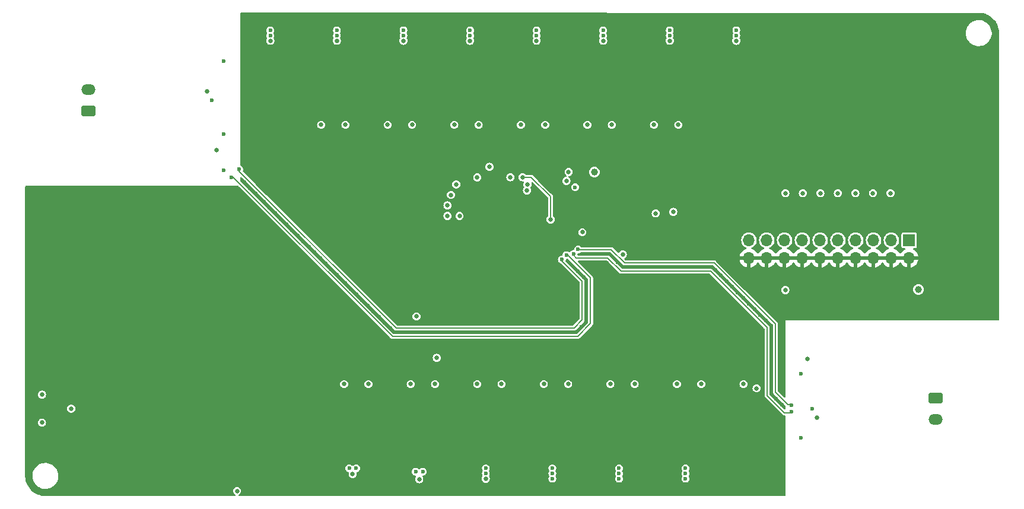
<source format=gbr>
%TF.GenerationSoftware,KiCad,Pcbnew,7.0.11-rc3*%
%TF.CreationDate,2025-03-16T23:24:32+08:00*%
%TF.ProjectId,BQ79616_BMS_14Ch,42513739-3631-4365-9f42-4d535f313443,V1.2*%
%TF.SameCoordinates,Original*%
%TF.FileFunction,Copper,L2,Inr*%
%TF.FilePolarity,Positive*%
%FSLAX46Y46*%
G04 Gerber Fmt 4.6, Leading zero omitted, Abs format (unit mm)*
G04 Created by KiCad (PCBNEW 7.0.11-rc3) date 2025-03-16 23:24:32*
%MOMM*%
%LPD*%
G01*
G04 APERTURE LIST*
G04 Aperture macros list*
%AMRoundRect*
0 Rectangle with rounded corners*
0 $1 Rounding radius*
0 $2 $3 $4 $5 $6 $7 $8 $9 X,Y pos of 4 corners*
0 Add a 4 corners polygon primitive as box body*
4,1,4,$2,$3,$4,$5,$6,$7,$8,$9,$2,$3,0*
0 Add four circle primitives for the rounded corners*
1,1,$1+$1,$2,$3*
1,1,$1+$1,$4,$5*
1,1,$1+$1,$6,$7*
1,1,$1+$1,$8,$9*
0 Add four rect primitives between the rounded corners*
20,1,$1+$1,$2,$3,$4,$5,0*
20,1,$1+$1,$4,$5,$6,$7,0*
20,1,$1+$1,$6,$7,$8,$9,0*
20,1,$1+$1,$8,$9,$2,$3,0*%
G04 Aperture macros list end*
%TA.AperFunction,ComponentPad*%
%ADD10C,1.000000*%
%TD*%
%TA.AperFunction,ComponentPad*%
%ADD11RoundRect,0.250001X0.759999X-0.499999X0.759999X0.499999X-0.759999X0.499999X-0.759999X-0.499999X0*%
%TD*%
%TA.AperFunction,ComponentPad*%
%ADD12O,2.020000X1.500000*%
%TD*%
%TA.AperFunction,ComponentPad*%
%ADD13R,1.700000X1.700000*%
%TD*%
%TA.AperFunction,ComponentPad*%
%ADD14O,1.700000X1.700000*%
%TD*%
%TA.AperFunction,ComponentPad*%
%ADD15RoundRect,0.250001X-0.759999X0.499999X-0.759999X-0.499999X0.759999X-0.499999X0.759999X0.499999X0*%
%TD*%
%TA.AperFunction,ViaPad*%
%ADD16C,0.650000*%
%TD*%
%TA.AperFunction,ViaPad*%
%ADD17C,0.600000*%
%TD*%
%TA.AperFunction,Conductor*%
%ADD18C,0.200000*%
%TD*%
G04 APERTURE END LIST*
D10*
%TO.N,/CVDD_A*%
%TO.C,TP2*%
X161750000Y-83250000D03*
%TD*%
%TO.N,GND1*%
%TO.C,TP3*%
X214750000Y-94000000D03*
%TD*%
D11*
%TO.N,Net-(J5-Pin_1)*%
%TO.C,J5*%
X89570000Y-74500000D03*
D12*
%TO.N,Net-(J5-Pin_2)*%
X89570000Y-71500000D03*
%TD*%
D10*
%TO.N,/TSREF_A*%
%TO.C,TP4*%
X208000000Y-100000000D03*
%TD*%
D13*
%TO.N,unconnected-(J1-Pin_1-Pad1)*%
%TO.C,J1*%
X206660000Y-92960000D03*
D14*
%TO.N,GND1*%
X206660000Y-95500000D03*
%TO.N,/TH_A1*%
X204120000Y-92960000D03*
%TO.N,GND1*%
X204120000Y-95500000D03*
%TO.N,/TH_A2*%
X201580000Y-92960000D03*
%TO.N,GND1*%
X201580000Y-95500000D03*
%TO.N,/TH_A3*%
X199040000Y-92960000D03*
%TO.N,GND1*%
X199040000Y-95500000D03*
%TO.N,/TH_A4*%
X196500000Y-92960000D03*
%TO.N,GND1*%
X196500000Y-95500000D03*
%TO.N,/TH_A5*%
X193960000Y-92960000D03*
%TO.N,GND1*%
X193960000Y-95500000D03*
%TO.N,/TH_A6*%
X191420000Y-92960000D03*
%TO.N,GND1*%
X191420000Y-95500000D03*
%TO.N,/TH_A7*%
X188880000Y-92960000D03*
%TO.N,GND1*%
X188880000Y-95500000D03*
%TO.N,unconnected-(J1-Pin_17-Pad17)*%
X186340000Y-92960000D03*
%TO.N,GND1*%
X186340000Y-95500000D03*
%TO.N,unconnected-(J1-Pin_19-Pad19)*%
X183800000Y-92960000D03*
%TO.N,GND1*%
X183800000Y-95500000D03*
%TD*%
D15*
%TO.N,Net-(J4-Pin_1)*%
%TO.C,J4*%
X210430000Y-115500000D03*
D12*
%TO.N,Net-(J4-Pin_2)*%
X210430000Y-118500000D03*
%TD*%
D16*
%TO.N,/VC_A0*%
X184900000Y-114100000D03*
X183025000Y-113500000D03*
D17*
%TO.N,GND1*%
X187975000Y-65800000D03*
X147800000Y-94200000D03*
X175975000Y-63800000D03*
X165900000Y-98200000D03*
X93975000Y-119800000D03*
X217975000Y-65800000D03*
X167975000Y-109800000D03*
X119975000Y-119800000D03*
X108800000Y-87400000D03*
X111975000Y-113800000D03*
X185400000Y-103600000D03*
X163500000Y-96200000D03*
X115975000Y-79800000D03*
X148500000Y-97000000D03*
X205975000Y-81800000D03*
X215975000Y-95800000D03*
X205975000Y-101800000D03*
X207975000Y-87800000D03*
X149975000Y-125800000D03*
X91975000Y-101800000D03*
X107975000Y-109800000D03*
X105975000Y-115800000D03*
X109975000Y-99800000D03*
X149975000Y-111800000D03*
X123975000Y-103800000D03*
X179975000Y-61800000D03*
X165100000Y-98200000D03*
X95975000Y-99800000D03*
X107975000Y-107800000D03*
X169975000Y-83800000D03*
X191200000Y-102400000D03*
X175975000Y-119800000D03*
X171975000Y-125800000D03*
X168400000Y-93400000D03*
X215975000Y-89800000D03*
X87975000Y-99800000D03*
X153400000Y-92800000D03*
X137975000Y-119800000D03*
X99975000Y-91800000D03*
X165975000Y-119800000D03*
X162700000Y-97000000D03*
X197975000Y-69800000D03*
X167975000Y-99800000D03*
X97975000Y-121800000D03*
X152000000Y-98400000D03*
X193975000Y-81800000D03*
X127975000Y-97800000D03*
X205975000Y-89800000D03*
X155975000Y-85800000D03*
X116200000Y-89100000D03*
X113400000Y-86300000D03*
X191975000Y-61800000D03*
X192825000Y-117000000D03*
X87975000Y-91800000D03*
X167600000Y-92600000D03*
X165975000Y-107800000D03*
X93975000Y-93800000D03*
X121975000Y-111800000D03*
X161975000Y-125800000D03*
X123975000Y-105800000D03*
X131975000Y-125800000D03*
X174400000Y-96800000D03*
X159975000Y-63800000D03*
X137975000Y-61800000D03*
X117975000Y-109800000D03*
X209975000Y-95800000D03*
X197975000Y-77800000D03*
X165975000Y-61800000D03*
X99975000Y-105800000D03*
X143975000Y-77800000D03*
X165975000Y-83800000D03*
X99975000Y-87800000D03*
X147100000Y-97700000D03*
X211975000Y-103800000D03*
X89975000Y-93800000D03*
X149900000Y-97700000D03*
X166800000Y-91800000D03*
X207975000Y-73800000D03*
X125975000Y-81800000D03*
X184200000Y-126800000D03*
X151975000Y-121800000D03*
X177975000Y-101800000D03*
X211975000Y-101800000D03*
X199975000Y-101800000D03*
X115975000Y-105800000D03*
X155975000Y-69800000D03*
X105975000Y-105800000D03*
X185975000Y-125800000D03*
X177975000Y-89800000D03*
X83975000Y-99800000D03*
X127975000Y-61800000D03*
X145975000Y-69800000D03*
X120200000Y-93100000D03*
X169975000Y-61800000D03*
X159975000Y-61800000D03*
X113975000Y-117800000D03*
X141000000Y-82200000D03*
X119975000Y-99800000D03*
X83975000Y-89800000D03*
X155400000Y-106100000D03*
X197975000Y-73800000D03*
X133975000Y-69800000D03*
X139975000Y-61800000D03*
X113975000Y-119800000D03*
X183975000Y-77800000D03*
X143975000Y-119800000D03*
X149975000Y-109800000D03*
X199975000Y-65800000D03*
X138400000Y-88000000D03*
X207975000Y-97800000D03*
X150600000Y-97700000D03*
X87975000Y-125800000D03*
X171975000Y-61800000D03*
X129975000Y-125800000D03*
X195975000Y-73800000D03*
X166000000Y-91800000D03*
X153400000Y-97700000D03*
X85975000Y-125800000D03*
X143975000Y-125800000D03*
X164300000Y-99000000D03*
X137600000Y-89600000D03*
X129400000Y-102300000D03*
X111975000Y-65800000D03*
X140200000Y-83000000D03*
X81975000Y-123800000D03*
X160200000Y-98200000D03*
X150600000Y-96300000D03*
X89975000Y-87800000D03*
X119975000Y-81800000D03*
X209975000Y-85800000D03*
X99975000Y-109800000D03*
X119975000Y-101800000D03*
X163975000Y-101800000D03*
X175600000Y-96800000D03*
X201975000Y-103800000D03*
X119975000Y-79800000D03*
X175975000Y-89800000D03*
X181975000Y-83800000D03*
X181975000Y-119800000D03*
X89975000Y-91800000D03*
X115975000Y-97800000D03*
X95975000Y-93800000D03*
X185975000Y-85800000D03*
X173200000Y-96800000D03*
X85975000Y-121800000D03*
X166700000Y-99000000D03*
X103975000Y-99800000D03*
X164300000Y-98200000D03*
X103975000Y-111800000D03*
X115975000Y-81800000D03*
X109975000Y-93800000D03*
X149200000Y-97700000D03*
X89975000Y-117800000D03*
X113975000Y-113800000D03*
X165200000Y-92600000D03*
X168400000Y-92600000D03*
X177975000Y-121800000D03*
X162800000Y-92600000D03*
X148500000Y-92800000D03*
X205975000Y-103800000D03*
X119975000Y-63800000D03*
X148200000Y-82600000D03*
X213975000Y-95800000D03*
X147800000Y-96300000D03*
X201975000Y-65800000D03*
X113975000Y-61800000D03*
X191200000Y-104000000D03*
X85975000Y-123800000D03*
X145975000Y-63800000D03*
X125975000Y-109800000D03*
X151300000Y-96300000D03*
X197975000Y-65800000D03*
X203975000Y-67800000D03*
X205975000Y-67800000D03*
X189975000Y-77800000D03*
X119975000Y-109800000D03*
X171975000Y-127800000D03*
X133975000Y-121800000D03*
X101975000Y-101800000D03*
X123975000Y-101800000D03*
X152000000Y-95600000D03*
X151975000Y-61800000D03*
X155975000Y-71800000D03*
X183975000Y-99800000D03*
X153975000Y-109800000D03*
X153975000Y-125800000D03*
X181975000Y-69800000D03*
X91975000Y-91800000D03*
X81975000Y-89800000D03*
X211975000Y-89800000D03*
X97975000Y-127800000D03*
X177975000Y-111800000D03*
X113975000Y-121800000D03*
X152700000Y-97000000D03*
X89975000Y-127800000D03*
X143975000Y-75800000D03*
X183975000Y-85800000D03*
X103975000Y-89800000D03*
X157975000Y-127800000D03*
X129975000Y-91800000D03*
X203975000Y-65800000D03*
X205975000Y-85800000D03*
X152000000Y-92800000D03*
X159975000Y-111800000D03*
X148400000Y-83200000D03*
X189975000Y-73800000D03*
X133800000Y-106100000D03*
X87975000Y-121800000D03*
X149200000Y-92800000D03*
X151300000Y-93500000D03*
X166700000Y-99800000D03*
X155975000Y-63800000D03*
X195975000Y-69800000D03*
X169975000Y-67800000D03*
X121975000Y-105800000D03*
X205975000Y-69800000D03*
X169975000Y-121800000D03*
X215975000Y-91800000D03*
X121975000Y-81800000D03*
X113975000Y-67800000D03*
X85975000Y-91800000D03*
X117975000Y-71800000D03*
X123975000Y-67800000D03*
X89975000Y-121800000D03*
X183975000Y-61800000D03*
X123975000Y-107800000D03*
X147975000Y-61800000D03*
X191975000Y-77800000D03*
X162700000Y-96200000D03*
X147800000Y-97700000D03*
X150600000Y-97000000D03*
X197975000Y-89800000D03*
X159975000Y-121800000D03*
X170800000Y-96800000D03*
X185975000Y-69800000D03*
X105975000Y-127800000D03*
X189975000Y-101800000D03*
X147800000Y-92800000D03*
X148500000Y-98400000D03*
X185975000Y-73800000D03*
X117975000Y-107800000D03*
X101975000Y-109800000D03*
X173975000Y-85800000D03*
X147100000Y-97000000D03*
X95975000Y-85800000D03*
X95975000Y-97800000D03*
X109975000Y-113800000D03*
X97975000Y-93800000D03*
X171975000Y-69800000D03*
X166800000Y-92600000D03*
X165200000Y-91800000D03*
X140200000Y-82200000D03*
X117975000Y-61800000D03*
X165100000Y-99000000D03*
X95975000Y-95800000D03*
X161900000Y-97000000D03*
X165975000Y-101800000D03*
X121975000Y-99800000D03*
X163600000Y-91800000D03*
X105975000Y-91800000D03*
X139800000Y-106100000D03*
X117800000Y-90700000D03*
X122600000Y-95500000D03*
X87975000Y-123800000D03*
X179975000Y-89800000D03*
X149975000Y-107800000D03*
X141975000Y-69800000D03*
X147975000Y-121800000D03*
X147100000Y-91400000D03*
X187000000Y-111200000D03*
X111975000Y-115800000D03*
X203975000Y-101800000D03*
X167975000Y-107800000D03*
X117975000Y-87800000D03*
X108800000Y-85800000D03*
X201975000Y-101800000D03*
X146400000Y-92100000D03*
X165200000Y-93400000D03*
X179975000Y-127800000D03*
X167975000Y-63800000D03*
X107975000Y-115800000D03*
X193975000Y-73800000D03*
X205975000Y-61800000D03*
X177975000Y-85800000D03*
X161900000Y-96200000D03*
X115975000Y-117800000D03*
X97975000Y-89800000D03*
X209975000Y-65800000D03*
X127975000Y-111800000D03*
X121975000Y-107800000D03*
X152700000Y-92800000D03*
X117975000Y-69800000D03*
X191975000Y-73800000D03*
X93975000Y-127800000D03*
X119975000Y-97800000D03*
X132600000Y-105500000D03*
X161975000Y-67800000D03*
X109975000Y-87800000D03*
X201975000Y-73800000D03*
X135975000Y-61800000D03*
X115975000Y-99800000D03*
X159900000Y-105300000D03*
X89975000Y-97800000D03*
X181975000Y-85800000D03*
X163975000Y-109800000D03*
X143975000Y-121800000D03*
X209975000Y-99800000D03*
X161975000Y-61800000D03*
X125975000Y-79800000D03*
X187975000Y-69800000D03*
X97975000Y-107800000D03*
X151300000Y-97700000D03*
X162800000Y-91800000D03*
X125975000Y-95800000D03*
X101975000Y-121800000D03*
X99975000Y-125800000D03*
X113975000Y-123800000D03*
X123975000Y-109800000D03*
X163975000Y-107800000D03*
X156600000Y-106100000D03*
X127975000Y-121800000D03*
X139975000Y-99800000D03*
X85975000Y-87800000D03*
X209975000Y-77800000D03*
X169975000Y-111800000D03*
X163975000Y-111800000D03*
X99975000Y-123800000D03*
X109975000Y-85800000D03*
X137975000Y-63800000D03*
X93975000Y-125800000D03*
X147100000Y-96300000D03*
X147100000Y-94200000D03*
X175975000Y-61800000D03*
X137800000Y-83400000D03*
X127800000Y-100700000D03*
X169600000Y-96800000D03*
X97975000Y-105800000D03*
X159400000Y-97400000D03*
X83975000Y-123800000D03*
X155975000Y-119800000D03*
X101975000Y-95800000D03*
X101975000Y-125800000D03*
X146400000Y-93500000D03*
X193975000Y-67800000D03*
X91975000Y-89800000D03*
X213975000Y-63800000D03*
X185975000Y-127800000D03*
X187975000Y-73800000D03*
X103975000Y-125800000D03*
X83975000Y-85800000D03*
X183975000Y-69800000D03*
X107975000Y-117800000D03*
X169975000Y-107800000D03*
X189975000Y-81800000D03*
X107975000Y-99800000D03*
X128600000Y-101500000D03*
X103975000Y-107800000D03*
X153400000Y-98400000D03*
X173975000Y-111800000D03*
X101975000Y-123800000D03*
X179975000Y-85800000D03*
X137600000Y-86400000D03*
X203975000Y-69800000D03*
X143975000Y-117800000D03*
X147800000Y-95600000D03*
X184600000Y-102800000D03*
X186200000Y-104400000D03*
X97975000Y-95800000D03*
X163975000Y-83800000D03*
X152700000Y-94900000D03*
X101975000Y-127800000D03*
X105975000Y-125800000D03*
X209975000Y-97800000D03*
X87975000Y-89800000D03*
X103975000Y-109800000D03*
X93975000Y-113800000D03*
X157975000Y-121800000D03*
X131975000Y-91800000D03*
X153400000Y-93500000D03*
X133975000Y-111800000D03*
X181975000Y-89800000D03*
X107175000Y-73000000D03*
X207975000Y-85800000D03*
X189975000Y-61800000D03*
X141975000Y-99800000D03*
X148200000Y-106100000D03*
X165100000Y-96100000D03*
X211975000Y-97800000D03*
X87975000Y-87800000D03*
X117975000Y-119800000D03*
X199975000Y-81800000D03*
X115975000Y-107800000D03*
X125000000Y-97900000D03*
X131975000Y-63800000D03*
X107975000Y-89800000D03*
X173975000Y-109800000D03*
X167975000Y-125800000D03*
X201975000Y-69800000D03*
X217975000Y-95800000D03*
X197975000Y-61800000D03*
X211975000Y-67800000D03*
X163600000Y-92600000D03*
X147800000Y-94900000D03*
X121975000Y-91800000D03*
X121800000Y-94700000D03*
X81975000Y-99800000D03*
X151975000Y-109800000D03*
X129975000Y-67800000D03*
X93975000Y-117800000D03*
X113975000Y-65800000D03*
X125975000Y-103800000D03*
X179975000Y-67800000D03*
X103975000Y-123800000D03*
X130200000Y-103100000D03*
X189975000Y-67800000D03*
X89975000Y-119800000D03*
X209975000Y-101800000D03*
X187000000Y-107600000D03*
X111975000Y-61800000D03*
X154100000Y-82600000D03*
X149900000Y-93500000D03*
X133975000Y-125800000D03*
X169975000Y-85800000D03*
X127975000Y-105800000D03*
X93975000Y-103800000D03*
X119975000Y-121800000D03*
X93975000Y-85800000D03*
X89975000Y-95800000D03*
X195975000Y-65800000D03*
X108800000Y-83000000D03*
X207975000Y-101800000D03*
X179975000Y-83800000D03*
X167975000Y-121800000D03*
X105975000Y-89800000D03*
X185975000Y-101800000D03*
X181975000Y-125800000D03*
X83975000Y-121800000D03*
X217975000Y-93800000D03*
X124200000Y-97100000D03*
X107975000Y-111800000D03*
X125975000Y-77800000D03*
X205975000Y-97800000D03*
X147100000Y-92100000D03*
X139400000Y-83000000D03*
X131975000Y-121800000D03*
X179975000Y-121800000D03*
X85975000Y-85800000D03*
X81975000Y-93800000D03*
X83975000Y-95800000D03*
X109975000Y-103800000D03*
X131975000Y-123800000D03*
X159975000Y-125800000D03*
X87975000Y-95800000D03*
X129975000Y-87800000D03*
X205975000Y-65800000D03*
X107975000Y-103800000D03*
X197975000Y-81800000D03*
X151975000Y-111800000D03*
X97975000Y-87800000D03*
X123975000Y-69800000D03*
X138400000Y-86400000D03*
X181975000Y-121800000D03*
X213975000Y-97800000D03*
X113975000Y-91800000D03*
X166000000Y-96800000D03*
X179975000Y-109800000D03*
X129975000Y-107800000D03*
X95975000Y-123800000D03*
X157975000Y-107800000D03*
X97975000Y-97800000D03*
X178000000Y-96800000D03*
X115975000Y-123800000D03*
X213975000Y-99800000D03*
X145975000Y-111800000D03*
X167975000Y-101800000D03*
X161975000Y-69800000D03*
X107975000Y-113800000D03*
X121975000Y-61800000D03*
X91975000Y-93800000D03*
X175975000Y-105800000D03*
X217975000Y-99800000D03*
X151975000Y-67800000D03*
X153400000Y-94200000D03*
X105975000Y-97800000D03*
X193975000Y-101800000D03*
X143400000Y-82200000D03*
X115975000Y-61800000D03*
X101975000Y-89800000D03*
X197975000Y-103800000D03*
X91975000Y-119800000D03*
X185975000Y-97800000D03*
X187975000Y-61800000D03*
X105975000Y-107800000D03*
X217975000Y-89800000D03*
X199975000Y-61800000D03*
X167975000Y-61800000D03*
X168400000Y-96800000D03*
X147100000Y-94900000D03*
X163500000Y-97000000D03*
X117975000Y-111800000D03*
X171975000Y-101800000D03*
X179975000Y-105800000D03*
X181400000Y-99600000D03*
X152700000Y-96300000D03*
X127975000Y-119800000D03*
X129975000Y-99800000D03*
X131800000Y-104700000D03*
X139975000Y-125800000D03*
X95975000Y-87800000D03*
X113975000Y-69800000D03*
X152400000Y-82600000D03*
X97975000Y-85800000D03*
X103975000Y-101800000D03*
X152000000Y-97000000D03*
X165975000Y-111800000D03*
X99975000Y-107800000D03*
X183975000Y-89800000D03*
X117975000Y-105800000D03*
X183800000Y-102000000D03*
X129975000Y-61800000D03*
X111975000Y-121800000D03*
X209975000Y-69800000D03*
X152700000Y-94200000D03*
X105975000Y-87800000D03*
X149200000Y-93500000D03*
X191200000Y-112000000D03*
X181975000Y-77800000D03*
X171975000Y-121800000D03*
X119975000Y-89800000D03*
X119975000Y-113800000D03*
X109975000Y-95800000D03*
X146400000Y-96300000D03*
X113975000Y-95800000D03*
X150600000Y-98400000D03*
X145975000Y-61800000D03*
X199975000Y-73800000D03*
X101975000Y-93800000D03*
X117000000Y-89900000D03*
X99975000Y-119800000D03*
X105975000Y-85800000D03*
X152700000Y-97700000D03*
X115975000Y-77800000D03*
X99975000Y-121800000D03*
X201975000Y-61800000D03*
X203975000Y-81800000D03*
X147800000Y-91400000D03*
X187975000Y-67800000D03*
X149900000Y-92800000D03*
X91975000Y-121800000D03*
X143975000Y-99800000D03*
X203975000Y-77800000D03*
X125975000Y-61800000D03*
X129975000Y-63800000D03*
X146400000Y-95600000D03*
X185975000Y-65800000D03*
X153975000Y-61800000D03*
X191975000Y-81800000D03*
X187000000Y-108800000D03*
X153400000Y-94900000D03*
X162800000Y-93400000D03*
X93975000Y-89800000D03*
X147975000Y-125800000D03*
X95975000Y-101800000D03*
X85975000Y-95800000D03*
X147100000Y-98400000D03*
X113975000Y-97800000D03*
X180600000Y-98800000D03*
X189975000Y-69800000D03*
X91975000Y-125800000D03*
X197975000Y-67800000D03*
X188500000Y-116400000D03*
X146400000Y-98400000D03*
X157975000Y-109800000D03*
X95975000Y-89800000D03*
X169975000Y-109800000D03*
X133975000Y-75800000D03*
X151975000Y-69800000D03*
X147100000Y-93500000D03*
X187000000Y-106400000D03*
X175975000Y-99800000D03*
X91975000Y-95800000D03*
X115975000Y-119800000D03*
X125975000Y-87800000D03*
X151975000Y-107800000D03*
X182200000Y-100400000D03*
X97975000Y-91800000D03*
X173975000Y-107800000D03*
X81975000Y-121800000D03*
X146400000Y-92800000D03*
X149900000Y-96300000D03*
X83975000Y-87800000D03*
X129975000Y-89800000D03*
X139975000Y-101800000D03*
X211975000Y-99800000D03*
X131975000Y-87800000D03*
X111975000Y-67800000D03*
X165100000Y-99800000D03*
X177975000Y-109800000D03*
X207975000Y-81800000D03*
X129975000Y-65800000D03*
X215975000Y-103800000D03*
X89975000Y-85800000D03*
X191975000Y-69800000D03*
X95975000Y-125800000D03*
X81975000Y-97800000D03*
X209975000Y-93800000D03*
X145975000Y-71800000D03*
X141975000Y-125800000D03*
X211975000Y-95800000D03*
X203975000Y-73800000D03*
X107975000Y-105800000D03*
X213975000Y-89800000D03*
X141975000Y-121800000D03*
X164300000Y-99800000D03*
X191200000Y-121175000D03*
X187700000Y-115600000D03*
X187975000Y-103800000D03*
X125975000Y-107800000D03*
X159975000Y-67800000D03*
X177975000Y-127800000D03*
X157975000Y-111800000D03*
X105975000Y-111800000D03*
X133975000Y-103800000D03*
X103975000Y-105800000D03*
X121975000Y-67800000D03*
X119400000Y-92300000D03*
X153975000Y-111800000D03*
X215975000Y-65800000D03*
X187975000Y-89800000D03*
X97975000Y-125800000D03*
X215975000Y-99800000D03*
X168400000Y-91800000D03*
X209975000Y-73800000D03*
X89975000Y-123800000D03*
X185975000Y-67800000D03*
X207975000Y-69800000D03*
X167600000Y-91800000D03*
X115975000Y-109800000D03*
X207975000Y-65800000D03*
X117975000Y-63800000D03*
X193975000Y-65800000D03*
X161100000Y-97000000D03*
X93975000Y-101800000D03*
X195975000Y-77800000D03*
X103975000Y-87800000D03*
X175975000Y-121800000D03*
X81975000Y-95800000D03*
X157975000Y-65800000D03*
X176800000Y-96800000D03*
X154200000Y-106100000D03*
X91975000Y-85800000D03*
X191975000Y-65800000D03*
X95975000Y-121800000D03*
X175975000Y-83800000D03*
X149200000Y-98400000D03*
X115975000Y-95800000D03*
X131975000Y-111800000D03*
X193975000Y-69800000D03*
X207975000Y-77800000D03*
X169975000Y-101800000D03*
X129975000Y-121800000D03*
X179800000Y-98000000D03*
X129975000Y-81800000D03*
X107975000Y-95800000D03*
X101975000Y-85800000D03*
X147100000Y-95600000D03*
X137975000Y-121800000D03*
X167975000Y-127800000D03*
X123975000Y-61800000D03*
X87975000Y-97800000D03*
X83975000Y-93800000D03*
X185975000Y-83800000D03*
X152000000Y-94200000D03*
X151800000Y-106100000D03*
X142600000Y-82200000D03*
X211975000Y-91800000D03*
X111975000Y-117800000D03*
X187975000Y-127800000D03*
X123975000Y-111800000D03*
X179975000Y-101800000D03*
X173975000Y-101800000D03*
X137400000Y-106100000D03*
X131975000Y-89800000D03*
X117975000Y-97800000D03*
X109975000Y-97800000D03*
X157975000Y-125800000D03*
X217975000Y-101800000D03*
X181975000Y-93800000D03*
X175975000Y-101800000D03*
X142200000Y-106100000D03*
X179975000Y-63800000D03*
X105975000Y-103800000D03*
X167975000Y-65800000D03*
X179975000Y-107800000D03*
X109975000Y-111800000D03*
X93975000Y-99800000D03*
X146400000Y-97700000D03*
X103975000Y-85800000D03*
X113975000Y-101800000D03*
X101975000Y-103800000D03*
X117975000Y-99800000D03*
X95975000Y-91800000D03*
X93975000Y-97800000D03*
X99975000Y-97800000D03*
X177975000Y-105800000D03*
X121975000Y-79800000D03*
X91975000Y-87800000D03*
X87975000Y-85800000D03*
X111975000Y-111800000D03*
X91975000Y-115800000D03*
X108800000Y-86600000D03*
X195975000Y-67800000D03*
X165975000Y-109800000D03*
X147800000Y-93500000D03*
X131975000Y-101800000D03*
X149975000Y-67800000D03*
X199975000Y-77800000D03*
X183000000Y-101200000D03*
X177975000Y-63800000D03*
X167975000Y-67800000D03*
X137975000Y-99800000D03*
X207975000Y-67800000D03*
X99975000Y-103800000D03*
X99975000Y-95800000D03*
X149975000Y-121800000D03*
X159000000Y-106100000D03*
X115975000Y-101800000D03*
X187000000Y-112400000D03*
X177975000Y-107800000D03*
X183975000Y-73800000D03*
X148500000Y-93500000D03*
X171975000Y-99800000D03*
X113975000Y-103800000D03*
X93975000Y-115800000D03*
X119975000Y-65800000D03*
X121975000Y-101800000D03*
X91975000Y-113800000D03*
X166000000Y-92600000D03*
X85975000Y-99800000D03*
X181975000Y-127800000D03*
X117975000Y-95800000D03*
X150600000Y-106100000D03*
X161975000Y-121800000D03*
X131975000Y-61800000D03*
X85975000Y-97800000D03*
X149900000Y-97000000D03*
X138600000Y-85000000D03*
X195975000Y-103800000D03*
X183975000Y-65800000D03*
X165900000Y-99000000D03*
X113975000Y-93800000D03*
X121975000Y-103800000D03*
X108800000Y-77800000D03*
X157975000Y-61800000D03*
X111975000Y-71800000D03*
X153400000Y-97000000D03*
X177975000Y-67800000D03*
X155975000Y-107800000D03*
X91975000Y-127800000D03*
X117975000Y-123800000D03*
X125975000Y-89800000D03*
X177975000Y-125800000D03*
X215975000Y-93800000D03*
X153400000Y-96300000D03*
X107975000Y-101800000D03*
X195975000Y-101800000D03*
X119975000Y-103800000D03*
X152700000Y-95600000D03*
X135000000Y-106100000D03*
X157975000Y-63800000D03*
X141000000Y-83000000D03*
X137800000Y-82600000D03*
X97975000Y-117800000D03*
X147800000Y-97000000D03*
X166000000Y-93400000D03*
X139975000Y-121800000D03*
X139400000Y-82200000D03*
X131975000Y-67800000D03*
X201975000Y-77800000D03*
X103975000Y-103800000D03*
X85975000Y-93800000D03*
X181975000Y-73800000D03*
X99975000Y-127800000D03*
X163975000Y-61800000D03*
X149200000Y-96300000D03*
X105975000Y-99800000D03*
X161975000Y-127800000D03*
X95975000Y-119800000D03*
X137800000Y-85000000D03*
X187000000Y-113600000D03*
X217975000Y-91800000D03*
X149200000Y-97000000D03*
X133975000Y-95800000D03*
X146400000Y-94200000D03*
X123400000Y-96300000D03*
X93975000Y-123800000D03*
X93975000Y-87800000D03*
X93975000Y-121800000D03*
X103975000Y-127800000D03*
X213975000Y-103800000D03*
X157975000Y-119800000D03*
X117975000Y-117800000D03*
X136200000Y-106100000D03*
X209975000Y-67800000D03*
X101975000Y-87800000D03*
X215975000Y-101800000D03*
X205975000Y-73800000D03*
X155975000Y-111800000D03*
X147800000Y-98400000D03*
X107975000Y-97800000D03*
X173975000Y-99800000D03*
X152000000Y-97700000D03*
X115975000Y-121800000D03*
X165975000Y-63800000D03*
X133975000Y-77800000D03*
X187000000Y-105200000D03*
X149975000Y-61800000D03*
X187975000Y-101800000D03*
X185975000Y-121800000D03*
X159975000Y-109800000D03*
X142600000Y-83000000D03*
X207975000Y-103800000D03*
X179975000Y-111800000D03*
X191975000Y-67800000D03*
X167975000Y-111800000D03*
X148500000Y-97700000D03*
X147975000Y-63800000D03*
X111975000Y-63800000D03*
X177975000Y-99800000D03*
X151300000Y-98400000D03*
X195975000Y-81800000D03*
X209975000Y-61800000D03*
X123975000Y-93800000D03*
X138600000Y-106100000D03*
X215975000Y-97800000D03*
X121975000Y-123800000D03*
X83975000Y-97800000D03*
X109975000Y-117800000D03*
X187000000Y-110000000D03*
X119975000Y-61800000D03*
X121000000Y-93900000D03*
X139975000Y-63800000D03*
X112600000Y-85500000D03*
X109975000Y-109800000D03*
X146400000Y-91400000D03*
X181975000Y-117800000D03*
X169975000Y-127800000D03*
X151300000Y-97000000D03*
X209975000Y-81800000D03*
X152000000Y-93500000D03*
X141975000Y-67800000D03*
X187000000Y-114800000D03*
X97975000Y-123800000D03*
X199975000Y-69800000D03*
X113975000Y-99800000D03*
X165975000Y-121800000D03*
X115975000Y-115800000D03*
X91975000Y-99800000D03*
X161100000Y-96200000D03*
X151300000Y-92800000D03*
X201975000Y-81800000D03*
X109975000Y-105800000D03*
X95975000Y-127800000D03*
X127975000Y-107800000D03*
X183975000Y-67800000D03*
X127000000Y-99900000D03*
X207975000Y-89800000D03*
X117975000Y-101800000D03*
X103975000Y-93800000D03*
X111800000Y-84700000D03*
X97975000Y-119800000D03*
X217975000Y-103800000D03*
X217975000Y-67800000D03*
X145975000Y-109800000D03*
X159975000Y-107800000D03*
X169975000Y-123800000D03*
X213975000Y-61800000D03*
X211975000Y-61800000D03*
X166700000Y-98200000D03*
X191200000Y-103200000D03*
X87975000Y-93800000D03*
X117975000Y-121800000D03*
X138600000Y-83000000D03*
X108800000Y-67400000D03*
X209975000Y-89800000D03*
X97975000Y-99800000D03*
X143400000Y-83000000D03*
X173975000Y-83800000D03*
X131975000Y-81800000D03*
X126200000Y-99100000D03*
X137600000Y-88000000D03*
X179000000Y-97200000D03*
X166800000Y-93400000D03*
X95975000Y-115800000D03*
X118600000Y-91500000D03*
X149400000Y-106100000D03*
X169975000Y-125800000D03*
X101975000Y-111800000D03*
X155975000Y-61800000D03*
X101975000Y-105800000D03*
X150600000Y-82600000D03*
X153975000Y-107800000D03*
X93975000Y-95800000D03*
X119975000Y-111800000D03*
X109975000Y-107800000D03*
X131975000Y-93800000D03*
X105975000Y-101800000D03*
X179975000Y-125800000D03*
X109975000Y-101800000D03*
X209975000Y-91800000D03*
X143975000Y-101800000D03*
X113975000Y-107800000D03*
X173975000Y-61800000D03*
X113975000Y-115800000D03*
X131000000Y-103900000D03*
X149975000Y-63800000D03*
X103975000Y-113800000D03*
X103975000Y-91800000D03*
X99975000Y-93800000D03*
X117975000Y-103800000D03*
X111975000Y-69800000D03*
X147100000Y-92800000D03*
X125975000Y-105800000D03*
X167200000Y-96800000D03*
X109975000Y-115800000D03*
X141975000Y-61800000D03*
X148500000Y-96300000D03*
X199975000Y-103800000D03*
X115975000Y-93800000D03*
X165900000Y-99800000D03*
X183975000Y-83800000D03*
X169975000Y-99800000D03*
X138400000Y-89600000D03*
X152000000Y-96300000D03*
X93975000Y-91800000D03*
X101975000Y-107800000D03*
X144100000Y-82600000D03*
X123975000Y-121800000D03*
X111975000Y-119800000D03*
X138600000Y-82200000D03*
X89975000Y-99800000D03*
X181975000Y-61800000D03*
X141975000Y-101800000D03*
X159975000Y-127800000D03*
X146400000Y-97000000D03*
X205975000Y-77800000D03*
X115975000Y-103800000D03*
X89975000Y-89800000D03*
X143975000Y-61800000D03*
X87975000Y-127800000D03*
X141975000Y-111800000D03*
X115400000Y-88300000D03*
X99975000Y-85800000D03*
X167975000Y-83800000D03*
X146400000Y-94900000D03*
X213975000Y-101800000D03*
X85975000Y-127800000D03*
X95975000Y-117800000D03*
X105975000Y-113800000D03*
X141800000Y-83000000D03*
X143975000Y-69800000D03*
X121975000Y-109800000D03*
X91975000Y-117800000D03*
X99975000Y-89800000D03*
X167600000Y-93400000D03*
X203975000Y-61800000D03*
X177975000Y-61800000D03*
X189975000Y-103800000D03*
X199975000Y-67800000D03*
X201975000Y-67800000D03*
X141800000Y-82200000D03*
X163600000Y-93400000D03*
X151975000Y-125800000D03*
X105975000Y-109800000D03*
X197975000Y-101800000D03*
X217975000Y-97800000D03*
X179975000Y-95800000D03*
X127975000Y-63800000D03*
X81975000Y-85800000D03*
X207975000Y-61800000D03*
X185975000Y-123800000D03*
X152000000Y-94900000D03*
X81975000Y-87800000D03*
X153400000Y-95600000D03*
X187975000Y-77800000D03*
X195975000Y-61800000D03*
X209975000Y-103800000D03*
X193975000Y-77800000D03*
X114600000Y-87500000D03*
X147800000Y-92100000D03*
X141975000Y-63800000D03*
X119975000Y-105800000D03*
X121975000Y-63800000D03*
X185975000Y-77800000D03*
X139975000Y-67800000D03*
X135975000Y-97800000D03*
X152700000Y-93500000D03*
X213975000Y-91800000D03*
X83975000Y-91800000D03*
X91975000Y-123800000D03*
X189975000Y-65800000D03*
X89975000Y-125800000D03*
X101975000Y-91800000D03*
X113975000Y-105800000D03*
X85975000Y-89800000D03*
X121975000Y-121800000D03*
X185975000Y-89800000D03*
X193975000Y-61800000D03*
X91975000Y-97800000D03*
X172000000Y-96800000D03*
X107975000Y-127800000D03*
X155975000Y-109800000D03*
X152700000Y-98400000D03*
X203975000Y-103800000D03*
X141000000Y-106100000D03*
X181975000Y-97800000D03*
X209975000Y-87800000D03*
X157800000Y-106100000D03*
X169975000Y-63800000D03*
X119975000Y-107800000D03*
X147975000Y-119800000D03*
X109975000Y-119800000D03*
X193975000Y-103800000D03*
X149900000Y-98400000D03*
X185975000Y-61800000D03*
X81975000Y-91800000D03*
X205975000Y-87800000D03*
X211975000Y-93800000D03*
D16*
%TO.N,/VC_A1*%
X173525000Y-113500000D03*
X177000000Y-113500000D03*
%TO.N,/VC_A2*%
X164025000Y-113500000D03*
X167500000Y-113500000D03*
%TO.N,/VC_A3*%
X158000000Y-113500000D03*
X154525000Y-113500000D03*
%TO.N,/VC_A4*%
X148500000Y-113500000D03*
X145025000Y-113500000D03*
%TO.N,/VC_A5*%
X135525000Y-113500000D03*
X139000000Y-113500000D03*
%TO.N,/VC_A6*%
X129500000Y-113500000D03*
X126025000Y-113500000D03*
%TO.N,/VC_A7*%
X136358058Y-103841942D03*
X139250000Y-109750000D03*
%TO.N,/VC_A8*%
X122750000Y-76500000D03*
X126225000Y-76500000D03*
%TO.N,/VC_A9*%
X132250000Y-76500000D03*
X135725000Y-76500000D03*
%TO.N,/VC_A10*%
X145225000Y-76500000D03*
X141750000Y-76500000D03*
%TO.N,/VC_A11*%
X154725000Y-76500000D03*
X151250000Y-76500000D03*
%TO.N,/VC_A12*%
X160750000Y-76500000D03*
X164225000Y-76500000D03*
%TO.N,/VC_A13*%
X170250000Y-76500000D03*
X173725000Y-76500000D03*
%TO.N,/BAT_A*%
X142500000Y-89500000D03*
X173000000Y-88925000D03*
D17*
%TO.N,/CVDD_A*%
X159000000Y-85400000D03*
D16*
X82915000Y-119000000D03*
X160025000Y-91825000D03*
X170500000Y-89125000D03*
%TO.N,/TSREF_A*%
X189000000Y-100075000D03*
X158074052Y-83225000D03*
X165800000Y-95000000D03*
%TO.N,/GPIO_A1*%
X140775000Y-89500000D03*
X204000000Y-86250000D03*
%TO.N,/GPIO_A2*%
X140775000Y-88000000D03*
X201500000Y-86250000D03*
%TO.N,/GPIO_A3*%
X141275000Y-86500000D03*
X199000000Y-86250000D03*
%TO.N,/GPIO_A4*%
X142025000Y-85000000D03*
X196500000Y-86250000D03*
%TO.N,/GPIO_A5*%
X145025000Y-84000000D03*
X194000000Y-86250000D03*
%TO.N,/GPIO_A6*%
X191500000Y-86250000D03*
X146775000Y-82500000D03*
%TO.N,/GPIO_A7*%
X189000000Y-86250000D03*
X149750000Y-83975000D03*
%TO.N,/GPIO_A8*%
X151500000Y-83975000D03*
X155500000Y-90000000D03*
%TO.N,/CELL_A14*%
X182000000Y-64500000D03*
D17*
X182000000Y-63750000D03*
X182000000Y-63000000D03*
%TO.N,/CELL_A13*%
X172500000Y-63750000D03*
X172500000Y-63000000D03*
D16*
X172500000Y-64500000D03*
D17*
%TO.N,/CELL_A12*%
X163000000Y-63750000D03*
X163000000Y-63000000D03*
D16*
X163000000Y-64500000D03*
D17*
%TO.N,/CELL_A11*%
X153500000Y-63000000D03*
X153500000Y-63750000D03*
D16*
X153500000Y-64500000D03*
D17*
%TO.N,/CELL_A10*%
X144000000Y-63000000D03*
D16*
X144000000Y-64500000D03*
D17*
X144000000Y-63750000D03*
D16*
%TO.N,/CELL_A9*%
X134500000Y-64500000D03*
D17*
X134500000Y-63000000D03*
X134500000Y-63750000D03*
%TO.N,/CELL_A8*%
X125000000Y-63750000D03*
D16*
X125000000Y-64500000D03*
D17*
X125000000Y-63000000D03*
D16*
%TO.N,/CELL_A7*%
X115500000Y-64500000D03*
D17*
X115500000Y-63750000D03*
X115500000Y-63000000D03*
D16*
%TO.N,/CELL_A6*%
X127250000Y-126370837D03*
D17*
X126750000Y-125500000D03*
X127750000Y-125500000D03*
%TO.N,/CELL_A5*%
X137250000Y-126000000D03*
X136250000Y-126000000D03*
D16*
X136750000Y-127070837D03*
%TO.N,/CELL_A4*%
X146250000Y-127000000D03*
D17*
X146250000Y-125500000D03*
X146250000Y-126250000D03*
%TO.N,/CELL_A3*%
X155750000Y-127000000D03*
X155750000Y-125500000D03*
X155750000Y-126250000D03*
%TO.N,/CELL_A2*%
X165250000Y-126250000D03*
X165250000Y-125500000D03*
X165250000Y-127000000D03*
%TO.N,/CELL_A1*%
X174750000Y-125500000D03*
X174750000Y-127000000D03*
X174750000Y-126250000D03*
D16*
X110750000Y-128750000D03*
%TO.N,/RX_A*%
X82915000Y-115000000D03*
X152200000Y-85000000D03*
X157750000Y-84500000D03*
%TO.N,/TX_A*%
X152125000Y-85850000D03*
X87085000Y-117000000D03*
D17*
%TO.N,/COMHP*%
X189900000Y-116550000D03*
X159418199Y-94281801D03*
D16*
%TO.N,/COMHN*%
X193500000Y-118250000D03*
X192150000Y-109937500D03*
D17*
X189900000Y-117450000D03*
X158781801Y-94918199D03*
%TO.N,/COMLP*%
X157101165Y-95718199D03*
X111065686Y-82834314D03*
D16*
%TO.N,/COMLN*%
X107850000Y-80062500D03*
X106500000Y-71750000D03*
D17*
X157737563Y-95081801D03*
X109934314Y-83965686D03*
%TD*%
D18*
%TO.N,/GPIO_A8*%
X151500000Y-83975000D02*
X152733884Y-83975000D01*
X155500000Y-86741116D02*
X155500000Y-90000000D01*
X152733884Y-83975000D02*
X155500000Y-86741116D01*
%TO.N,/COMHP*%
X178848530Y-96200000D02*
X187600000Y-104951470D01*
X159648529Y-94300000D02*
X164148530Y-94300000D01*
X189749999Y-116399999D02*
X189900000Y-116550000D01*
X159630330Y-94281801D02*
X159648529Y-94300000D01*
X187600000Y-114651470D02*
X189348529Y-116399999D01*
X164148530Y-94300000D02*
X166048530Y-96200000D01*
X159418199Y-94281801D02*
X159630330Y-94281801D01*
X189348529Y-116399999D02*
X189749999Y-116399999D01*
X166048530Y-96200000D02*
X178848530Y-96200000D01*
X187600000Y-104951470D02*
X187600000Y-114651470D01*
%TO.N,/COMHN*%
X159151471Y-95500000D02*
X163651470Y-95500000D01*
X188851471Y-117600001D02*
X189749999Y-117600001D01*
X186400000Y-105448530D02*
X186400000Y-115148530D01*
X178351470Y-97400000D02*
X186400000Y-105448530D01*
X165551470Y-97400000D02*
X178351470Y-97400000D01*
X158781801Y-94918199D02*
X158781801Y-95130330D01*
X186400000Y-115148530D02*
X188851471Y-117600001D01*
X163651470Y-95500000D02*
X165551470Y-97400000D01*
X189749999Y-117600001D02*
X189900000Y-117450000D01*
X158781801Y-95130330D02*
X159151471Y-95500000D01*
%TO.N,/COMLP*%
X158851470Y-105500000D02*
X133448530Y-105500000D01*
X133448530Y-105500000D02*
X111065686Y-83117157D01*
X160000000Y-98829165D02*
X160000000Y-104351470D01*
X157101165Y-95930330D02*
X160000000Y-98829165D01*
X157101165Y-95718199D02*
X157101165Y-95930330D01*
X111065686Y-83117157D02*
X111065686Y-82834314D01*
X160000000Y-104351470D02*
X158851470Y-105500000D01*
%TO.N,/COMLN*%
X161200000Y-98332107D02*
X161200000Y-104848530D01*
X132951470Y-106700000D02*
X110217157Y-83965686D01*
X161200000Y-104848530D02*
X159348530Y-106700000D01*
X110217157Y-83965686D02*
X109934314Y-83965686D01*
X157737563Y-95081801D02*
X157949694Y-95081801D01*
X159348530Y-106700000D02*
X132951470Y-106700000D01*
X157949694Y-95081801D02*
X161200000Y-98332107D01*
%TD*%
%TA.AperFunction,Conductor*%
%TO.N,GND1*%
G36*
X110971466Y-85219685D02*
G01*
X110992107Y-85236318D01*
X121866607Y-96110819D01*
X132668832Y-106913044D01*
X132684959Y-106932902D01*
X132690033Y-106940669D01*
X132690035Y-106940671D01*
X132712936Y-106958495D01*
X132723198Y-106967559D01*
X132724161Y-106968374D01*
X132739817Y-106979552D01*
X132743920Y-106982611D01*
X132779841Y-107010569D01*
X132782344Y-107012517D01*
X132788810Y-107016015D01*
X132795400Y-107019237D01*
X132795403Y-107019239D01*
X132842058Y-107033129D01*
X132846909Y-107034682D01*
X132892982Y-107050500D01*
X132892986Y-107050500D01*
X132900202Y-107051705D01*
X132907514Y-107052616D01*
X132907516Y-107052617D01*
X132907517Y-107052616D01*
X132907518Y-107052617D01*
X132956138Y-107050606D01*
X132961263Y-107050500D01*
X159299319Y-107050500D01*
X159324764Y-107053138D01*
X159333845Y-107055043D01*
X159359203Y-107051881D01*
X159362653Y-107051452D01*
X159376294Y-107050605D01*
X159377556Y-107050500D01*
X159377570Y-107050500D01*
X159385601Y-107049159D01*
X159396544Y-107047334D01*
X159401593Y-107046597D01*
X159449923Y-107040573D01*
X159449929Y-107040569D01*
X159456986Y-107038468D01*
X159463907Y-107036092D01*
X159463911Y-107036092D01*
X159506746Y-107012909D01*
X159511259Y-107010586D01*
X159555014Y-106989198D01*
X159555016Y-106989195D01*
X159560991Y-106984929D01*
X159566786Y-106980419D01*
X159566785Y-106980419D01*
X159566788Y-106980418D01*
X159599784Y-106944572D01*
X159603286Y-106940924D01*
X161413046Y-105131164D01*
X161432902Y-105115041D01*
X161440669Y-105109967D01*
X161458496Y-105087061D01*
X161467540Y-105076821D01*
X161468360Y-105075851D01*
X161468375Y-105075837D01*
X161479584Y-105060135D01*
X161482604Y-105056086D01*
X161512517Y-105017656D01*
X161512518Y-105017650D01*
X161516013Y-105011193D01*
X161519236Y-105004600D01*
X161519240Y-105004596D01*
X161533138Y-104957912D01*
X161534674Y-104953113D01*
X161550500Y-104907018D01*
X161550500Y-104907011D01*
X161551706Y-104899782D01*
X161552617Y-104892482D01*
X161550606Y-104843861D01*
X161550500Y-104838736D01*
X161550500Y-98381318D01*
X161553139Y-98355871D01*
X161555043Y-98346792D01*
X161551452Y-98317984D01*
X161550602Y-98304299D01*
X161550501Y-98303077D01*
X161550500Y-98303071D01*
X161550500Y-98303067D01*
X161547330Y-98284073D01*
X161546595Y-98279025D01*
X161540573Y-98230714D01*
X161538476Y-98223674D01*
X161536092Y-98216729D01*
X161536092Y-98216726D01*
X161512924Y-98173917D01*
X161510579Y-98169361D01*
X161489199Y-98125625D01*
X161484926Y-98119641D01*
X161480420Y-98113852D01*
X161480419Y-98113851D01*
X161480418Y-98113849D01*
X161444587Y-98080864D01*
X161440914Y-98077339D01*
X159425756Y-96062181D01*
X159392271Y-96000858D01*
X159397255Y-95931166D01*
X159439127Y-95875233D01*
X159504591Y-95850816D01*
X159513437Y-95850500D01*
X163454926Y-95850500D01*
X163521965Y-95870185D01*
X163542607Y-95886819D01*
X165268830Y-97613041D01*
X165284954Y-97632896D01*
X165290033Y-97640669D01*
X165312948Y-97658504D01*
X165323198Y-97667558D01*
X165324160Y-97668372D01*
X165339817Y-97679551D01*
X165343929Y-97682617D01*
X165382344Y-97712517D01*
X165388816Y-97716019D01*
X165395404Y-97719240D01*
X165442063Y-97733131D01*
X165446907Y-97734682D01*
X165492982Y-97750500D01*
X165492987Y-97750500D01*
X165500225Y-97751708D01*
X165507514Y-97752616D01*
X165507516Y-97752617D01*
X165507517Y-97752616D01*
X165507518Y-97752617D01*
X165545325Y-97751053D01*
X165556149Y-97750605D01*
X165561272Y-97750500D01*
X178154926Y-97750500D01*
X178221965Y-97770185D01*
X178242607Y-97786819D01*
X186013181Y-105557393D01*
X186046666Y-105618716D01*
X186049500Y-105645074D01*
X186049500Y-115099318D01*
X186046861Y-115124762D01*
X186044957Y-115133841D01*
X186044957Y-115133846D01*
X186048548Y-115162651D01*
X186049396Y-115176325D01*
X186049499Y-115177562D01*
X186052666Y-115196545D01*
X186053403Y-115201607D01*
X186059426Y-115249920D01*
X186061524Y-115256965D01*
X186063907Y-115263909D01*
X186063908Y-115263911D01*
X186078151Y-115290229D01*
X186087082Y-115306733D01*
X186089421Y-115311277D01*
X186110802Y-115355014D01*
X186110804Y-115355016D01*
X186110805Y-115355018D01*
X186115062Y-115360981D01*
X186119583Y-115366789D01*
X186155398Y-115399760D01*
X186159096Y-115403308D01*
X188568833Y-117813045D01*
X188584960Y-117832903D01*
X188590034Y-117840670D01*
X188590036Y-117840672D01*
X188612937Y-117858496D01*
X188623197Y-117867558D01*
X188624157Y-117868371D01*
X188624163Y-117868375D01*
X188624165Y-117868377D01*
X188637228Y-117877704D01*
X188639827Y-117879559D01*
X188643918Y-117882609D01*
X188682345Y-117912518D01*
X188682348Y-117912519D01*
X188688793Y-117916008D01*
X188695402Y-117919239D01*
X188695405Y-117919241D01*
X188732885Y-117930399D01*
X188742064Y-117933132D01*
X188746938Y-117934693D01*
X188792983Y-117950501D01*
X188792987Y-117950501D01*
X188800250Y-117951713D01*
X188807517Y-117952618D01*
X188807518Y-117952619D01*
X188807518Y-117952618D01*
X188807519Y-117952619D01*
X188856164Y-117950607D01*
X188861289Y-117950501D01*
X188876000Y-117950501D01*
X188943039Y-117970186D01*
X188988794Y-118022990D01*
X189000000Y-118074501D01*
X189000000Y-129371337D01*
X188980315Y-129438376D01*
X188927511Y-129484131D01*
X188876000Y-129495337D01*
X111077842Y-129495337D01*
X111010803Y-129475652D01*
X110965048Y-129422848D01*
X110955104Y-129353690D01*
X110984129Y-129290134D01*
X111030388Y-129256776D01*
X111030719Y-129256638D01*
X111040233Y-129252698D01*
X111160451Y-129160451D01*
X111252698Y-129040233D01*
X111310687Y-128900236D01*
X111330466Y-128750000D01*
X111310687Y-128599764D01*
X111252698Y-128459767D01*
X111160451Y-128339549D01*
X111040233Y-128247302D01*
X111040229Y-128247300D01*
X110900236Y-128189313D01*
X110900234Y-128189312D01*
X110750001Y-128169534D01*
X110749999Y-128169534D01*
X110599765Y-128189312D01*
X110599763Y-128189313D01*
X110459770Y-128247300D01*
X110459767Y-128247301D01*
X110459767Y-128247302D01*
X110339549Y-128339549D01*
X110265790Y-128435674D01*
X110247300Y-128459770D01*
X110189313Y-128599763D01*
X110189312Y-128599765D01*
X110169534Y-128749999D01*
X110169534Y-128750000D01*
X110189312Y-128900234D01*
X110189313Y-128900236D01*
X110247302Y-129040233D01*
X110339549Y-129160451D01*
X110459767Y-129252698D01*
X110469123Y-129256573D01*
X110469612Y-129256776D01*
X110524015Y-129300618D01*
X110546079Y-129366912D01*
X110528799Y-129434611D01*
X110477662Y-129482221D01*
X110422158Y-129495337D01*
X83407650Y-129495337D01*
X83400696Y-129495142D01*
X83086481Y-129477492D01*
X83072663Y-129475935D01*
X82765830Y-129423800D01*
X82752274Y-129420706D01*
X82453213Y-129334545D01*
X82440096Y-129329955D01*
X82152558Y-129210851D01*
X82140029Y-129204817D01*
X81867643Y-129054273D01*
X81855870Y-129046875D01*
X81602039Y-128866772D01*
X81591167Y-128858102D01*
X81359110Y-128650721D01*
X81349278Y-128640889D01*
X81206186Y-128480771D01*
X81141894Y-128408828D01*
X81133227Y-128397960D01*
X80953124Y-128144129D01*
X80945731Y-128132365D01*
X80795180Y-127859967D01*
X80789148Y-127847441D01*
X80699711Y-127631524D01*
X80670041Y-127559896D01*
X80665457Y-127546796D01*
X80579289Y-127247710D01*
X80576199Y-127234169D01*
X80573974Y-127221073D01*
X80524063Y-126927331D01*
X80522507Y-126913518D01*
X80508703Y-126667763D01*
X81545787Y-126667763D01*
X81575413Y-126937013D01*
X81575415Y-126937024D01*
X81631156Y-127150236D01*
X81643928Y-127199088D01*
X81749870Y-127448390D01*
X81890979Y-127679605D01*
X81890986Y-127679615D01*
X82064253Y-127887819D01*
X82064259Y-127887824D01*
X82265998Y-128068582D01*
X82491910Y-128218044D01*
X82737176Y-128333020D01*
X82737183Y-128333022D01*
X82737185Y-128333023D01*
X82996557Y-128411057D01*
X82996564Y-128411058D01*
X82996569Y-128411060D01*
X83264561Y-128450500D01*
X83264566Y-128450500D01*
X83467629Y-128450500D01*
X83467631Y-128450500D01*
X83467636Y-128450499D01*
X83467648Y-128450499D01*
X83505191Y-128447750D01*
X83670156Y-128435677D01*
X83813997Y-128403635D01*
X83934546Y-128376782D01*
X83934548Y-128376781D01*
X83934553Y-128376780D01*
X84187558Y-128280014D01*
X84423777Y-128147441D01*
X84638177Y-127981888D01*
X84826186Y-127786881D01*
X84983799Y-127566579D01*
X85073237Y-127392621D01*
X85107649Y-127325690D01*
X85107651Y-127325684D01*
X85107656Y-127325675D01*
X85195118Y-127069305D01*
X85244319Y-126802933D01*
X85254212Y-126532235D01*
X85224586Y-126262982D01*
X85156072Y-126000912D01*
X85050130Y-125751610D01*
X84909018Y-125520390D01*
X84907845Y-125518981D01*
X84892049Y-125500000D01*
X126194750Y-125500000D01*
X126213670Y-125643708D01*
X126213671Y-125643712D01*
X126269137Y-125777622D01*
X126269138Y-125777623D01*
X126269139Y-125777625D01*
X126357379Y-125892621D01*
X126472375Y-125980861D01*
X126606291Y-126036330D01*
X126606300Y-126036331D01*
X126613138Y-126038163D01*
X126672800Y-126074525D01*
X126703333Y-126137370D01*
X126695613Y-126205390D01*
X126689314Y-126220597D01*
X126689312Y-126220602D01*
X126669534Y-126370836D01*
X126669534Y-126370837D01*
X126689312Y-126521071D01*
X126689313Y-126521073D01*
X126747018Y-126660386D01*
X126747302Y-126661070D01*
X126839549Y-126781288D01*
X126959767Y-126873535D01*
X127099764Y-126931524D01*
X127141457Y-126937013D01*
X127249999Y-126951303D01*
X127250000Y-126951303D01*
X127250001Y-126951303D01*
X127300078Y-126944710D01*
X127400236Y-126931524D01*
X127540233Y-126873535D01*
X127660451Y-126781288D01*
X127752698Y-126661070D01*
X127810687Y-126521073D01*
X127830466Y-126370837D01*
X127810687Y-126220601D01*
X127804386Y-126205390D01*
X127796918Y-126135925D01*
X127828192Y-126073445D01*
X127886864Y-126038163D01*
X127893702Y-126036330D01*
X127893709Y-126036330D01*
X127981419Y-126000000D01*
X135694750Y-126000000D01*
X135712835Y-126137370D01*
X135713670Y-126143708D01*
X135713671Y-126143712D01*
X135769137Y-126277622D01*
X135769138Y-126277624D01*
X135769139Y-126277625D01*
X135857379Y-126392621D01*
X135972375Y-126480861D01*
X135972376Y-126480861D01*
X135972377Y-126480862D01*
X136017013Y-126499350D01*
X136106291Y-126536330D01*
X136191667Y-126547570D01*
X136255564Y-126575837D01*
X136294035Y-126634161D01*
X136294866Y-126704026D01*
X136273858Y-126745995D01*
X136247302Y-126780603D01*
X136247300Y-126780606D01*
X136189313Y-126920600D01*
X136189312Y-126920602D01*
X136169534Y-127070836D01*
X136169534Y-127070837D01*
X136189312Y-127221071D01*
X136189313Y-127221073D01*
X136232639Y-127325672D01*
X136247302Y-127361070D01*
X136339549Y-127481288D01*
X136459767Y-127573535D01*
X136599764Y-127631524D01*
X136674882Y-127641413D01*
X136749999Y-127651303D01*
X136750000Y-127651303D01*
X136750001Y-127651303D01*
X136800078Y-127644710D01*
X136900236Y-127631524D01*
X137040233Y-127573535D01*
X137160451Y-127481288D01*
X137252698Y-127361070D01*
X137310687Y-127221073D01*
X137330466Y-127070837D01*
X137330265Y-127069314D01*
X137321140Y-127000000D01*
X145669534Y-127000000D01*
X145689312Y-127150234D01*
X145689313Y-127150236D01*
X145742079Y-127277625D01*
X145747302Y-127290233D01*
X145839549Y-127410451D01*
X145959767Y-127502698D01*
X146099764Y-127560687D01*
X146144488Y-127566575D01*
X146249999Y-127580466D01*
X146250000Y-127580466D01*
X146250001Y-127580466D01*
X146302646Y-127573535D01*
X146400236Y-127560687D01*
X146540233Y-127502698D01*
X146660451Y-127410451D01*
X146752698Y-127290233D01*
X146810687Y-127150236D01*
X146830466Y-127000000D01*
X155194750Y-127000000D01*
X155213670Y-127143708D01*
X155213671Y-127143712D01*
X155269137Y-127277622D01*
X155269138Y-127277624D01*
X155269139Y-127277625D01*
X155357379Y-127392621D01*
X155472375Y-127480861D01*
X155472376Y-127480861D01*
X155472377Y-127480862D01*
X155493987Y-127489813D01*
X155606291Y-127536330D01*
X155733280Y-127553048D01*
X155749999Y-127555250D01*
X155750000Y-127555250D01*
X155750001Y-127555250D01*
X155764977Y-127553278D01*
X155893709Y-127536330D01*
X156027625Y-127480861D01*
X156142621Y-127392621D01*
X156230861Y-127277625D01*
X156286330Y-127143709D01*
X156305250Y-127000000D01*
X164694750Y-127000000D01*
X164713670Y-127143708D01*
X164713671Y-127143712D01*
X164769137Y-127277622D01*
X164769138Y-127277624D01*
X164769139Y-127277625D01*
X164857379Y-127392621D01*
X164972375Y-127480861D01*
X164972376Y-127480861D01*
X164972377Y-127480862D01*
X164993987Y-127489813D01*
X165106291Y-127536330D01*
X165233280Y-127553048D01*
X165249999Y-127555250D01*
X165250000Y-127555250D01*
X165250001Y-127555250D01*
X165264977Y-127553278D01*
X165393709Y-127536330D01*
X165527625Y-127480861D01*
X165642621Y-127392621D01*
X165730861Y-127277625D01*
X165786330Y-127143709D01*
X165805250Y-127000000D01*
X174194750Y-127000000D01*
X174213670Y-127143708D01*
X174213671Y-127143712D01*
X174269137Y-127277622D01*
X174269138Y-127277624D01*
X174269139Y-127277625D01*
X174357379Y-127392621D01*
X174472375Y-127480861D01*
X174472376Y-127480861D01*
X174472377Y-127480862D01*
X174493987Y-127489813D01*
X174606291Y-127536330D01*
X174733280Y-127553048D01*
X174749999Y-127555250D01*
X174750000Y-127555250D01*
X174750001Y-127555250D01*
X174764977Y-127553278D01*
X174893709Y-127536330D01*
X175027625Y-127480861D01*
X175142621Y-127392621D01*
X175230861Y-127277625D01*
X175286330Y-127143709D01*
X175305250Y-127000000D01*
X175286330Y-126856291D01*
X175230861Y-126722375D01*
X175214065Y-126700486D01*
X175188871Y-126635317D01*
X175202909Y-126566872D01*
X175214065Y-126549514D01*
X175224181Y-126536330D01*
X175230861Y-126527625D01*
X175286330Y-126393709D01*
X175305250Y-126250000D01*
X175286330Y-126106291D01*
X175230861Y-125972375D01*
X175214065Y-125950486D01*
X175188871Y-125885317D01*
X175202909Y-125816872D01*
X175214065Y-125799514D01*
X175217831Y-125794606D01*
X175230861Y-125777625D01*
X175286330Y-125643709D01*
X175305250Y-125500000D01*
X175286330Y-125356291D01*
X175230861Y-125222375D01*
X175142621Y-125107379D01*
X175027625Y-125019139D01*
X175027624Y-125019138D01*
X175027622Y-125019137D01*
X174893712Y-124963671D01*
X174893710Y-124963670D01*
X174893709Y-124963670D01*
X174821854Y-124954210D01*
X174750001Y-124944750D01*
X174749999Y-124944750D01*
X174606291Y-124963670D01*
X174606287Y-124963671D01*
X174472377Y-125019137D01*
X174357379Y-125107379D01*
X174269137Y-125222377D01*
X174213671Y-125356287D01*
X174213670Y-125356291D01*
X174194750Y-125499999D01*
X174194750Y-125500000D01*
X174213670Y-125643708D01*
X174213671Y-125643712D01*
X174269138Y-125777624D01*
X174285935Y-125799515D01*
X174311128Y-125864685D01*
X174297089Y-125933129D01*
X174285935Y-125950485D01*
X174269138Y-125972375D01*
X174213671Y-126106287D01*
X174213670Y-126106291D01*
X174194750Y-126249999D01*
X174194750Y-126250000D01*
X174213670Y-126393708D01*
X174213671Y-126393712D01*
X174269138Y-126527624D01*
X174285935Y-126549515D01*
X174311128Y-126614685D01*
X174297089Y-126683129D01*
X174285935Y-126700485D01*
X174269138Y-126722375D01*
X174213671Y-126856287D01*
X174213670Y-126856291D01*
X174194750Y-126999999D01*
X174194750Y-127000000D01*
X165805250Y-127000000D01*
X165786330Y-126856291D01*
X165730861Y-126722375D01*
X165714065Y-126700486D01*
X165688871Y-126635317D01*
X165702909Y-126566872D01*
X165714065Y-126549514D01*
X165724181Y-126536330D01*
X165730861Y-126527625D01*
X165786330Y-126393709D01*
X165805250Y-126250000D01*
X165786330Y-126106291D01*
X165730861Y-125972375D01*
X165714065Y-125950486D01*
X165688871Y-125885317D01*
X165702909Y-125816872D01*
X165714065Y-125799514D01*
X165717831Y-125794606D01*
X165730861Y-125777625D01*
X165786330Y-125643709D01*
X165805250Y-125500000D01*
X165786330Y-125356291D01*
X165730861Y-125222375D01*
X165642621Y-125107379D01*
X165527625Y-125019139D01*
X165527624Y-125019138D01*
X165527622Y-125019137D01*
X165393712Y-124963671D01*
X165393710Y-124963670D01*
X165393709Y-124963670D01*
X165321854Y-124954210D01*
X165250001Y-124944750D01*
X165249999Y-124944750D01*
X165106291Y-124963670D01*
X165106287Y-124963671D01*
X164972377Y-125019137D01*
X164857379Y-125107379D01*
X164769137Y-125222377D01*
X164713671Y-125356287D01*
X164713670Y-125356291D01*
X164694750Y-125499999D01*
X164694750Y-125500000D01*
X164713670Y-125643708D01*
X164713671Y-125643712D01*
X164769138Y-125777624D01*
X164785935Y-125799515D01*
X164811128Y-125864685D01*
X164797089Y-125933129D01*
X164785935Y-125950485D01*
X164769138Y-125972375D01*
X164713671Y-126106287D01*
X164713670Y-126106291D01*
X164694750Y-126249999D01*
X164694750Y-126250000D01*
X164713670Y-126393708D01*
X164713671Y-126393712D01*
X164769138Y-126527624D01*
X164785935Y-126549515D01*
X164811128Y-126614685D01*
X164797089Y-126683129D01*
X164785935Y-126700485D01*
X164769138Y-126722375D01*
X164713671Y-126856287D01*
X164713670Y-126856291D01*
X164694750Y-126999999D01*
X164694750Y-127000000D01*
X156305250Y-127000000D01*
X156286330Y-126856291D01*
X156230861Y-126722375D01*
X156214065Y-126700486D01*
X156188871Y-126635317D01*
X156202909Y-126566872D01*
X156214065Y-126549514D01*
X156224181Y-126536330D01*
X156230861Y-126527625D01*
X156286330Y-126393709D01*
X156305250Y-126250000D01*
X156286330Y-126106291D01*
X156230861Y-125972375D01*
X156214065Y-125950486D01*
X156188871Y-125885317D01*
X156202909Y-125816872D01*
X156214065Y-125799514D01*
X156217831Y-125794606D01*
X156230861Y-125777625D01*
X156286330Y-125643709D01*
X156305250Y-125500000D01*
X156286330Y-125356291D01*
X156230861Y-125222375D01*
X156142621Y-125107379D01*
X156027625Y-125019139D01*
X156027624Y-125019138D01*
X156027622Y-125019137D01*
X155893712Y-124963671D01*
X155893710Y-124963670D01*
X155893709Y-124963670D01*
X155821854Y-124954210D01*
X155750001Y-124944750D01*
X155749999Y-124944750D01*
X155606291Y-124963670D01*
X155606287Y-124963671D01*
X155472377Y-125019137D01*
X155357379Y-125107379D01*
X155269137Y-125222377D01*
X155213671Y-125356287D01*
X155213670Y-125356291D01*
X155194750Y-125499999D01*
X155194750Y-125500000D01*
X155213670Y-125643708D01*
X155213671Y-125643712D01*
X155269138Y-125777624D01*
X155285935Y-125799515D01*
X155311128Y-125864685D01*
X155297089Y-125933129D01*
X155285935Y-125950485D01*
X155269138Y-125972375D01*
X155213671Y-126106287D01*
X155213670Y-126106291D01*
X155194750Y-126249999D01*
X155194750Y-126250000D01*
X155213670Y-126393708D01*
X155213671Y-126393712D01*
X155269138Y-126527624D01*
X155285935Y-126549515D01*
X155311128Y-126614685D01*
X155297089Y-126683129D01*
X155285935Y-126700485D01*
X155269138Y-126722375D01*
X155213671Y-126856287D01*
X155213670Y-126856291D01*
X155194750Y-126999999D01*
X155194750Y-127000000D01*
X146830466Y-127000000D01*
X146810687Y-126849764D01*
X146757921Y-126722376D01*
X146752699Y-126709769D01*
X146752698Y-126709768D01*
X146752698Y-126709767D01*
X146729819Y-126679951D01*
X146704626Y-126614786D01*
X146718663Y-126546341D01*
X146729823Y-126528977D01*
X146730861Y-126527625D01*
X146786330Y-126393709D01*
X146805250Y-126250000D01*
X146786330Y-126106291D01*
X146730861Y-125972375D01*
X146714065Y-125950486D01*
X146688871Y-125885317D01*
X146702909Y-125816872D01*
X146714065Y-125799514D01*
X146717831Y-125794606D01*
X146730861Y-125777625D01*
X146786330Y-125643709D01*
X146805250Y-125500000D01*
X146786330Y-125356291D01*
X146730861Y-125222375D01*
X146642621Y-125107379D01*
X146527625Y-125019139D01*
X146527624Y-125019138D01*
X146527622Y-125019137D01*
X146393712Y-124963671D01*
X146393710Y-124963670D01*
X146393709Y-124963670D01*
X146321854Y-124954210D01*
X146250001Y-124944750D01*
X146249999Y-124944750D01*
X146106291Y-124963670D01*
X146106287Y-124963671D01*
X145972377Y-125019137D01*
X145857379Y-125107379D01*
X145769137Y-125222377D01*
X145713671Y-125356287D01*
X145713670Y-125356291D01*
X145694750Y-125499999D01*
X145694750Y-125500000D01*
X145713670Y-125643708D01*
X145713671Y-125643712D01*
X145769138Y-125777624D01*
X145785935Y-125799515D01*
X145811128Y-125864685D01*
X145797089Y-125933129D01*
X145785935Y-125950485D01*
X145769138Y-125972375D01*
X145713671Y-126106287D01*
X145713670Y-126106291D01*
X145694750Y-126249999D01*
X145694750Y-126250000D01*
X145713670Y-126393708D01*
X145713671Y-126393712D01*
X145769137Y-126527622D01*
X145769138Y-126527623D01*
X145769139Y-126527625D01*
X145770177Y-126528978D01*
X145770698Y-126530326D01*
X145773203Y-126534664D01*
X145772526Y-126535054D01*
X145795373Y-126594146D01*
X145781336Y-126662591D01*
X145770180Y-126679951D01*
X145747301Y-126709767D01*
X145689313Y-126849763D01*
X145689312Y-126849765D01*
X145669534Y-126999999D01*
X145669534Y-127000000D01*
X137321140Y-127000000D01*
X137310687Y-126920602D01*
X137310687Y-126920601D01*
X137252698Y-126780604D01*
X137252697Y-126780603D01*
X137252697Y-126780602D01*
X137226142Y-126745996D01*
X137200947Y-126680827D01*
X137214985Y-126612382D01*
X137263798Y-126562392D01*
X137308330Y-126547570D01*
X137393709Y-126536330D01*
X137527625Y-126480861D01*
X137642621Y-126392621D01*
X137730861Y-126277625D01*
X137786330Y-126143709D01*
X137805250Y-126000000D01*
X137786330Y-125856291D01*
X137730861Y-125722375D01*
X137642621Y-125607379D01*
X137527625Y-125519139D01*
X137527624Y-125519138D01*
X137527622Y-125519137D01*
X137393712Y-125463671D01*
X137393710Y-125463670D01*
X137393709Y-125463670D01*
X137321854Y-125454210D01*
X137250001Y-125444750D01*
X137249999Y-125444750D01*
X137106291Y-125463670D01*
X137106287Y-125463671D01*
X136972377Y-125519137D01*
X136970739Y-125520394D01*
X136857379Y-125607379D01*
X136857378Y-125607380D01*
X136857377Y-125607381D01*
X136848375Y-125619113D01*
X136791947Y-125660316D01*
X136722201Y-125664470D01*
X136661281Y-125630257D01*
X136651625Y-125619113D01*
X136649782Y-125616711D01*
X136642621Y-125607379D01*
X136527625Y-125519139D01*
X136527624Y-125519138D01*
X136527622Y-125519137D01*
X136393712Y-125463671D01*
X136393710Y-125463670D01*
X136393709Y-125463670D01*
X136321854Y-125454210D01*
X136250001Y-125444750D01*
X136249999Y-125444750D01*
X136106291Y-125463670D01*
X136106287Y-125463671D01*
X135972377Y-125519137D01*
X135857379Y-125607379D01*
X135769137Y-125722377D01*
X135713671Y-125856287D01*
X135713670Y-125856291D01*
X135697270Y-125980862D01*
X135694750Y-126000000D01*
X127981419Y-126000000D01*
X128027625Y-125980861D01*
X128142621Y-125892621D01*
X128230861Y-125777625D01*
X128286330Y-125643709D01*
X128305250Y-125500000D01*
X128286330Y-125356291D01*
X128230861Y-125222375D01*
X128142621Y-125107379D01*
X128027625Y-125019139D01*
X128027624Y-125019138D01*
X128027622Y-125019137D01*
X127893712Y-124963671D01*
X127893710Y-124963670D01*
X127893709Y-124963670D01*
X127821854Y-124954210D01*
X127750001Y-124944750D01*
X127749999Y-124944750D01*
X127606291Y-124963670D01*
X127606287Y-124963671D01*
X127472377Y-125019137D01*
X127428824Y-125052557D01*
X127357379Y-125107379D01*
X127357378Y-125107380D01*
X127357377Y-125107381D01*
X127348375Y-125119113D01*
X127291947Y-125160316D01*
X127222201Y-125164470D01*
X127161281Y-125130257D01*
X127151625Y-125119113D01*
X127149782Y-125116711D01*
X127142621Y-125107379D01*
X127027625Y-125019139D01*
X127027624Y-125019138D01*
X127027622Y-125019137D01*
X126893712Y-124963671D01*
X126893710Y-124963670D01*
X126893709Y-124963670D01*
X126821854Y-124954210D01*
X126750001Y-124944750D01*
X126749999Y-124944750D01*
X126606291Y-124963670D01*
X126606287Y-124963671D01*
X126472377Y-125019137D01*
X126357379Y-125107379D01*
X126269137Y-125222377D01*
X126213671Y-125356287D01*
X126213670Y-125356291D01*
X126194750Y-125499999D01*
X126194750Y-125500000D01*
X84892049Y-125500000D01*
X84735746Y-125312180D01*
X84735740Y-125312175D01*
X84534002Y-125131418D01*
X84308092Y-124981957D01*
X84298606Y-124977510D01*
X84062824Y-124866980D01*
X84062819Y-124866978D01*
X84062814Y-124866976D01*
X83803442Y-124788942D01*
X83803428Y-124788939D01*
X83687791Y-124771921D01*
X83535439Y-124749500D01*
X83332369Y-124749500D01*
X83332351Y-124749500D01*
X83129844Y-124764323D01*
X83129831Y-124764325D01*
X82865453Y-124823217D01*
X82865446Y-124823220D01*
X82612439Y-124919987D01*
X82376226Y-125052557D01*
X82161822Y-125218112D01*
X81973822Y-125413109D01*
X81973816Y-125413116D01*
X81816202Y-125633419D01*
X81816199Y-125633424D01*
X81692350Y-125874309D01*
X81692343Y-125874327D01*
X81604884Y-126130685D01*
X81604881Y-126130699D01*
X81588276Y-126220597D01*
X81556302Y-126393708D01*
X81555681Y-126397068D01*
X81555680Y-126397075D01*
X81545787Y-126667763D01*
X80508703Y-126667763D01*
X80504856Y-126599269D01*
X80504662Y-126592381D01*
X80504662Y-126529939D01*
X80504662Y-126521337D01*
X80504657Y-126521271D01*
X80504656Y-126510150D01*
X80504161Y-119000000D01*
X82334534Y-119000000D01*
X82354312Y-119150234D01*
X82354313Y-119150236D01*
X82401043Y-119263053D01*
X82412302Y-119290233D01*
X82504549Y-119410451D01*
X82624767Y-119502698D01*
X82764764Y-119560687D01*
X82839882Y-119570576D01*
X82914999Y-119580466D01*
X82915000Y-119580466D01*
X82915001Y-119580466D01*
X82965078Y-119573873D01*
X83065236Y-119560687D01*
X83205233Y-119502698D01*
X83325451Y-119410451D01*
X83417698Y-119290233D01*
X83475687Y-119150236D01*
X83495466Y-119000000D01*
X83475687Y-118849764D01*
X83417698Y-118709767D01*
X83325451Y-118589549D01*
X83205233Y-118497302D01*
X83205229Y-118497300D01*
X83065236Y-118439313D01*
X83065234Y-118439312D01*
X82915001Y-118419534D01*
X82914999Y-118419534D01*
X82764765Y-118439312D01*
X82764763Y-118439313D01*
X82624770Y-118497300D01*
X82504549Y-118589549D01*
X82412300Y-118709770D01*
X82354313Y-118849763D01*
X82354312Y-118849765D01*
X82334534Y-118999999D01*
X82334534Y-119000000D01*
X80504161Y-119000000D01*
X80504029Y-117000000D01*
X86504534Y-117000000D01*
X86524312Y-117150234D01*
X86524313Y-117150236D01*
X86582302Y-117290233D01*
X86674549Y-117410451D01*
X86794767Y-117502698D01*
X86934764Y-117560687D01*
X87009882Y-117570576D01*
X87084999Y-117580466D01*
X87085000Y-117580466D01*
X87085001Y-117580466D01*
X87135078Y-117573873D01*
X87235236Y-117560687D01*
X87375233Y-117502698D01*
X87495451Y-117410451D01*
X87587698Y-117290233D01*
X87645687Y-117150236D01*
X87665466Y-117000000D01*
X87645687Y-116849764D01*
X87587698Y-116709767D01*
X87495451Y-116589549D01*
X87375233Y-116497302D01*
X87375229Y-116497300D01*
X87235236Y-116439313D01*
X87235234Y-116439312D01*
X87085001Y-116419534D01*
X87084999Y-116419534D01*
X86934765Y-116439312D01*
X86934763Y-116439313D01*
X86794770Y-116497300D01*
X86794767Y-116497301D01*
X86794767Y-116497302D01*
X86777133Y-116510833D01*
X86674549Y-116589549D01*
X86582300Y-116709770D01*
X86524313Y-116849763D01*
X86524312Y-116849765D01*
X86504534Y-116999999D01*
X86504534Y-117000000D01*
X80504029Y-117000000D01*
X80503898Y-115000000D01*
X82334534Y-115000000D01*
X82354312Y-115150234D01*
X82354313Y-115150236D01*
X82401398Y-115263910D01*
X82412302Y-115290233D01*
X82504549Y-115410451D01*
X82624767Y-115502698D01*
X82764764Y-115560687D01*
X82839882Y-115570576D01*
X82914999Y-115580466D01*
X82915000Y-115580466D01*
X82915001Y-115580466D01*
X82965078Y-115573873D01*
X83065236Y-115560687D01*
X83205233Y-115502698D01*
X83325451Y-115410451D01*
X83417698Y-115290233D01*
X83475687Y-115150236D01*
X83495466Y-115000000D01*
X83475687Y-114849764D01*
X83417698Y-114709767D01*
X83325451Y-114589549D01*
X83205233Y-114497302D01*
X83205229Y-114497300D01*
X83065236Y-114439313D01*
X83065234Y-114439312D01*
X82915001Y-114419534D01*
X82914999Y-114419534D01*
X82764765Y-114439312D01*
X82764763Y-114439313D01*
X82624770Y-114497300D01*
X82624767Y-114497301D01*
X82624767Y-114497302D01*
X82504549Y-114589549D01*
X82416308Y-114704547D01*
X82412300Y-114709770D01*
X82354313Y-114849763D01*
X82354312Y-114849765D01*
X82334534Y-114999999D01*
X82334534Y-115000000D01*
X80503898Y-115000000D01*
X80503839Y-114100000D01*
X184319534Y-114100000D01*
X184339312Y-114250234D01*
X184339313Y-114250236D01*
X184397302Y-114390233D01*
X184489549Y-114510451D01*
X184609767Y-114602698D01*
X184749764Y-114660687D01*
X184824882Y-114670576D01*
X184899999Y-114680466D01*
X184900000Y-114680466D01*
X184900001Y-114680466D01*
X184954978Y-114673228D01*
X185050236Y-114660687D01*
X185190233Y-114602698D01*
X185310451Y-114510451D01*
X185402698Y-114390233D01*
X185460687Y-114250236D01*
X185480466Y-114100000D01*
X185460687Y-113949764D01*
X185402698Y-113809767D01*
X185310451Y-113689549D01*
X185190233Y-113597302D01*
X185190229Y-113597300D01*
X185050236Y-113539313D01*
X185050234Y-113539312D01*
X184900001Y-113519534D01*
X184899999Y-113519534D01*
X184749765Y-113539312D01*
X184749763Y-113539313D01*
X184609770Y-113597300D01*
X184609767Y-113597301D01*
X184609767Y-113597302D01*
X184489549Y-113689549D01*
X184397300Y-113809770D01*
X184339313Y-113949763D01*
X184339312Y-113949765D01*
X184319534Y-114099999D01*
X184319534Y-114100000D01*
X80503839Y-114100000D01*
X80503799Y-113500000D01*
X125444534Y-113500000D01*
X125464312Y-113650234D01*
X125464313Y-113650236D01*
X125522302Y-113790233D01*
X125614549Y-113910451D01*
X125734767Y-114002698D01*
X125874764Y-114060687D01*
X125949882Y-114070576D01*
X126024999Y-114080466D01*
X126025000Y-114080466D01*
X126025001Y-114080466D01*
X126075078Y-114073873D01*
X126175236Y-114060687D01*
X126315233Y-114002698D01*
X126435451Y-113910451D01*
X126527698Y-113790233D01*
X126585687Y-113650236D01*
X126605466Y-113500000D01*
X128919534Y-113500000D01*
X128939312Y-113650234D01*
X128939313Y-113650236D01*
X128997302Y-113790233D01*
X129089549Y-113910451D01*
X129209767Y-114002698D01*
X129349764Y-114060687D01*
X129424882Y-114070576D01*
X129499999Y-114080466D01*
X129500000Y-114080466D01*
X129500001Y-114080466D01*
X129550078Y-114073873D01*
X129650236Y-114060687D01*
X129790233Y-114002698D01*
X129910451Y-113910451D01*
X130002698Y-113790233D01*
X130060687Y-113650236D01*
X130080466Y-113500000D01*
X134944534Y-113500000D01*
X134964312Y-113650234D01*
X134964313Y-113650236D01*
X135022302Y-113790233D01*
X135114549Y-113910451D01*
X135234767Y-114002698D01*
X135374764Y-114060687D01*
X135449882Y-114070576D01*
X135524999Y-114080466D01*
X135525000Y-114080466D01*
X135525001Y-114080466D01*
X135575078Y-114073873D01*
X135675236Y-114060687D01*
X135815233Y-114002698D01*
X135935451Y-113910451D01*
X136027698Y-113790233D01*
X136085687Y-113650236D01*
X136105466Y-113500000D01*
X138419534Y-113500000D01*
X138439312Y-113650234D01*
X138439313Y-113650236D01*
X138497302Y-113790233D01*
X138589549Y-113910451D01*
X138709767Y-114002698D01*
X138849764Y-114060687D01*
X138924882Y-114070576D01*
X138999999Y-114080466D01*
X139000000Y-114080466D01*
X139000001Y-114080466D01*
X139050078Y-114073873D01*
X139150236Y-114060687D01*
X139290233Y-114002698D01*
X139410451Y-113910451D01*
X139502698Y-113790233D01*
X139560687Y-113650236D01*
X139580466Y-113500000D01*
X144444534Y-113500000D01*
X144464312Y-113650234D01*
X144464313Y-113650236D01*
X144522302Y-113790233D01*
X144614549Y-113910451D01*
X144734767Y-114002698D01*
X144874764Y-114060687D01*
X144949882Y-114070576D01*
X145024999Y-114080466D01*
X145025000Y-114080466D01*
X145025001Y-114080466D01*
X145075078Y-114073873D01*
X145175236Y-114060687D01*
X145315233Y-114002698D01*
X145435451Y-113910451D01*
X145527698Y-113790233D01*
X145585687Y-113650236D01*
X145605466Y-113500000D01*
X147919534Y-113500000D01*
X147939312Y-113650234D01*
X147939313Y-113650236D01*
X147997302Y-113790233D01*
X148089549Y-113910451D01*
X148209767Y-114002698D01*
X148349764Y-114060687D01*
X148424882Y-114070576D01*
X148499999Y-114080466D01*
X148500000Y-114080466D01*
X148500001Y-114080466D01*
X148550078Y-114073873D01*
X148650236Y-114060687D01*
X148790233Y-114002698D01*
X148910451Y-113910451D01*
X149002698Y-113790233D01*
X149060687Y-113650236D01*
X149080466Y-113500000D01*
X153944534Y-113500000D01*
X153964312Y-113650234D01*
X153964313Y-113650236D01*
X154022302Y-113790233D01*
X154114549Y-113910451D01*
X154234767Y-114002698D01*
X154374764Y-114060687D01*
X154449882Y-114070576D01*
X154524999Y-114080466D01*
X154525000Y-114080466D01*
X154525001Y-114080466D01*
X154575078Y-114073873D01*
X154675236Y-114060687D01*
X154815233Y-114002698D01*
X154935451Y-113910451D01*
X155027698Y-113790233D01*
X155085687Y-113650236D01*
X155105466Y-113500000D01*
X157419534Y-113500000D01*
X157439312Y-113650234D01*
X157439313Y-113650236D01*
X157497302Y-113790233D01*
X157589549Y-113910451D01*
X157709767Y-114002698D01*
X157849764Y-114060687D01*
X157924882Y-114070576D01*
X157999999Y-114080466D01*
X158000000Y-114080466D01*
X158000001Y-114080466D01*
X158050078Y-114073873D01*
X158150236Y-114060687D01*
X158290233Y-114002698D01*
X158410451Y-113910451D01*
X158502698Y-113790233D01*
X158560687Y-113650236D01*
X158580466Y-113500000D01*
X163444534Y-113500000D01*
X163464312Y-113650234D01*
X163464313Y-113650236D01*
X163522302Y-113790233D01*
X163614549Y-113910451D01*
X163734767Y-114002698D01*
X163874764Y-114060687D01*
X163949882Y-114070576D01*
X164024999Y-114080466D01*
X164025000Y-114080466D01*
X164025001Y-114080466D01*
X164075078Y-114073873D01*
X164175236Y-114060687D01*
X164315233Y-114002698D01*
X164435451Y-113910451D01*
X164527698Y-113790233D01*
X164585687Y-113650236D01*
X164605466Y-113500000D01*
X166919534Y-113500000D01*
X166939312Y-113650234D01*
X166939313Y-113650236D01*
X166997302Y-113790233D01*
X167089549Y-113910451D01*
X167209767Y-114002698D01*
X167349764Y-114060687D01*
X167424882Y-114070576D01*
X167499999Y-114080466D01*
X167500000Y-114080466D01*
X167500001Y-114080466D01*
X167550078Y-114073873D01*
X167650236Y-114060687D01*
X167790233Y-114002698D01*
X167910451Y-113910451D01*
X168002698Y-113790233D01*
X168060687Y-113650236D01*
X168080466Y-113500000D01*
X172944534Y-113500000D01*
X172964312Y-113650234D01*
X172964313Y-113650236D01*
X173022302Y-113790233D01*
X173114549Y-113910451D01*
X173234767Y-114002698D01*
X173374764Y-114060687D01*
X173449882Y-114070576D01*
X173524999Y-114080466D01*
X173525000Y-114080466D01*
X173525001Y-114080466D01*
X173575078Y-114073873D01*
X173675236Y-114060687D01*
X173815233Y-114002698D01*
X173935451Y-113910451D01*
X174027698Y-113790233D01*
X174085687Y-113650236D01*
X174105466Y-113500000D01*
X176419534Y-113500000D01*
X176439312Y-113650234D01*
X176439313Y-113650236D01*
X176497302Y-113790233D01*
X176589549Y-113910451D01*
X176709767Y-114002698D01*
X176849764Y-114060687D01*
X176924882Y-114070576D01*
X176999999Y-114080466D01*
X177000000Y-114080466D01*
X177000001Y-114080466D01*
X177050078Y-114073873D01*
X177150236Y-114060687D01*
X177290233Y-114002698D01*
X177410451Y-113910451D01*
X177502698Y-113790233D01*
X177560687Y-113650236D01*
X177580466Y-113500000D01*
X182444534Y-113500000D01*
X182464312Y-113650234D01*
X182464313Y-113650236D01*
X182522302Y-113790233D01*
X182614549Y-113910451D01*
X182734767Y-114002698D01*
X182874764Y-114060687D01*
X182949882Y-114070576D01*
X183024999Y-114080466D01*
X183025000Y-114080466D01*
X183025001Y-114080466D01*
X183075078Y-114073873D01*
X183175236Y-114060687D01*
X183315233Y-114002698D01*
X183435451Y-113910451D01*
X183527698Y-113790233D01*
X183585687Y-113650236D01*
X183605466Y-113500000D01*
X183585687Y-113349764D01*
X183527698Y-113209767D01*
X183435451Y-113089549D01*
X183315233Y-112997302D01*
X183315229Y-112997300D01*
X183175236Y-112939313D01*
X183175234Y-112939312D01*
X183025001Y-112919534D01*
X183024999Y-112919534D01*
X182874765Y-112939312D01*
X182874763Y-112939313D01*
X182734770Y-112997300D01*
X182614549Y-113089549D01*
X182522300Y-113209770D01*
X182464313Y-113349763D01*
X182464312Y-113349765D01*
X182444534Y-113499999D01*
X182444534Y-113500000D01*
X177580466Y-113500000D01*
X177560687Y-113349764D01*
X177502698Y-113209767D01*
X177410451Y-113089549D01*
X177290233Y-112997302D01*
X177290229Y-112997300D01*
X177150236Y-112939313D01*
X177150234Y-112939312D01*
X177000001Y-112919534D01*
X176999999Y-112919534D01*
X176849765Y-112939312D01*
X176849763Y-112939313D01*
X176709770Y-112997300D01*
X176589549Y-113089549D01*
X176497300Y-113209770D01*
X176439313Y-113349763D01*
X176439312Y-113349765D01*
X176419534Y-113499999D01*
X176419534Y-113500000D01*
X174105466Y-113500000D01*
X174085687Y-113349764D01*
X174027698Y-113209767D01*
X173935451Y-113089549D01*
X173815233Y-112997302D01*
X173815229Y-112997300D01*
X173675236Y-112939313D01*
X173675234Y-112939312D01*
X173525001Y-112919534D01*
X173524999Y-112919534D01*
X173374765Y-112939312D01*
X173374763Y-112939313D01*
X173234770Y-112997300D01*
X173114549Y-113089549D01*
X173022300Y-113209770D01*
X172964313Y-113349763D01*
X172964312Y-113349765D01*
X172944534Y-113499999D01*
X172944534Y-113500000D01*
X168080466Y-113500000D01*
X168060687Y-113349764D01*
X168002698Y-113209767D01*
X167910451Y-113089549D01*
X167790233Y-112997302D01*
X167790229Y-112997300D01*
X167650236Y-112939313D01*
X167650234Y-112939312D01*
X167500001Y-112919534D01*
X167499999Y-112919534D01*
X167349765Y-112939312D01*
X167349763Y-112939313D01*
X167209770Y-112997300D01*
X167089549Y-113089549D01*
X166997300Y-113209770D01*
X166939313Y-113349763D01*
X166939312Y-113349765D01*
X166919534Y-113499999D01*
X166919534Y-113500000D01*
X164605466Y-113500000D01*
X164585687Y-113349764D01*
X164527698Y-113209767D01*
X164435451Y-113089549D01*
X164315233Y-112997302D01*
X164315229Y-112997300D01*
X164175236Y-112939313D01*
X164175234Y-112939312D01*
X164025001Y-112919534D01*
X164024999Y-112919534D01*
X163874765Y-112939312D01*
X163874763Y-112939313D01*
X163734770Y-112997300D01*
X163614549Y-113089549D01*
X163522300Y-113209770D01*
X163464313Y-113349763D01*
X163464312Y-113349765D01*
X163444534Y-113499999D01*
X163444534Y-113500000D01*
X158580466Y-113500000D01*
X158560687Y-113349764D01*
X158502698Y-113209767D01*
X158410451Y-113089549D01*
X158290233Y-112997302D01*
X158290229Y-112997300D01*
X158150236Y-112939313D01*
X158150234Y-112939312D01*
X158000001Y-112919534D01*
X157999999Y-112919534D01*
X157849765Y-112939312D01*
X157849763Y-112939313D01*
X157709770Y-112997300D01*
X157589549Y-113089549D01*
X157497300Y-113209770D01*
X157439313Y-113349763D01*
X157439312Y-113349765D01*
X157419534Y-113499999D01*
X157419534Y-113500000D01*
X155105466Y-113500000D01*
X155085687Y-113349764D01*
X155027698Y-113209767D01*
X154935451Y-113089549D01*
X154815233Y-112997302D01*
X154815229Y-112997300D01*
X154675236Y-112939313D01*
X154675234Y-112939312D01*
X154525001Y-112919534D01*
X154524999Y-112919534D01*
X154374765Y-112939312D01*
X154374763Y-112939313D01*
X154234770Y-112997300D01*
X154114549Y-113089549D01*
X154022300Y-113209770D01*
X153964313Y-113349763D01*
X153964312Y-113349765D01*
X153944534Y-113499999D01*
X153944534Y-113500000D01*
X149080466Y-113500000D01*
X149060687Y-113349764D01*
X149002698Y-113209767D01*
X148910451Y-113089549D01*
X148790233Y-112997302D01*
X148790229Y-112997300D01*
X148650236Y-112939313D01*
X148650234Y-112939312D01*
X148500001Y-112919534D01*
X148499999Y-112919534D01*
X148349765Y-112939312D01*
X148349763Y-112939313D01*
X148209770Y-112997300D01*
X148089549Y-113089549D01*
X147997300Y-113209770D01*
X147939313Y-113349763D01*
X147939312Y-113349765D01*
X147919534Y-113499999D01*
X147919534Y-113500000D01*
X145605466Y-113500000D01*
X145585687Y-113349764D01*
X145527698Y-113209767D01*
X145435451Y-113089549D01*
X145315233Y-112997302D01*
X145315229Y-112997300D01*
X145175236Y-112939313D01*
X145175234Y-112939312D01*
X145025001Y-112919534D01*
X145024999Y-112919534D01*
X144874765Y-112939312D01*
X144874763Y-112939313D01*
X144734770Y-112997300D01*
X144614549Y-113089549D01*
X144522300Y-113209770D01*
X144464313Y-113349763D01*
X144464312Y-113349765D01*
X144444534Y-113499999D01*
X144444534Y-113500000D01*
X139580466Y-113500000D01*
X139560687Y-113349764D01*
X139502698Y-113209767D01*
X139410451Y-113089549D01*
X139290233Y-112997302D01*
X139290229Y-112997300D01*
X139150236Y-112939313D01*
X139150234Y-112939312D01*
X139000001Y-112919534D01*
X138999999Y-112919534D01*
X138849765Y-112939312D01*
X138849763Y-112939313D01*
X138709770Y-112997300D01*
X138589549Y-113089549D01*
X138497300Y-113209770D01*
X138439313Y-113349763D01*
X138439312Y-113349765D01*
X138419534Y-113499999D01*
X138419534Y-113500000D01*
X136105466Y-113500000D01*
X136085687Y-113349764D01*
X136027698Y-113209767D01*
X135935451Y-113089549D01*
X135815233Y-112997302D01*
X135815229Y-112997300D01*
X135675236Y-112939313D01*
X135675234Y-112939312D01*
X135525001Y-112919534D01*
X135524999Y-112919534D01*
X135374765Y-112939312D01*
X135374763Y-112939313D01*
X135234770Y-112997300D01*
X135114549Y-113089549D01*
X135022300Y-113209770D01*
X134964313Y-113349763D01*
X134964312Y-113349765D01*
X134944534Y-113499999D01*
X134944534Y-113500000D01*
X130080466Y-113500000D01*
X130060687Y-113349764D01*
X130002698Y-113209767D01*
X129910451Y-113089549D01*
X129790233Y-112997302D01*
X129790229Y-112997300D01*
X129650236Y-112939313D01*
X129650234Y-112939312D01*
X129500001Y-112919534D01*
X129499999Y-112919534D01*
X129349765Y-112939312D01*
X129349763Y-112939313D01*
X129209770Y-112997300D01*
X129089549Y-113089549D01*
X128997300Y-113209770D01*
X128939313Y-113349763D01*
X128939312Y-113349765D01*
X128919534Y-113499999D01*
X128919534Y-113500000D01*
X126605466Y-113500000D01*
X126585687Y-113349764D01*
X126527698Y-113209767D01*
X126435451Y-113089549D01*
X126315233Y-112997302D01*
X126315229Y-112997300D01*
X126175236Y-112939313D01*
X126175234Y-112939312D01*
X126025001Y-112919534D01*
X126024999Y-112919534D01*
X125874765Y-112939312D01*
X125874763Y-112939313D01*
X125734770Y-112997300D01*
X125614549Y-113089549D01*
X125522300Y-113209770D01*
X125464313Y-113349763D01*
X125464312Y-113349765D01*
X125444534Y-113499999D01*
X125444534Y-113500000D01*
X80503799Y-113500000D01*
X80503552Y-109750000D01*
X138669534Y-109750000D01*
X138689312Y-109900234D01*
X138689313Y-109900236D01*
X138747302Y-110040233D01*
X138839549Y-110160451D01*
X138959767Y-110252698D01*
X139099764Y-110310687D01*
X139174882Y-110320576D01*
X139249999Y-110330466D01*
X139250000Y-110330466D01*
X139250001Y-110330466D01*
X139300078Y-110323873D01*
X139400236Y-110310687D01*
X139540233Y-110252698D01*
X139660451Y-110160451D01*
X139752698Y-110040233D01*
X139810687Y-109900236D01*
X139830466Y-109750000D01*
X139810687Y-109599764D01*
X139752698Y-109459767D01*
X139660451Y-109339549D01*
X139540233Y-109247302D01*
X139540229Y-109247300D01*
X139400236Y-109189313D01*
X139400234Y-109189312D01*
X139250001Y-109169534D01*
X139249999Y-109169534D01*
X139099765Y-109189312D01*
X139099763Y-109189313D01*
X138959770Y-109247300D01*
X138959767Y-109247301D01*
X138959767Y-109247302D01*
X138839549Y-109339549D01*
X138766459Y-109434802D01*
X138747300Y-109459770D01*
X138689313Y-109599763D01*
X138689312Y-109599765D01*
X138669534Y-109749999D01*
X138669534Y-109750000D01*
X80503552Y-109750000D01*
X80501944Y-85324007D01*
X80521624Y-85256967D01*
X80574425Y-85211209D01*
X80625944Y-85200000D01*
X110904427Y-85200000D01*
X110971466Y-85219685D01*
G37*
%TD.AperFunction*%
%TA.AperFunction,Conductor*%
G36*
X164019025Y-94670185D02*
G01*
X164039667Y-94686819D01*
X165765890Y-96413041D01*
X165782014Y-96432896D01*
X165787093Y-96440669D01*
X165810008Y-96458504D01*
X165820258Y-96467558D01*
X165821220Y-96468372D01*
X165836877Y-96479551D01*
X165840989Y-96482617D01*
X165879404Y-96512517D01*
X165885876Y-96516019D01*
X165892464Y-96519240D01*
X165939123Y-96533131D01*
X165943967Y-96534682D01*
X165990042Y-96550500D01*
X165990047Y-96550500D01*
X165997285Y-96551708D01*
X166004574Y-96552616D01*
X166004576Y-96552617D01*
X166004577Y-96552616D01*
X166004578Y-96552617D01*
X166042385Y-96551053D01*
X166053209Y-96550605D01*
X166058332Y-96550500D01*
X178651986Y-96550500D01*
X178719025Y-96570185D01*
X178739667Y-96586819D01*
X187213181Y-105060333D01*
X187246666Y-105121656D01*
X187249500Y-105148014D01*
X187249500Y-114602258D01*
X187246861Y-114627702D01*
X187244957Y-114636781D01*
X187244957Y-114636786D01*
X187248548Y-114665591D01*
X187249396Y-114679265D01*
X187249499Y-114680502D01*
X187252666Y-114699485D01*
X187253403Y-114704547D01*
X187259426Y-114752860D01*
X187261524Y-114759905D01*
X187263907Y-114766849D01*
X187263908Y-114766851D01*
X187280270Y-114797086D01*
X187287082Y-114809673D01*
X187289421Y-114814217D01*
X187310802Y-114857954D01*
X187310804Y-114857956D01*
X187310805Y-114857958D01*
X187315062Y-114863921D01*
X187319583Y-114869729D01*
X187355398Y-114902700D01*
X187359096Y-114906248D01*
X188963681Y-116510833D01*
X188997166Y-116572156D01*
X189000000Y-116598514D01*
X189000000Y-116953486D01*
X188980315Y-117020525D01*
X188927511Y-117066280D01*
X188858353Y-117076224D01*
X188794797Y-117047199D01*
X188788319Y-117041167D01*
X186786819Y-115039667D01*
X186753334Y-114978344D01*
X186750500Y-114951986D01*
X186750500Y-105497736D01*
X186753139Y-105472290D01*
X186755042Y-105463215D01*
X186751451Y-105434413D01*
X186750603Y-105420738D01*
X186750500Y-105419500D01*
X186750500Y-105419490D01*
X186747328Y-105400489D01*
X186746594Y-105395445D01*
X186740573Y-105347137D01*
X186740572Y-105347134D01*
X186738477Y-105340096D01*
X186736092Y-105333148D01*
X186712928Y-105290347D01*
X186710579Y-105285784D01*
X186689199Y-105242048D01*
X186684926Y-105236064D01*
X186680420Y-105230275D01*
X186680419Y-105230274D01*
X186680418Y-105230272D01*
X186644587Y-105197287D01*
X186640914Y-105193762D01*
X178634107Y-97186955D01*
X178617981Y-97167098D01*
X178612907Y-97159331D01*
X178589994Y-97141497D01*
X178579718Y-97132422D01*
X178578779Y-97131627D01*
X178578777Y-97131625D01*
X178563121Y-97120447D01*
X178559014Y-97117385D01*
X178553308Y-97112943D01*
X178520596Y-97087483D01*
X178520594Y-97087482D01*
X178514110Y-97083973D01*
X178507537Y-97080759D01*
X178460879Y-97066868D01*
X178456002Y-97065306D01*
X178409954Y-97049498D01*
X178402757Y-97048297D01*
X178395421Y-97047382D01*
X178346802Y-97049394D01*
X178341677Y-97049500D01*
X165748014Y-97049500D01*
X165680975Y-97029815D01*
X165660333Y-97013181D01*
X163934107Y-95286955D01*
X163917981Y-95267098D01*
X163912907Y-95259331D01*
X163889994Y-95241497D01*
X163879718Y-95232422D01*
X163878779Y-95231627D01*
X163878777Y-95231625D01*
X163863121Y-95220447D01*
X163859014Y-95217385D01*
X163853308Y-95212943D01*
X163820596Y-95187483D01*
X163820594Y-95187482D01*
X163814110Y-95183973D01*
X163807537Y-95180759D01*
X163760879Y-95166868D01*
X163756002Y-95165306D01*
X163709954Y-95149498D01*
X163702757Y-95148297D01*
X163695421Y-95147382D01*
X163646802Y-95149394D01*
X163641677Y-95149500D01*
X159447994Y-95149500D01*
X159380955Y-95129815D01*
X159335200Y-95077011D01*
X159325055Y-95009314D01*
X159326282Y-94999999D01*
X159334072Y-94940824D01*
X159362339Y-94876929D01*
X159420663Y-94838458D01*
X159440822Y-94834072D01*
X159561908Y-94818131D01*
X159695824Y-94762662D01*
X159808602Y-94676123D01*
X159873770Y-94650930D01*
X159884088Y-94650500D01*
X163951986Y-94650500D01*
X164019025Y-94670185D01*
G37*
%TD.AperFunction*%
%TA.AperFunction,Conductor*%
G36*
X185880507Y-95290156D02*
G01*
X185840000Y-95428111D01*
X185840000Y-95571889D01*
X185880507Y-95709844D01*
X185906314Y-95750000D01*
X184233686Y-95750000D01*
X184259493Y-95709844D01*
X184300000Y-95571889D01*
X184300000Y-95428111D01*
X184259493Y-95290156D01*
X184233686Y-95250000D01*
X185906314Y-95250000D01*
X185880507Y-95290156D01*
G37*
%TD.AperFunction*%
%TA.AperFunction,Conductor*%
G36*
X188420507Y-95290156D02*
G01*
X188380000Y-95428111D01*
X188380000Y-95571889D01*
X188420507Y-95709844D01*
X188446314Y-95750000D01*
X186773686Y-95750000D01*
X186799493Y-95709844D01*
X186840000Y-95571889D01*
X186840000Y-95428111D01*
X186799493Y-95290156D01*
X186773686Y-95250000D01*
X188446314Y-95250000D01*
X188420507Y-95290156D01*
G37*
%TD.AperFunction*%
%TA.AperFunction,Conductor*%
G36*
X190960507Y-95290156D02*
G01*
X190920000Y-95428111D01*
X190920000Y-95571889D01*
X190960507Y-95709844D01*
X190986314Y-95750000D01*
X189313686Y-95750000D01*
X189339493Y-95709844D01*
X189380000Y-95571889D01*
X189380000Y-95428111D01*
X189339493Y-95290156D01*
X189313686Y-95250000D01*
X190986314Y-95250000D01*
X190960507Y-95290156D01*
G37*
%TD.AperFunction*%
%TA.AperFunction,Conductor*%
G36*
X193500507Y-95290156D02*
G01*
X193460000Y-95428111D01*
X193460000Y-95571889D01*
X193500507Y-95709844D01*
X193526314Y-95750000D01*
X191853686Y-95750000D01*
X191879493Y-95709844D01*
X191920000Y-95571889D01*
X191920000Y-95428111D01*
X191879493Y-95290156D01*
X191853686Y-95250000D01*
X193526314Y-95250000D01*
X193500507Y-95290156D01*
G37*
%TD.AperFunction*%
%TA.AperFunction,Conductor*%
G36*
X196040507Y-95290156D02*
G01*
X196000000Y-95428111D01*
X196000000Y-95571889D01*
X196040507Y-95709844D01*
X196066314Y-95750000D01*
X194393686Y-95750000D01*
X194419493Y-95709844D01*
X194460000Y-95571889D01*
X194460000Y-95428111D01*
X194419493Y-95290156D01*
X194393686Y-95250000D01*
X196066314Y-95250000D01*
X196040507Y-95290156D01*
G37*
%TD.AperFunction*%
%TA.AperFunction,Conductor*%
G36*
X198580507Y-95290156D02*
G01*
X198540000Y-95428111D01*
X198540000Y-95571889D01*
X198580507Y-95709844D01*
X198606314Y-95750000D01*
X196933686Y-95750000D01*
X196959493Y-95709844D01*
X197000000Y-95571889D01*
X197000000Y-95428111D01*
X196959493Y-95290156D01*
X196933686Y-95250000D01*
X198606314Y-95250000D01*
X198580507Y-95290156D01*
G37*
%TD.AperFunction*%
%TA.AperFunction,Conductor*%
G36*
X201120507Y-95290156D02*
G01*
X201080000Y-95428111D01*
X201080000Y-95571889D01*
X201120507Y-95709844D01*
X201146314Y-95750000D01*
X199473686Y-95750000D01*
X199499493Y-95709844D01*
X199540000Y-95571889D01*
X199540000Y-95428111D01*
X199499493Y-95290156D01*
X199473686Y-95250000D01*
X201146314Y-95250000D01*
X201120507Y-95290156D01*
G37*
%TD.AperFunction*%
%TA.AperFunction,Conductor*%
G36*
X203660507Y-95290156D02*
G01*
X203620000Y-95428111D01*
X203620000Y-95571889D01*
X203660507Y-95709844D01*
X203686314Y-95750000D01*
X202013686Y-95750000D01*
X202039493Y-95709844D01*
X202080000Y-95571889D01*
X202080000Y-95428111D01*
X202039493Y-95290156D01*
X202013686Y-95250000D01*
X203686314Y-95250000D01*
X203660507Y-95290156D01*
G37*
%TD.AperFunction*%
%TA.AperFunction,Conductor*%
G36*
X206200507Y-95290156D02*
G01*
X206160000Y-95428111D01*
X206160000Y-95571889D01*
X206200507Y-95709844D01*
X206226314Y-95750000D01*
X204553686Y-95750000D01*
X204579493Y-95709844D01*
X204620000Y-95571889D01*
X204620000Y-95428111D01*
X204579493Y-95290156D01*
X204553686Y-95250000D01*
X206226314Y-95250000D01*
X206200507Y-95290156D01*
G37*
%TD.AperFunction*%
%TA.AperFunction,Conductor*%
G36*
X216518102Y-60504659D02*
G01*
X216518123Y-60504662D01*
X216529939Y-60504662D01*
X216592381Y-60504662D01*
X216599269Y-60504856D01*
X216913524Y-60522507D01*
X216927331Y-60524063D01*
X217234172Y-60576199D01*
X217247710Y-60579289D01*
X217546796Y-60665457D01*
X217559896Y-60670041D01*
X217847445Y-60789150D01*
X217859967Y-60795180D01*
X218132365Y-60945731D01*
X218144129Y-60953124D01*
X218397960Y-61133227D01*
X218408832Y-61141897D01*
X218640889Y-61349278D01*
X218650721Y-61359110D01*
X218780330Y-61504141D01*
X218856113Y-61588942D01*
X218858102Y-61591167D01*
X218866772Y-61602039D01*
X219046875Y-61855870D01*
X219054270Y-61867639D01*
X219129545Y-62003836D01*
X219204817Y-62140029D01*
X219210851Y-62152558D01*
X219329955Y-62440096D01*
X219334545Y-62453213D01*
X219420706Y-62752274D01*
X219423800Y-62765830D01*
X219475935Y-63072663D01*
X219477492Y-63086481D01*
X219493093Y-63364220D01*
X219495102Y-63399993D01*
X219495142Y-63400696D01*
X219495337Y-63407650D01*
X219495337Y-104276000D01*
X219475652Y-104343039D01*
X219422848Y-104388794D01*
X219371337Y-104400000D01*
X189000000Y-104400000D01*
X189000000Y-115256426D01*
X188980315Y-115323465D01*
X188927511Y-115369220D01*
X188858353Y-115379164D01*
X188794797Y-115350139D01*
X188788319Y-115344107D01*
X187986819Y-114542607D01*
X187953334Y-114481284D01*
X187950500Y-114454926D01*
X187950500Y-105000682D01*
X187953139Y-104975235D01*
X187955043Y-104966156D01*
X187951452Y-104937348D01*
X187950604Y-104923692D01*
X187950499Y-104922423D01*
X187949798Y-104918225D01*
X187947330Y-104903441D01*
X187946597Y-104898411D01*
X187940573Y-104850078D01*
X187940570Y-104850073D01*
X187938475Y-104843036D01*
X187936092Y-104836092D01*
X187936092Y-104836089D01*
X187912920Y-104793272D01*
X187910576Y-104788717D01*
X187889198Y-104744986D01*
X187884935Y-104739016D01*
X187880417Y-104733211D01*
X187844587Y-104700227D01*
X187840890Y-104696679D01*
X183219212Y-100075000D01*
X188419534Y-100075000D01*
X188439312Y-100225234D01*
X188439313Y-100225236D01*
X188481752Y-100327694D01*
X188497302Y-100365233D01*
X188589549Y-100485451D01*
X188709767Y-100577698D01*
X188849764Y-100635687D01*
X188924882Y-100645576D01*
X188999999Y-100655466D01*
X189000000Y-100655466D01*
X189000001Y-100655466D01*
X189050078Y-100648873D01*
X189150236Y-100635687D01*
X189290233Y-100577698D01*
X189410451Y-100485451D01*
X189502698Y-100365233D01*
X189560687Y-100225236D01*
X189580466Y-100075000D01*
X189570592Y-100000002D01*
X207244751Y-100000002D01*
X207263685Y-100168056D01*
X207319545Y-100327694D01*
X207319547Y-100327697D01*
X207409518Y-100470884D01*
X207409523Y-100470890D01*
X207529109Y-100590476D01*
X207529115Y-100590481D01*
X207672302Y-100680452D01*
X207672305Y-100680454D01*
X207672309Y-100680455D01*
X207672310Y-100680456D01*
X207744913Y-100705860D01*
X207831943Y-100736314D01*
X207999997Y-100755249D01*
X208000000Y-100755249D01*
X208000003Y-100755249D01*
X208168056Y-100736314D01*
X208168059Y-100736313D01*
X208327690Y-100680456D01*
X208327692Y-100680454D01*
X208327694Y-100680454D01*
X208327697Y-100680452D01*
X208470884Y-100590481D01*
X208470885Y-100590480D01*
X208470890Y-100590477D01*
X208590477Y-100470890D01*
X208680452Y-100327697D01*
X208680454Y-100327694D01*
X208680454Y-100327692D01*
X208680456Y-100327690D01*
X208736313Y-100168059D01*
X208736313Y-100168058D01*
X208736314Y-100168056D01*
X208755249Y-100000002D01*
X208755249Y-99999997D01*
X208736314Y-99831943D01*
X208680454Y-99672305D01*
X208680452Y-99672302D01*
X208590481Y-99529115D01*
X208590476Y-99529109D01*
X208470890Y-99409523D01*
X208470884Y-99409518D01*
X208327697Y-99319547D01*
X208327694Y-99319545D01*
X208168056Y-99263685D01*
X208000003Y-99244751D01*
X207999997Y-99244751D01*
X207831943Y-99263685D01*
X207672305Y-99319545D01*
X207672302Y-99319547D01*
X207529115Y-99409518D01*
X207529109Y-99409523D01*
X207409523Y-99529109D01*
X207409518Y-99529115D01*
X207319547Y-99672302D01*
X207319545Y-99672305D01*
X207263685Y-99831943D01*
X207244751Y-99999997D01*
X207244751Y-100000002D01*
X189570592Y-100000002D01*
X189560687Y-99924764D01*
X189502698Y-99784767D01*
X189410451Y-99664549D01*
X189290233Y-99572302D01*
X189290229Y-99572300D01*
X189150236Y-99514313D01*
X189150234Y-99514312D01*
X189000001Y-99494534D01*
X188999999Y-99494534D01*
X188849765Y-99514312D01*
X188849763Y-99514313D01*
X188709770Y-99572300D01*
X188589549Y-99664549D01*
X188497300Y-99784770D01*
X188439313Y-99924763D01*
X188439312Y-99924765D01*
X188419534Y-100074999D01*
X188419534Y-100075000D01*
X183219212Y-100075000D01*
X179131167Y-95986955D01*
X179115041Y-95967098D01*
X179109967Y-95959331D01*
X179087054Y-95941497D01*
X179076778Y-95932422D01*
X179075839Y-95931627D01*
X179075837Y-95931625D01*
X179060181Y-95920447D01*
X179056074Y-95917385D01*
X179050368Y-95912943D01*
X179017656Y-95887483D01*
X179017654Y-95887482D01*
X179011170Y-95883973D01*
X179004597Y-95880759D01*
X178957939Y-95866868D01*
X178953062Y-95865306D01*
X178907014Y-95849498D01*
X178899817Y-95848297D01*
X178892481Y-95847382D01*
X178843862Y-95849394D01*
X178838737Y-95849500D01*
X166245074Y-95849500D01*
X166178035Y-95829815D01*
X166157393Y-95813181D01*
X166094212Y-95750000D01*
X182469364Y-95750000D01*
X182526567Y-95963486D01*
X182526570Y-95963492D01*
X182626399Y-96177578D01*
X182761894Y-96371082D01*
X182928917Y-96538105D01*
X183122421Y-96673600D01*
X183336507Y-96773429D01*
X183336516Y-96773433D01*
X183550000Y-96830634D01*
X183550000Y-95935501D01*
X183657685Y-95984680D01*
X183764237Y-96000000D01*
X183835763Y-96000000D01*
X183942315Y-95984680D01*
X184050000Y-95935501D01*
X184050000Y-96830633D01*
X184263483Y-96773433D01*
X184263492Y-96773429D01*
X184477578Y-96673600D01*
X184671082Y-96538105D01*
X184838105Y-96371082D01*
X184968425Y-96184968D01*
X185023002Y-96141344D01*
X185092501Y-96134151D01*
X185154855Y-96165673D01*
X185171575Y-96184968D01*
X185301894Y-96371082D01*
X185468917Y-96538105D01*
X185662421Y-96673600D01*
X185876507Y-96773429D01*
X185876516Y-96773433D01*
X186090000Y-96830634D01*
X186090000Y-95935501D01*
X186197685Y-95984680D01*
X186304237Y-96000000D01*
X186375763Y-96000000D01*
X186482315Y-95984680D01*
X186590000Y-95935501D01*
X186590000Y-96830633D01*
X186803483Y-96773433D01*
X186803492Y-96773429D01*
X187017578Y-96673600D01*
X187211082Y-96538105D01*
X187378105Y-96371082D01*
X187508425Y-96184968D01*
X187563002Y-96141344D01*
X187632501Y-96134151D01*
X187694855Y-96165673D01*
X187711575Y-96184968D01*
X187841894Y-96371082D01*
X188008917Y-96538105D01*
X188202421Y-96673600D01*
X188416507Y-96773429D01*
X188416516Y-96773433D01*
X188630000Y-96830634D01*
X188630000Y-95935501D01*
X188737685Y-95984680D01*
X188844237Y-96000000D01*
X188915763Y-96000000D01*
X189022315Y-95984680D01*
X189130000Y-95935501D01*
X189130000Y-96830633D01*
X189343483Y-96773433D01*
X189343492Y-96773429D01*
X189557578Y-96673600D01*
X189751082Y-96538105D01*
X189918105Y-96371082D01*
X190048425Y-96184968D01*
X190103002Y-96141344D01*
X190172501Y-96134151D01*
X190234855Y-96165673D01*
X190251575Y-96184968D01*
X190381894Y-96371082D01*
X190548917Y-96538105D01*
X190742421Y-96673600D01*
X190956507Y-96773429D01*
X190956516Y-96773433D01*
X191170000Y-96830634D01*
X191170000Y-95935501D01*
X191277685Y-95984680D01*
X191384237Y-96000000D01*
X191455763Y-96000000D01*
X191562315Y-95984680D01*
X191670000Y-95935501D01*
X191670000Y-96830633D01*
X191883483Y-96773433D01*
X191883492Y-96773429D01*
X192097578Y-96673600D01*
X192291082Y-96538105D01*
X192458105Y-96371082D01*
X192588425Y-96184968D01*
X192643002Y-96141344D01*
X192712501Y-96134151D01*
X192774855Y-96165673D01*
X192791575Y-96184968D01*
X192921894Y-96371082D01*
X193088917Y-96538105D01*
X193282421Y-96673600D01*
X193496507Y-96773429D01*
X193496516Y-96773433D01*
X193710000Y-96830634D01*
X193710000Y-95935501D01*
X193817685Y-95984680D01*
X193924237Y-96000000D01*
X193995763Y-96000000D01*
X194102315Y-95984680D01*
X194210000Y-95935501D01*
X194210000Y-96830633D01*
X194423483Y-96773433D01*
X194423492Y-96773429D01*
X194637578Y-96673600D01*
X194831082Y-96538105D01*
X194998105Y-96371082D01*
X195128425Y-96184968D01*
X195183002Y-96141344D01*
X195252501Y-96134151D01*
X195314855Y-96165673D01*
X195331575Y-96184968D01*
X195461894Y-96371082D01*
X195628917Y-96538105D01*
X195822421Y-96673600D01*
X196036507Y-96773429D01*
X196036516Y-96773433D01*
X196250000Y-96830634D01*
X196250000Y-95935501D01*
X196357685Y-95984680D01*
X196464237Y-96000000D01*
X196535763Y-96000000D01*
X196642315Y-95984680D01*
X196750000Y-95935501D01*
X196750000Y-96830633D01*
X196963483Y-96773433D01*
X196963492Y-96773429D01*
X197177578Y-96673600D01*
X197371082Y-96538105D01*
X197538105Y-96371082D01*
X197668425Y-96184968D01*
X197723002Y-96141344D01*
X197792501Y-96134151D01*
X197854855Y-96165673D01*
X197871575Y-96184968D01*
X198001894Y-96371082D01*
X198168917Y-96538105D01*
X198362421Y-96673600D01*
X198576507Y-96773429D01*
X198576516Y-96773433D01*
X198790000Y-96830634D01*
X198790000Y-95935501D01*
X198897685Y-95984680D01*
X199004237Y-96000000D01*
X199075763Y-96000000D01*
X199182315Y-95984680D01*
X199290000Y-95935501D01*
X199290000Y-96830633D01*
X199503483Y-96773433D01*
X199503492Y-96773429D01*
X199717578Y-96673600D01*
X199911082Y-96538105D01*
X200078105Y-96371082D01*
X200208425Y-96184968D01*
X200263002Y-96141344D01*
X200332501Y-96134151D01*
X200394855Y-96165673D01*
X200411575Y-96184968D01*
X200541894Y-96371082D01*
X200708917Y-96538105D01*
X200902421Y-96673600D01*
X201116507Y-96773429D01*
X201116516Y-96773433D01*
X201330000Y-96830634D01*
X201330000Y-95935501D01*
X201437685Y-95984680D01*
X201544237Y-96000000D01*
X201615763Y-96000000D01*
X201722315Y-95984680D01*
X201830000Y-95935501D01*
X201830000Y-96830633D01*
X202043483Y-96773433D01*
X202043492Y-96773429D01*
X202257578Y-96673600D01*
X202451082Y-96538105D01*
X202618105Y-96371082D01*
X202748425Y-96184968D01*
X202803002Y-96141344D01*
X202872501Y-96134151D01*
X202934855Y-96165673D01*
X202951575Y-96184968D01*
X203081894Y-96371082D01*
X203248917Y-96538105D01*
X203442421Y-96673600D01*
X203656507Y-96773429D01*
X203656516Y-96773433D01*
X203870000Y-96830634D01*
X203870000Y-95935501D01*
X203977685Y-95984680D01*
X204084237Y-96000000D01*
X204155763Y-96000000D01*
X204262315Y-95984680D01*
X204370000Y-95935501D01*
X204370000Y-96830633D01*
X204583483Y-96773433D01*
X204583492Y-96773429D01*
X204797578Y-96673600D01*
X204991082Y-96538105D01*
X205158105Y-96371082D01*
X205288425Y-96184968D01*
X205343002Y-96141344D01*
X205412501Y-96134151D01*
X205474855Y-96165673D01*
X205491575Y-96184968D01*
X205621894Y-96371082D01*
X205788917Y-96538105D01*
X205982421Y-96673600D01*
X206196507Y-96773429D01*
X206196516Y-96773433D01*
X206410000Y-96830634D01*
X206410000Y-95935501D01*
X206517685Y-95984680D01*
X206624237Y-96000000D01*
X206695763Y-96000000D01*
X206802315Y-95984680D01*
X206910000Y-95935501D01*
X206910000Y-96830633D01*
X207123483Y-96773433D01*
X207123492Y-96773429D01*
X207337578Y-96673600D01*
X207531082Y-96538105D01*
X207698105Y-96371082D01*
X207833600Y-96177578D01*
X207933429Y-95963492D01*
X207933432Y-95963486D01*
X207990636Y-95750000D01*
X207093686Y-95750000D01*
X207119493Y-95709844D01*
X207160000Y-95571889D01*
X207160000Y-95428111D01*
X207119493Y-95290156D01*
X207093686Y-95250000D01*
X207990636Y-95250000D01*
X207990635Y-95249999D01*
X207933432Y-95036513D01*
X207933429Y-95036507D01*
X207833600Y-94822422D01*
X207833599Y-94822420D01*
X207698113Y-94628926D01*
X207698108Y-94628920D01*
X207531082Y-94461894D01*
X207337578Y-94326399D01*
X207274277Y-94296882D01*
X207221838Y-94250710D01*
X207202686Y-94183516D01*
X207222902Y-94116635D01*
X207276067Y-94071300D01*
X207326682Y-94060500D01*
X207534676Y-94060500D01*
X207534677Y-94060499D01*
X207607740Y-94045966D01*
X207690601Y-93990601D01*
X207745966Y-93907740D01*
X207760500Y-93834674D01*
X207760500Y-92085326D01*
X207760500Y-92085323D01*
X207760499Y-92085321D01*
X207745967Y-92012264D01*
X207745966Y-92012260D01*
X207690601Y-91929399D01*
X207607740Y-91874034D01*
X207607739Y-91874033D01*
X207607735Y-91874032D01*
X207534677Y-91859500D01*
X207534674Y-91859500D01*
X205785326Y-91859500D01*
X205785323Y-91859500D01*
X205712264Y-91874032D01*
X205712260Y-91874033D01*
X205629399Y-91929399D01*
X205574033Y-92012260D01*
X205574032Y-92012264D01*
X205559500Y-92085321D01*
X205559500Y-93834678D01*
X205574032Y-93907735D01*
X205574033Y-93907739D01*
X205574034Y-93907740D01*
X205629399Y-93990601D01*
X205705584Y-94041505D01*
X205712260Y-94045966D01*
X205712264Y-94045967D01*
X205785321Y-94060499D01*
X205785324Y-94060500D01*
X205993318Y-94060500D01*
X206060357Y-94080185D01*
X206106112Y-94132989D01*
X206116056Y-94202147D01*
X206087031Y-94265703D01*
X206045723Y-94296882D01*
X205982422Y-94326399D01*
X205982420Y-94326400D01*
X205788926Y-94461886D01*
X205788920Y-94461891D01*
X205621891Y-94628920D01*
X205621890Y-94628922D01*
X205491575Y-94815031D01*
X205436998Y-94858655D01*
X205367499Y-94865848D01*
X205305145Y-94834326D01*
X205288425Y-94815031D01*
X205158109Y-94628922D01*
X205158108Y-94628920D01*
X204991082Y-94461894D01*
X204797578Y-94326399D01*
X204583492Y-94226570D01*
X204583477Y-94226564D01*
X204544414Y-94216097D01*
X204484754Y-94179732D01*
X204454226Y-94116885D01*
X204462521Y-94047509D01*
X204507007Y-93993632D01*
X204531710Y-93980698D01*
X204612637Y-93949348D01*
X204786041Y-93841981D01*
X204936764Y-93704579D01*
X205059673Y-93541821D01*
X205150582Y-93359250D01*
X205206397Y-93163083D01*
X205225215Y-92960000D01*
X205206397Y-92756917D01*
X205150582Y-92560750D01*
X205059673Y-92378179D01*
X204936764Y-92215421D01*
X204936762Y-92215418D01*
X204786041Y-92078019D01*
X204786039Y-92078017D01*
X204612642Y-91970655D01*
X204612635Y-91970651D01*
X204506150Y-91929399D01*
X204422456Y-91896976D01*
X204221976Y-91859500D01*
X204018024Y-91859500D01*
X203817544Y-91896976D01*
X203817541Y-91896976D01*
X203817541Y-91896977D01*
X203627364Y-91970651D01*
X203627357Y-91970655D01*
X203453960Y-92078017D01*
X203453958Y-92078019D01*
X203303237Y-92215418D01*
X203180327Y-92378178D01*
X203089422Y-92560739D01*
X203089417Y-92560752D01*
X203033602Y-92756917D01*
X203014785Y-92959999D01*
X203014785Y-92960000D01*
X203033602Y-93163082D01*
X203089417Y-93359247D01*
X203089422Y-93359260D01*
X203180327Y-93541821D01*
X203303237Y-93704581D01*
X203453958Y-93841980D01*
X203453960Y-93841982D01*
X203530185Y-93889178D01*
X203627363Y-93949348D01*
X203708283Y-93980696D01*
X203763685Y-94023269D01*
X203787276Y-94089035D01*
X203771565Y-94157116D01*
X203721542Y-94205895D01*
X203695586Y-94216097D01*
X203656519Y-94226565D01*
X203656507Y-94226570D01*
X203442422Y-94326399D01*
X203442420Y-94326400D01*
X203248926Y-94461886D01*
X203248920Y-94461891D01*
X203081891Y-94628920D01*
X203081890Y-94628922D01*
X202951575Y-94815031D01*
X202896998Y-94858655D01*
X202827499Y-94865848D01*
X202765145Y-94834326D01*
X202748425Y-94815031D01*
X202618109Y-94628922D01*
X202618108Y-94628920D01*
X202451082Y-94461894D01*
X202257578Y-94326399D01*
X202043492Y-94226570D01*
X202043477Y-94226564D01*
X202004414Y-94216097D01*
X201944754Y-94179732D01*
X201914226Y-94116885D01*
X201922521Y-94047509D01*
X201967007Y-93993632D01*
X201991710Y-93980698D01*
X202072637Y-93949348D01*
X202246041Y-93841981D01*
X202396764Y-93704579D01*
X202519673Y-93541821D01*
X202610582Y-93359250D01*
X202666397Y-93163083D01*
X202685215Y-92960000D01*
X202666397Y-92756917D01*
X202610582Y-92560750D01*
X202519673Y-92378179D01*
X202396764Y-92215421D01*
X202396762Y-92215418D01*
X202246041Y-92078019D01*
X202246039Y-92078017D01*
X202072642Y-91970655D01*
X202072635Y-91970651D01*
X201966150Y-91929399D01*
X201882456Y-91896976D01*
X201681976Y-91859500D01*
X201478024Y-91859500D01*
X201277544Y-91896976D01*
X201277541Y-91896976D01*
X201277541Y-91896977D01*
X201087364Y-91970651D01*
X201087357Y-91970655D01*
X200913960Y-92078017D01*
X200913958Y-92078019D01*
X200763237Y-92215418D01*
X200640327Y-92378178D01*
X200549422Y-92560739D01*
X200549417Y-92560752D01*
X200493602Y-92756917D01*
X200474785Y-92959999D01*
X200474785Y-92960000D01*
X200493602Y-93163082D01*
X200549417Y-93359247D01*
X200549422Y-93359260D01*
X200640327Y-93541821D01*
X200763237Y-93704581D01*
X200913958Y-93841980D01*
X200913960Y-93841982D01*
X200990185Y-93889178D01*
X201087363Y-93949348D01*
X201168283Y-93980696D01*
X201223685Y-94023269D01*
X201247276Y-94089035D01*
X201231565Y-94157116D01*
X201181542Y-94205895D01*
X201155586Y-94216097D01*
X201116519Y-94226565D01*
X201116507Y-94226570D01*
X200902422Y-94326399D01*
X200902420Y-94326400D01*
X200708926Y-94461886D01*
X200708920Y-94461891D01*
X200541891Y-94628920D01*
X200541890Y-94628922D01*
X200411575Y-94815031D01*
X200356998Y-94858655D01*
X200287499Y-94865848D01*
X200225145Y-94834326D01*
X200208425Y-94815031D01*
X200078109Y-94628922D01*
X200078108Y-94628920D01*
X199911082Y-94461894D01*
X199717578Y-94326399D01*
X199503492Y-94226570D01*
X199503477Y-94226564D01*
X199464414Y-94216097D01*
X199404754Y-94179732D01*
X199374226Y-94116885D01*
X199382521Y-94047509D01*
X199427007Y-93993632D01*
X199451710Y-93980698D01*
X199532637Y-93949348D01*
X199706041Y-93841981D01*
X199856764Y-93704579D01*
X199979673Y-93541821D01*
X200070582Y-93359250D01*
X200126397Y-93163083D01*
X200145215Y-92960000D01*
X200126397Y-92756917D01*
X200070582Y-92560750D01*
X199979673Y-92378179D01*
X199856764Y-92215421D01*
X199856762Y-92215418D01*
X199706041Y-92078019D01*
X199706039Y-92078017D01*
X199532642Y-91970655D01*
X199532635Y-91970651D01*
X199426150Y-91929399D01*
X199342456Y-91896976D01*
X199141976Y-91859500D01*
X198938024Y-91859500D01*
X198737544Y-91896976D01*
X198737541Y-91896976D01*
X198737541Y-91896977D01*
X198547364Y-91970651D01*
X198547357Y-91970655D01*
X198373960Y-92078017D01*
X198373958Y-92078019D01*
X198223237Y-92215418D01*
X198100327Y-92378178D01*
X198009422Y-92560739D01*
X198009417Y-92560752D01*
X197953602Y-92756917D01*
X197934785Y-92959999D01*
X197934785Y-92960000D01*
X197953602Y-93163082D01*
X198009417Y-93359247D01*
X198009422Y-93359260D01*
X198100327Y-93541821D01*
X198223237Y-93704581D01*
X198373958Y-93841980D01*
X198373960Y-93841982D01*
X198450185Y-93889178D01*
X198547363Y-93949348D01*
X198628283Y-93980696D01*
X198683685Y-94023269D01*
X198707276Y-94089035D01*
X198691565Y-94157116D01*
X198641542Y-94205895D01*
X198615586Y-94216097D01*
X198576519Y-94226565D01*
X198576507Y-94226570D01*
X198362422Y-94326399D01*
X198362420Y-94326400D01*
X198168926Y-94461886D01*
X198168920Y-94461891D01*
X198001891Y-94628920D01*
X198001890Y-94628922D01*
X197871575Y-94815031D01*
X197816998Y-94858655D01*
X197747499Y-94865848D01*
X197685145Y-94834326D01*
X197668425Y-94815031D01*
X197538109Y-94628922D01*
X197538108Y-94628920D01*
X197371082Y-94461894D01*
X197177578Y-94326399D01*
X196963492Y-94226570D01*
X196963477Y-94226564D01*
X196924414Y-94216097D01*
X196864754Y-94179732D01*
X196834226Y-94116885D01*
X196842521Y-94047509D01*
X196887007Y-93993632D01*
X196911710Y-93980698D01*
X196992637Y-93949348D01*
X197166041Y-93841981D01*
X197316764Y-93704579D01*
X197439673Y-93541821D01*
X197530582Y-93359250D01*
X197586397Y-93163083D01*
X197605215Y-92960000D01*
X197586397Y-92756917D01*
X197530582Y-92560750D01*
X197439673Y-92378179D01*
X197316764Y-92215421D01*
X197316762Y-92215418D01*
X197166041Y-92078019D01*
X197166039Y-92078017D01*
X196992642Y-91970655D01*
X196992635Y-91970651D01*
X196886150Y-91929399D01*
X196802456Y-91896976D01*
X196601976Y-91859500D01*
X196398024Y-91859500D01*
X196197544Y-91896976D01*
X196197541Y-91896976D01*
X196197541Y-91896977D01*
X196007364Y-91970651D01*
X196007357Y-91970655D01*
X195833960Y-92078017D01*
X195833958Y-92078019D01*
X195683237Y-92215418D01*
X195560327Y-92378178D01*
X195469422Y-92560739D01*
X195469417Y-92560752D01*
X195413602Y-92756917D01*
X195394785Y-92959999D01*
X195394785Y-92960000D01*
X195413602Y-93163082D01*
X195469417Y-93359247D01*
X195469422Y-93359260D01*
X195560327Y-93541821D01*
X195683237Y-93704581D01*
X195833958Y-93841980D01*
X195833960Y-93841982D01*
X195910185Y-93889178D01*
X196007363Y-93949348D01*
X196088283Y-93980696D01*
X196143685Y-94023269D01*
X196167276Y-94089035D01*
X196151565Y-94157116D01*
X196101542Y-94205895D01*
X196075586Y-94216097D01*
X196036519Y-94226565D01*
X196036507Y-94226570D01*
X195822422Y-94326399D01*
X195822420Y-94326400D01*
X195628926Y-94461886D01*
X195628920Y-94461891D01*
X195461891Y-94628920D01*
X195461890Y-94628922D01*
X195331575Y-94815031D01*
X195276998Y-94858655D01*
X195207499Y-94865848D01*
X195145145Y-94834326D01*
X195128425Y-94815031D01*
X194998109Y-94628922D01*
X194998108Y-94628920D01*
X194831082Y-94461894D01*
X194637578Y-94326399D01*
X194423492Y-94226570D01*
X194423477Y-94226564D01*
X194384414Y-94216097D01*
X194324754Y-94179732D01*
X194294226Y-94116885D01*
X194302521Y-94047509D01*
X194347007Y-93993632D01*
X194371710Y-93980698D01*
X194452637Y-93949348D01*
X194626041Y-93841981D01*
X194776764Y-93704579D01*
X194899673Y-93541821D01*
X194990582Y-93359250D01*
X195046397Y-93163083D01*
X195065215Y-92960000D01*
X195046397Y-92756917D01*
X194990582Y-92560750D01*
X194899673Y-92378179D01*
X194776764Y-92215421D01*
X194776762Y-92215418D01*
X194626041Y-92078019D01*
X194626039Y-92078017D01*
X194452642Y-91970655D01*
X194452635Y-91970651D01*
X194346150Y-91929399D01*
X194262456Y-91896976D01*
X194061976Y-91859500D01*
X193858024Y-91859500D01*
X193657544Y-91896976D01*
X193657541Y-91896976D01*
X193657541Y-91896977D01*
X193467364Y-91970651D01*
X193467357Y-91970655D01*
X193293960Y-92078017D01*
X193293958Y-92078019D01*
X193143237Y-92215418D01*
X193020327Y-92378178D01*
X192929422Y-92560739D01*
X192929417Y-92560752D01*
X192873602Y-92756917D01*
X192854785Y-92959999D01*
X192854785Y-92960000D01*
X192873602Y-93163082D01*
X192929417Y-93359247D01*
X192929422Y-93359260D01*
X193020327Y-93541821D01*
X193143237Y-93704581D01*
X193293958Y-93841980D01*
X193293960Y-93841982D01*
X193370185Y-93889178D01*
X193467363Y-93949348D01*
X193548283Y-93980696D01*
X193603685Y-94023269D01*
X193627276Y-94089035D01*
X193611565Y-94157116D01*
X193561542Y-94205895D01*
X193535586Y-94216097D01*
X193496519Y-94226565D01*
X193496507Y-94226570D01*
X193282422Y-94326399D01*
X193282420Y-94326400D01*
X193088926Y-94461886D01*
X193088920Y-94461891D01*
X192921891Y-94628920D01*
X192921890Y-94628922D01*
X192791575Y-94815031D01*
X192736998Y-94858655D01*
X192667499Y-94865848D01*
X192605145Y-94834326D01*
X192588425Y-94815031D01*
X192458109Y-94628922D01*
X192458108Y-94628920D01*
X192291082Y-94461894D01*
X192097578Y-94326399D01*
X191883492Y-94226570D01*
X191883477Y-94226564D01*
X191844414Y-94216097D01*
X191784754Y-94179732D01*
X191754226Y-94116885D01*
X191762521Y-94047509D01*
X191807007Y-93993632D01*
X191831710Y-93980698D01*
X191912637Y-93949348D01*
X192086041Y-93841981D01*
X192236764Y-93704579D01*
X192359673Y-93541821D01*
X192450582Y-93359250D01*
X192506397Y-93163083D01*
X192525215Y-92960000D01*
X192506397Y-92756917D01*
X192450582Y-92560750D01*
X192359673Y-92378179D01*
X192236764Y-92215421D01*
X192236762Y-92215418D01*
X192086041Y-92078019D01*
X192086039Y-92078017D01*
X191912642Y-91970655D01*
X191912635Y-91970651D01*
X191806150Y-91929399D01*
X191722456Y-91896976D01*
X191521976Y-91859500D01*
X191318024Y-91859500D01*
X191117544Y-91896976D01*
X191117541Y-91896976D01*
X191117541Y-91896977D01*
X190927364Y-91970651D01*
X190927357Y-91970655D01*
X190753960Y-92078017D01*
X190753958Y-92078019D01*
X190603237Y-92215418D01*
X190480327Y-92378178D01*
X190389422Y-92560739D01*
X190389417Y-92560752D01*
X190333602Y-92756917D01*
X190314785Y-92959999D01*
X190314785Y-92960000D01*
X190333602Y-93163082D01*
X190389417Y-93359247D01*
X190389422Y-93359260D01*
X190480327Y-93541821D01*
X190603237Y-93704581D01*
X190753958Y-93841980D01*
X190753960Y-93841982D01*
X190830185Y-93889178D01*
X190927363Y-93949348D01*
X191008283Y-93980696D01*
X191063685Y-94023269D01*
X191087276Y-94089035D01*
X191071565Y-94157116D01*
X191021542Y-94205895D01*
X190995586Y-94216097D01*
X190956519Y-94226565D01*
X190956507Y-94226570D01*
X190742422Y-94326399D01*
X190742420Y-94326400D01*
X190548926Y-94461886D01*
X190548920Y-94461891D01*
X190381891Y-94628920D01*
X190381890Y-94628922D01*
X190251575Y-94815031D01*
X190196998Y-94858655D01*
X190127499Y-94865848D01*
X190065145Y-94834326D01*
X190048425Y-94815031D01*
X189918109Y-94628922D01*
X189918108Y-94628920D01*
X189751082Y-94461894D01*
X189557578Y-94326399D01*
X189343492Y-94226570D01*
X189343477Y-94226564D01*
X189304414Y-94216097D01*
X189244754Y-94179732D01*
X189214226Y-94116885D01*
X189222521Y-94047509D01*
X189267007Y-93993632D01*
X189291710Y-93980698D01*
X189372637Y-93949348D01*
X189546041Y-93841981D01*
X189696764Y-93704579D01*
X189819673Y-93541821D01*
X189910582Y-93359250D01*
X189966397Y-93163083D01*
X189985215Y-92960000D01*
X189966397Y-92756917D01*
X189910582Y-92560750D01*
X189819673Y-92378179D01*
X189696764Y-92215421D01*
X189696762Y-92215418D01*
X189546041Y-92078019D01*
X189546039Y-92078017D01*
X189372642Y-91970655D01*
X189372635Y-91970651D01*
X189266150Y-91929399D01*
X189182456Y-91896976D01*
X188981976Y-91859500D01*
X188778024Y-91859500D01*
X188577544Y-91896976D01*
X188577541Y-91896976D01*
X188577541Y-91896977D01*
X188387364Y-91970651D01*
X188387357Y-91970655D01*
X188213960Y-92078017D01*
X188213958Y-92078019D01*
X188063237Y-92215418D01*
X187940327Y-92378178D01*
X187849422Y-92560739D01*
X187849417Y-92560752D01*
X187793602Y-92756917D01*
X187774785Y-92959999D01*
X187774785Y-92960000D01*
X187793602Y-93163082D01*
X187849417Y-93359247D01*
X187849422Y-93359260D01*
X187940327Y-93541821D01*
X188063237Y-93704581D01*
X188213958Y-93841980D01*
X188213960Y-93841982D01*
X188290185Y-93889178D01*
X188387363Y-93949348D01*
X188468283Y-93980696D01*
X188523685Y-94023269D01*
X188547276Y-94089035D01*
X188531565Y-94157116D01*
X188481542Y-94205895D01*
X188455586Y-94216097D01*
X188416519Y-94226565D01*
X188416507Y-94226570D01*
X188202422Y-94326399D01*
X188202420Y-94326400D01*
X188008926Y-94461886D01*
X188008920Y-94461891D01*
X187841891Y-94628920D01*
X187841890Y-94628922D01*
X187711575Y-94815031D01*
X187656998Y-94858655D01*
X187587499Y-94865848D01*
X187525145Y-94834326D01*
X187508425Y-94815031D01*
X187378109Y-94628922D01*
X187378108Y-94628920D01*
X187211082Y-94461894D01*
X187017578Y-94326399D01*
X186803492Y-94226570D01*
X186803477Y-94226564D01*
X186764414Y-94216097D01*
X186704754Y-94179732D01*
X186674226Y-94116885D01*
X186682521Y-94047509D01*
X186727007Y-93993632D01*
X186751710Y-93980698D01*
X186832637Y-93949348D01*
X187006041Y-93841981D01*
X187156764Y-93704579D01*
X187279673Y-93541821D01*
X187370582Y-93359250D01*
X187426397Y-93163083D01*
X187445215Y-92960000D01*
X187426397Y-92756917D01*
X187370582Y-92560750D01*
X187279673Y-92378179D01*
X187156764Y-92215421D01*
X187156762Y-92215418D01*
X187006041Y-92078019D01*
X187006039Y-92078017D01*
X186832642Y-91970655D01*
X186832635Y-91970651D01*
X186726150Y-91929399D01*
X186642456Y-91896976D01*
X186441976Y-91859500D01*
X186238024Y-91859500D01*
X186037544Y-91896976D01*
X186037541Y-91896976D01*
X186037541Y-91896977D01*
X185847364Y-91970651D01*
X185847357Y-91970655D01*
X185673960Y-92078017D01*
X185673958Y-92078019D01*
X185523237Y-92215418D01*
X185400327Y-92378178D01*
X185309422Y-92560739D01*
X185309417Y-92560752D01*
X185253602Y-92756917D01*
X185234785Y-92959999D01*
X185234785Y-92960000D01*
X185253602Y-93163082D01*
X185309417Y-93359247D01*
X185309422Y-93359260D01*
X185400327Y-93541821D01*
X185523237Y-93704581D01*
X185673958Y-93841980D01*
X185673960Y-93841982D01*
X185750185Y-93889178D01*
X185847363Y-93949348D01*
X185928283Y-93980696D01*
X185983685Y-94023269D01*
X186007276Y-94089035D01*
X185991565Y-94157116D01*
X185941542Y-94205895D01*
X185915586Y-94216097D01*
X185876519Y-94226565D01*
X185876507Y-94226570D01*
X185662422Y-94326399D01*
X185662420Y-94326400D01*
X185468926Y-94461886D01*
X185468920Y-94461891D01*
X185301891Y-94628920D01*
X185301890Y-94628922D01*
X185171575Y-94815031D01*
X185116998Y-94858655D01*
X185047499Y-94865848D01*
X184985145Y-94834326D01*
X184968425Y-94815031D01*
X184838109Y-94628922D01*
X184838108Y-94628920D01*
X184671082Y-94461894D01*
X184477578Y-94326399D01*
X184263492Y-94226570D01*
X184263477Y-94226564D01*
X184224414Y-94216097D01*
X184164754Y-94179732D01*
X184134226Y-94116885D01*
X184142521Y-94047509D01*
X184187007Y-93993632D01*
X184211710Y-93980698D01*
X184292637Y-93949348D01*
X184466041Y-93841981D01*
X184616764Y-93704579D01*
X184739673Y-93541821D01*
X184830582Y-93359250D01*
X184886397Y-93163083D01*
X184905215Y-92960000D01*
X184886397Y-92756917D01*
X184830582Y-92560750D01*
X184739673Y-92378179D01*
X184616764Y-92215421D01*
X184616762Y-92215418D01*
X184466041Y-92078019D01*
X184466039Y-92078017D01*
X184292642Y-91970655D01*
X184292635Y-91970651D01*
X184186150Y-91929399D01*
X184102456Y-91896976D01*
X183901976Y-91859500D01*
X183698024Y-91859500D01*
X183497544Y-91896976D01*
X183497541Y-91896976D01*
X183497541Y-91896977D01*
X183307364Y-91970651D01*
X183307357Y-91970655D01*
X183133960Y-92078017D01*
X183133958Y-92078019D01*
X182983237Y-92215418D01*
X182860327Y-92378178D01*
X182769422Y-92560739D01*
X182769417Y-92560752D01*
X182713602Y-92756917D01*
X182694785Y-92959999D01*
X182694785Y-92960000D01*
X182713602Y-93163082D01*
X182769417Y-93359247D01*
X182769422Y-93359260D01*
X182860327Y-93541821D01*
X182983237Y-93704581D01*
X183133958Y-93841980D01*
X183133960Y-93841982D01*
X183210185Y-93889178D01*
X183307363Y-93949348D01*
X183388283Y-93980696D01*
X183443685Y-94023269D01*
X183467276Y-94089035D01*
X183451565Y-94157116D01*
X183401542Y-94205895D01*
X183375586Y-94216097D01*
X183336519Y-94226565D01*
X183336507Y-94226570D01*
X183122422Y-94326399D01*
X183122420Y-94326400D01*
X182928926Y-94461886D01*
X182928920Y-94461891D01*
X182761891Y-94628920D01*
X182761886Y-94628926D01*
X182626400Y-94822420D01*
X182626399Y-94822422D01*
X182526570Y-95036507D01*
X182526567Y-95036513D01*
X182469364Y-95249999D01*
X182469364Y-95250000D01*
X183366314Y-95250000D01*
X183340507Y-95290156D01*
X183300000Y-95428111D01*
X183300000Y-95571889D01*
X183340507Y-95709844D01*
X183366314Y-95750000D01*
X182469364Y-95750000D01*
X166094212Y-95750000D01*
X166049402Y-95705190D01*
X166015917Y-95643867D01*
X166020901Y-95574175D01*
X166062773Y-95518242D01*
X166089628Y-95502948D01*
X166090233Y-95502698D01*
X166210451Y-95410451D01*
X166302698Y-95290233D01*
X166360687Y-95150236D01*
X166380466Y-95000000D01*
X166360687Y-94849764D01*
X166302698Y-94709767D01*
X166210451Y-94589549D01*
X166090233Y-94497302D01*
X166090229Y-94497300D01*
X165950236Y-94439313D01*
X165950234Y-94439312D01*
X165800001Y-94419534D01*
X165799999Y-94419534D01*
X165649765Y-94439312D01*
X165649763Y-94439313D01*
X165509770Y-94497300D01*
X165389549Y-94589549D01*
X165297299Y-94709770D01*
X165297298Y-94709772D01*
X165297045Y-94710385D01*
X165296693Y-94710821D01*
X165293236Y-94716809D01*
X165292301Y-94716269D01*
X165253196Y-94764782D01*
X165186899Y-94786838D01*
X165119202Y-94769549D01*
X165094809Y-94750597D01*
X164431167Y-94086955D01*
X164415041Y-94067098D01*
X164409967Y-94059331D01*
X164387054Y-94041497D01*
X164376778Y-94032422D01*
X164375839Y-94031627D01*
X164375837Y-94031625D01*
X164360181Y-94020447D01*
X164356074Y-94017385D01*
X164350368Y-94012943D01*
X164317656Y-93987483D01*
X164317654Y-93987482D01*
X164311170Y-93983973D01*
X164304597Y-93980759D01*
X164257939Y-93966868D01*
X164253062Y-93965306D01*
X164207014Y-93949498D01*
X164199817Y-93948297D01*
X164192481Y-93947382D01*
X164143862Y-93949394D01*
X164138737Y-93949500D01*
X159918255Y-93949500D01*
X159851216Y-93929815D01*
X159819880Y-93900987D01*
X159810819Y-93889178D01*
X159695824Y-93800940D01*
X159695822Y-93800939D01*
X159561911Y-93745472D01*
X159561909Y-93745471D01*
X159561908Y-93745471D01*
X159490053Y-93736011D01*
X159418200Y-93726551D01*
X159418198Y-93726551D01*
X159274490Y-93745471D01*
X159274486Y-93745472D01*
X159140576Y-93800938D01*
X159025578Y-93889180D01*
X158937336Y-94004178D01*
X158881870Y-94138088D01*
X158881869Y-94138092D01*
X158865927Y-94259175D01*
X158837660Y-94323071D01*
X158779335Y-94361541D01*
X158759175Y-94365927D01*
X158638092Y-94381869D01*
X158638088Y-94381870D01*
X158504178Y-94437336D01*
X158472178Y-94461891D01*
X158389180Y-94525578D01*
X158309883Y-94628920D01*
X158300937Y-94640578D01*
X158299762Y-94642614D01*
X158298321Y-94643986D01*
X158295993Y-94647022D01*
X158295519Y-94646658D01*
X158249191Y-94690826D01*
X158180583Y-94704044D01*
X158116892Y-94678981D01*
X158015189Y-94600940D01*
X158015186Y-94600939D01*
X157881275Y-94545472D01*
X157881273Y-94545471D01*
X157881272Y-94545471D01*
X157809417Y-94536011D01*
X157737564Y-94526551D01*
X157737562Y-94526551D01*
X157593854Y-94545471D01*
X157593850Y-94545472D01*
X157459940Y-94600938D01*
X157344942Y-94689180D01*
X157256700Y-94804178D01*
X157201234Y-94938088D01*
X157201233Y-94938092D01*
X157185291Y-95059175D01*
X157157024Y-95123071D01*
X157098699Y-95161541D01*
X157078539Y-95165927D01*
X156957456Y-95181869D01*
X156957452Y-95181870D01*
X156823542Y-95237336D01*
X156708544Y-95325578D01*
X156620302Y-95440576D01*
X156564836Y-95574486D01*
X156564835Y-95574490D01*
X156556599Y-95637051D01*
X156545915Y-95718199D01*
X156563201Y-95849500D01*
X156564835Y-95861907D01*
X156564836Y-95861911D01*
X156620302Y-95995821D01*
X156620303Y-95995823D01*
X156620304Y-95995824D01*
X156708544Y-96110820D01*
X156823540Y-96199060D01*
X156887256Y-96225451D01*
X156927484Y-96252331D01*
X159613181Y-98938027D01*
X159646666Y-98999350D01*
X159649500Y-99025708D01*
X159649500Y-104154926D01*
X159629815Y-104221965D01*
X159613181Y-104242607D01*
X158742607Y-105113181D01*
X158681284Y-105146666D01*
X158654926Y-105149500D01*
X133645074Y-105149500D01*
X133578035Y-105129815D01*
X133557393Y-105113181D01*
X132286154Y-103841942D01*
X135777592Y-103841942D01*
X135797370Y-103992176D01*
X135797371Y-103992178D01*
X135855360Y-104132175D01*
X135947607Y-104252393D01*
X136067825Y-104344640D01*
X136207822Y-104402629D01*
X136263484Y-104409957D01*
X136358057Y-104422408D01*
X136358058Y-104422408D01*
X136358059Y-104422408D01*
X136408136Y-104415815D01*
X136508294Y-104402629D01*
X136648291Y-104344640D01*
X136768509Y-104252393D01*
X136860756Y-104132175D01*
X136918745Y-103992178D01*
X136938524Y-103841942D01*
X136918745Y-103691706D01*
X136860756Y-103551709D01*
X136768509Y-103431491D01*
X136648291Y-103339244D01*
X136648287Y-103339242D01*
X136508294Y-103281255D01*
X136508292Y-103281254D01*
X136358059Y-103261476D01*
X136358057Y-103261476D01*
X136207823Y-103281254D01*
X136207821Y-103281255D01*
X136067828Y-103339242D01*
X135947607Y-103431491D01*
X135855358Y-103551712D01*
X135797371Y-103691705D01*
X135797370Y-103691707D01*
X135777592Y-103841941D01*
X135777592Y-103841942D01*
X132286154Y-103841942D01*
X122601328Y-94157116D01*
X120269211Y-91825000D01*
X159444534Y-91825000D01*
X159464312Y-91975234D01*
X159464313Y-91975236D01*
X159506886Y-92078017D01*
X159522302Y-92115233D01*
X159614549Y-92235451D01*
X159734767Y-92327698D01*
X159874764Y-92385687D01*
X159949882Y-92395576D01*
X160024999Y-92405466D01*
X160025000Y-92405466D01*
X160025001Y-92405466D01*
X160075078Y-92398873D01*
X160175236Y-92385687D01*
X160315233Y-92327698D01*
X160435451Y-92235451D01*
X160527698Y-92115233D01*
X160585687Y-91975236D01*
X160605466Y-91825000D01*
X160585687Y-91674764D01*
X160527698Y-91534767D01*
X160435451Y-91414549D01*
X160315233Y-91322302D01*
X160315229Y-91322300D01*
X160175236Y-91264313D01*
X160175234Y-91264312D01*
X160025001Y-91244534D01*
X160024999Y-91244534D01*
X159874765Y-91264312D01*
X159874763Y-91264313D01*
X159734770Y-91322300D01*
X159614549Y-91414549D01*
X159522300Y-91534770D01*
X159464313Y-91674763D01*
X159464312Y-91674765D01*
X159444534Y-91824999D01*
X159444534Y-91825000D01*
X120269211Y-91825000D01*
X117944211Y-89500000D01*
X140194534Y-89500000D01*
X140214312Y-89650234D01*
X140214313Y-89650236D01*
X140272302Y-89790233D01*
X140364549Y-89910451D01*
X140484767Y-90002698D01*
X140624764Y-90060687D01*
X140699882Y-90070576D01*
X140774999Y-90080466D01*
X140775000Y-90080466D01*
X140775001Y-90080466D01*
X140825078Y-90073873D01*
X140925236Y-90060687D01*
X141065233Y-90002698D01*
X141185451Y-89910451D01*
X141277698Y-89790233D01*
X141335687Y-89650236D01*
X141355466Y-89500000D01*
X141919534Y-89500000D01*
X141939312Y-89650234D01*
X141939313Y-89650236D01*
X141997302Y-89790233D01*
X142089549Y-89910451D01*
X142209767Y-90002698D01*
X142349764Y-90060687D01*
X142424882Y-90070576D01*
X142499999Y-90080466D01*
X142500000Y-90080466D01*
X142500001Y-90080466D01*
X142550078Y-90073873D01*
X142650236Y-90060687D01*
X142790233Y-90002698D01*
X142910451Y-89910451D01*
X143002698Y-89790233D01*
X143060687Y-89650236D01*
X143080466Y-89500000D01*
X143060687Y-89349764D01*
X143002698Y-89209767D01*
X142910451Y-89089549D01*
X142790233Y-88997302D01*
X142790229Y-88997300D01*
X142650236Y-88939313D01*
X142650234Y-88939312D01*
X142500001Y-88919534D01*
X142499999Y-88919534D01*
X142349765Y-88939312D01*
X142349763Y-88939313D01*
X142209770Y-88997300D01*
X142089549Y-89089549D01*
X141997300Y-89209770D01*
X141939313Y-89349763D01*
X141939312Y-89349765D01*
X141919534Y-89499999D01*
X141919534Y-89500000D01*
X141355466Y-89500000D01*
X141335687Y-89349764D01*
X141277698Y-89209767D01*
X141185451Y-89089549D01*
X141065233Y-88997302D01*
X141065229Y-88997300D01*
X140925236Y-88939313D01*
X140925234Y-88939312D01*
X140775001Y-88919534D01*
X140774999Y-88919534D01*
X140624765Y-88939312D01*
X140624763Y-88939313D01*
X140484770Y-88997300D01*
X140364549Y-89089549D01*
X140272300Y-89209770D01*
X140214313Y-89349763D01*
X140214312Y-89349765D01*
X140194534Y-89499999D01*
X140194534Y-89500000D01*
X117944211Y-89500000D01*
X116444211Y-88000000D01*
X140194534Y-88000000D01*
X140214312Y-88150234D01*
X140214313Y-88150236D01*
X140272302Y-88290233D01*
X140364549Y-88410451D01*
X140484767Y-88502698D01*
X140624764Y-88560687D01*
X140699882Y-88570576D01*
X140774999Y-88580466D01*
X140775000Y-88580466D01*
X140775001Y-88580466D01*
X140825078Y-88573873D01*
X140925236Y-88560687D01*
X141065233Y-88502698D01*
X141185451Y-88410451D01*
X141277698Y-88290233D01*
X141335687Y-88150236D01*
X141355466Y-88000000D01*
X141335687Y-87849764D01*
X141277698Y-87709767D01*
X141185451Y-87589549D01*
X141065233Y-87497302D01*
X141065229Y-87497300D01*
X140925236Y-87439313D01*
X140925234Y-87439312D01*
X140775001Y-87419534D01*
X140774999Y-87419534D01*
X140624765Y-87439312D01*
X140624763Y-87439313D01*
X140484770Y-87497300D01*
X140364549Y-87589549D01*
X140272300Y-87709770D01*
X140214313Y-87849763D01*
X140214312Y-87849765D01*
X140194534Y-87999999D01*
X140194534Y-88000000D01*
X116444211Y-88000000D01*
X114944211Y-86500000D01*
X140694534Y-86500000D01*
X140714312Y-86650234D01*
X140714313Y-86650236D01*
X140767013Y-86777466D01*
X140772302Y-86790233D01*
X140864549Y-86910451D01*
X140984767Y-87002698D01*
X141124764Y-87060687D01*
X141199882Y-87070576D01*
X141274999Y-87080466D01*
X141275000Y-87080466D01*
X141275001Y-87080466D01*
X141325078Y-87073873D01*
X141425236Y-87060687D01*
X141565233Y-87002698D01*
X141685451Y-86910451D01*
X141777698Y-86790233D01*
X141835687Y-86650236D01*
X141855466Y-86500000D01*
X141835687Y-86349764D01*
X141777698Y-86209767D01*
X141685451Y-86089549D01*
X141565233Y-85997302D01*
X141565229Y-85997300D01*
X141425236Y-85939313D01*
X141425234Y-85939312D01*
X141275001Y-85919534D01*
X141274999Y-85919534D01*
X141124765Y-85939312D01*
X141124763Y-85939313D01*
X140984770Y-85997300D01*
X140984767Y-85997301D01*
X140984767Y-85997302D01*
X140864549Y-86089549D01*
X140856712Y-86099763D01*
X140772300Y-86209770D01*
X140714313Y-86349763D01*
X140714312Y-86349765D01*
X140694534Y-86499999D01*
X140694534Y-86500000D01*
X114944211Y-86500000D01*
X113444211Y-85000000D01*
X141444534Y-85000000D01*
X141464312Y-85150234D01*
X141464313Y-85150236D01*
X141508522Y-85256967D01*
X141522302Y-85290233D01*
X141614549Y-85410451D01*
X141734767Y-85502698D01*
X141874764Y-85560687D01*
X141949882Y-85570576D01*
X142024999Y-85580466D01*
X142025000Y-85580466D01*
X142025001Y-85580466D01*
X142075078Y-85573873D01*
X142175236Y-85560687D01*
X142315233Y-85502698D01*
X142435451Y-85410451D01*
X142527698Y-85290233D01*
X142585687Y-85150236D01*
X142605466Y-85000000D01*
X142585687Y-84849764D01*
X142527698Y-84709767D01*
X142435451Y-84589549D01*
X142315233Y-84497302D01*
X142315229Y-84497300D01*
X142175236Y-84439313D01*
X142175234Y-84439312D01*
X142025001Y-84419534D01*
X142024999Y-84419534D01*
X141874765Y-84439312D01*
X141874763Y-84439313D01*
X141734770Y-84497300D01*
X141734767Y-84497301D01*
X141734767Y-84497302D01*
X141626386Y-84580466D01*
X141614549Y-84589549D01*
X141522300Y-84709770D01*
X141464313Y-84849763D01*
X141464312Y-84849765D01*
X141444534Y-84999999D01*
X141444534Y-85000000D01*
X113444211Y-85000000D01*
X112444211Y-84000000D01*
X144444534Y-84000000D01*
X144464312Y-84150234D01*
X144464313Y-84150236D01*
X144511946Y-84265233D01*
X144522302Y-84290233D01*
X144614549Y-84410451D01*
X144734767Y-84502698D01*
X144874764Y-84560687D01*
X144949882Y-84570576D01*
X145024999Y-84580466D01*
X145025000Y-84580466D01*
X145025001Y-84580466D01*
X145075078Y-84573873D01*
X145175236Y-84560687D01*
X145315233Y-84502698D01*
X145435451Y-84410451D01*
X145527698Y-84290233D01*
X145585687Y-84150236D01*
X145605466Y-84000000D01*
X145602174Y-83975000D01*
X149169534Y-83975000D01*
X149189312Y-84125234D01*
X149189313Y-84125236D01*
X149238221Y-84243311D01*
X149247302Y-84265233D01*
X149339549Y-84385451D01*
X149459767Y-84477698D01*
X149599764Y-84535687D01*
X149674882Y-84545576D01*
X149749999Y-84555466D01*
X149750000Y-84555466D01*
X149750001Y-84555466D01*
X149813348Y-84547126D01*
X149900236Y-84535687D01*
X150040233Y-84477698D01*
X150160451Y-84385451D01*
X150252698Y-84265233D01*
X150310687Y-84125236D01*
X150330466Y-83975000D01*
X150919534Y-83975000D01*
X150939312Y-84125234D01*
X150939313Y-84125236D01*
X150988221Y-84243311D01*
X150997302Y-84265233D01*
X151089549Y-84385451D01*
X151209767Y-84477698D01*
X151349764Y-84535687D01*
X151500000Y-84555466D01*
X151563344Y-84547126D01*
X151632378Y-84557891D01*
X151684634Y-84604271D01*
X151703520Y-84671539D01*
X151694090Y-84717517D01*
X151639314Y-84849760D01*
X151639312Y-84849765D01*
X151619534Y-84999999D01*
X151619534Y-85000000D01*
X151639312Y-85150234D01*
X151639313Y-85150236D01*
X151683522Y-85256967D01*
X151697302Y-85290233D01*
X151705292Y-85300646D01*
X151730484Y-85365815D01*
X151716444Y-85434259D01*
X151705290Y-85451615D01*
X151622302Y-85559766D01*
X151622300Y-85559769D01*
X151564313Y-85699763D01*
X151564312Y-85699765D01*
X151544534Y-85849999D01*
X151544534Y-85850000D01*
X151564312Y-86000234D01*
X151564313Y-86000236D01*
X151605539Y-86099765D01*
X151622302Y-86140233D01*
X151714549Y-86260451D01*
X151834767Y-86352698D01*
X151974764Y-86410687D01*
X152049882Y-86420576D01*
X152124999Y-86430466D01*
X152125000Y-86430466D01*
X152125001Y-86430466D01*
X152175078Y-86423873D01*
X152275236Y-86410687D01*
X152415233Y-86352698D01*
X152535451Y-86260451D01*
X152627698Y-86140233D01*
X152685687Y-86000236D01*
X152705466Y-85850000D01*
X152685687Y-85699764D01*
X152627698Y-85559767D01*
X152619708Y-85549354D01*
X152594516Y-85484184D01*
X152608556Y-85415740D01*
X152619711Y-85398383D01*
X152624192Y-85392543D01*
X152702698Y-85290233D01*
X152760687Y-85150236D01*
X152780466Y-85000000D01*
X152760687Y-84849764D01*
X152750147Y-84824320D01*
X152742679Y-84754853D01*
X152773954Y-84692374D01*
X152834042Y-84656721D01*
X152903867Y-84659214D01*
X152952390Y-84689188D01*
X155113181Y-86849978D01*
X155146666Y-86911301D01*
X155149500Y-86937659D01*
X155149500Y-89482396D01*
X155129815Y-89549435D01*
X155100988Y-89580770D01*
X155089553Y-89589544D01*
X155089549Y-89589548D01*
X155089549Y-89589549D01*
X155000603Y-89705466D01*
X154997300Y-89709770D01*
X154939313Y-89849763D01*
X154939312Y-89849765D01*
X154919534Y-89999999D01*
X154919534Y-90000000D01*
X154939312Y-90150234D01*
X154939313Y-90150236D01*
X154997302Y-90290233D01*
X155089549Y-90410451D01*
X155209767Y-90502698D01*
X155349764Y-90560687D01*
X155424882Y-90570576D01*
X155499999Y-90580466D01*
X155500000Y-90580466D01*
X155500001Y-90580466D01*
X155550078Y-90573873D01*
X155650236Y-90560687D01*
X155790233Y-90502698D01*
X155910451Y-90410451D01*
X156002698Y-90290233D01*
X156060687Y-90150236D01*
X156080466Y-90000000D01*
X156060687Y-89849764D01*
X156002698Y-89709767D01*
X155910451Y-89589549D01*
X155910448Y-89589546D01*
X155910446Y-89589544D01*
X155899012Y-89580770D01*
X155857810Y-89524342D01*
X155850500Y-89482396D01*
X155850500Y-89125000D01*
X169919534Y-89125000D01*
X169939312Y-89275234D01*
X169939313Y-89275236D01*
X169964254Y-89335450D01*
X169997302Y-89415233D01*
X170089549Y-89535451D01*
X170209767Y-89627698D01*
X170349764Y-89685687D01*
X170424882Y-89695576D01*
X170499999Y-89705466D01*
X170500000Y-89705466D01*
X170500001Y-89705466D01*
X170550078Y-89698873D01*
X170650236Y-89685687D01*
X170790233Y-89627698D01*
X170910451Y-89535451D01*
X171002698Y-89415233D01*
X171060687Y-89275236D01*
X171080466Y-89125000D01*
X171060687Y-88974764D01*
X171040074Y-88925000D01*
X172419534Y-88925000D01*
X172439312Y-89075234D01*
X172439313Y-89075236D01*
X172497302Y-89215233D01*
X172589549Y-89335451D01*
X172709767Y-89427698D01*
X172849764Y-89485687D01*
X172924882Y-89495576D01*
X172999999Y-89505466D01*
X173000000Y-89505466D01*
X173000001Y-89505466D01*
X173050078Y-89498873D01*
X173150236Y-89485687D01*
X173290233Y-89427698D01*
X173410451Y-89335451D01*
X173502698Y-89215233D01*
X173560687Y-89075236D01*
X173580466Y-88925000D01*
X173579746Y-88919534D01*
X173560687Y-88774765D01*
X173560687Y-88774764D01*
X173502698Y-88634767D01*
X173410451Y-88514549D01*
X173290233Y-88422302D01*
X173290229Y-88422300D01*
X173150236Y-88364313D01*
X173150234Y-88364312D01*
X173000001Y-88344534D01*
X172999999Y-88344534D01*
X172849765Y-88364312D01*
X172849763Y-88364313D01*
X172709770Y-88422300D01*
X172709767Y-88422301D01*
X172709767Y-88422302D01*
X172589549Y-88514549D01*
X172506869Y-88622300D01*
X172497300Y-88634770D01*
X172439313Y-88774763D01*
X172439312Y-88774765D01*
X172419534Y-88924999D01*
X172419534Y-88925000D01*
X171040074Y-88925000D01*
X171002698Y-88834767D01*
X170910451Y-88714549D01*
X170790233Y-88622302D01*
X170790229Y-88622300D01*
X170650236Y-88564313D01*
X170650234Y-88564312D01*
X170500001Y-88544534D01*
X170499999Y-88544534D01*
X170349765Y-88564312D01*
X170349763Y-88564313D01*
X170209770Y-88622300D01*
X170209767Y-88622301D01*
X170209767Y-88622302D01*
X170089549Y-88714549D01*
X170043344Y-88774765D01*
X169997300Y-88834770D01*
X169939313Y-88974763D01*
X169939312Y-88974765D01*
X169919534Y-89124999D01*
X169919534Y-89125000D01*
X155850500Y-89125000D01*
X155850500Y-86790327D01*
X155853139Y-86764880D01*
X155855043Y-86755801D01*
X155851452Y-86726993D01*
X155850602Y-86713308D01*
X155850501Y-86712086D01*
X155850500Y-86712080D01*
X155850500Y-86712076D01*
X155847330Y-86693082D01*
X155846595Y-86688034D01*
X155841883Y-86650236D01*
X155840573Y-86639723D01*
X155838475Y-86632677D01*
X155836092Y-86625735D01*
X155812925Y-86582926D01*
X155810580Y-86578369D01*
X155789200Y-86534637D01*
X155789199Y-86534636D01*
X155789198Y-86534633D01*
X155789195Y-86534630D01*
X155784929Y-86528654D01*
X155780420Y-86522862D01*
X155780418Y-86522858D01*
X155744587Y-86489873D01*
X155740890Y-86486325D01*
X155504565Y-86250000D01*
X188419534Y-86250000D01*
X188439312Y-86400234D01*
X188439313Y-86400236D01*
X188492808Y-86529385D01*
X188497302Y-86540233D01*
X188589549Y-86660451D01*
X188709767Y-86752698D01*
X188849764Y-86810687D01*
X188924882Y-86820576D01*
X188999999Y-86830466D01*
X189000000Y-86830466D01*
X189000001Y-86830466D01*
X189050078Y-86823873D01*
X189150236Y-86810687D01*
X189290233Y-86752698D01*
X189410451Y-86660451D01*
X189502698Y-86540233D01*
X189560687Y-86400236D01*
X189580466Y-86250000D01*
X190919534Y-86250000D01*
X190939312Y-86400234D01*
X190939313Y-86400236D01*
X190992808Y-86529385D01*
X190997302Y-86540233D01*
X191089549Y-86660451D01*
X191209767Y-86752698D01*
X191349764Y-86810687D01*
X191424882Y-86820576D01*
X191499999Y-86830466D01*
X191500000Y-86830466D01*
X191500001Y-86830466D01*
X191550078Y-86823873D01*
X191650236Y-86810687D01*
X191790233Y-86752698D01*
X191910451Y-86660451D01*
X192002698Y-86540233D01*
X192060687Y-86400236D01*
X192080466Y-86250000D01*
X193419534Y-86250000D01*
X193439312Y-86400234D01*
X193439313Y-86400236D01*
X193492808Y-86529385D01*
X193497302Y-86540233D01*
X193589549Y-86660451D01*
X193709767Y-86752698D01*
X193849764Y-86810687D01*
X193924882Y-86820576D01*
X193999999Y-86830466D01*
X194000000Y-86830466D01*
X194000001Y-86830466D01*
X194050078Y-86823873D01*
X194150236Y-86810687D01*
X194290233Y-86752698D01*
X194410451Y-86660451D01*
X194502698Y-86540233D01*
X194560687Y-86400236D01*
X194580466Y-86250000D01*
X195919534Y-86250000D01*
X195939312Y-86400234D01*
X195939313Y-86400236D01*
X195992808Y-86529385D01*
X195997302Y-86540233D01*
X196089549Y-86660451D01*
X196209767Y-86752698D01*
X196349764Y-86810687D01*
X196424882Y-86820576D01*
X196499999Y-86830466D01*
X196500000Y-86830466D01*
X196500001Y-86830466D01*
X196550078Y-86823873D01*
X196650236Y-86810687D01*
X196790233Y-86752698D01*
X196910451Y-86660451D01*
X197002698Y-86540233D01*
X197060687Y-86400236D01*
X197080466Y-86250000D01*
X198419534Y-86250000D01*
X198439312Y-86400234D01*
X198439313Y-86400236D01*
X198492808Y-86529385D01*
X198497302Y-86540233D01*
X198589549Y-86660451D01*
X198709767Y-86752698D01*
X198849764Y-86810687D01*
X198924882Y-86820576D01*
X198999999Y-86830466D01*
X199000000Y-86830466D01*
X199000001Y-86830466D01*
X199050078Y-86823873D01*
X199150236Y-86810687D01*
X199290233Y-86752698D01*
X199410451Y-86660451D01*
X199502698Y-86540233D01*
X199560687Y-86400236D01*
X199580466Y-86250000D01*
X200919534Y-86250000D01*
X200939312Y-86400234D01*
X200939313Y-86400236D01*
X200992808Y-86529385D01*
X200997302Y-86540233D01*
X201089549Y-86660451D01*
X201209767Y-86752698D01*
X201349764Y-86810687D01*
X201424882Y-86820576D01*
X201499999Y-86830466D01*
X201500000Y-86830466D01*
X201500001Y-86830466D01*
X201550078Y-86823873D01*
X201650236Y-86810687D01*
X201790233Y-86752698D01*
X201910451Y-86660451D01*
X202002698Y-86540233D01*
X202060687Y-86400236D01*
X202080466Y-86250000D01*
X203419534Y-86250000D01*
X203439312Y-86400234D01*
X203439313Y-86400236D01*
X203492808Y-86529385D01*
X203497302Y-86540233D01*
X203589549Y-86660451D01*
X203709767Y-86752698D01*
X203849764Y-86810687D01*
X203924882Y-86820576D01*
X203999999Y-86830466D01*
X204000000Y-86830466D01*
X204000001Y-86830466D01*
X204050078Y-86823873D01*
X204150236Y-86810687D01*
X204290233Y-86752698D01*
X204410451Y-86660451D01*
X204502698Y-86540233D01*
X204560687Y-86400236D01*
X204580466Y-86250000D01*
X204560687Y-86099764D01*
X204502698Y-85959767D01*
X204410451Y-85839549D01*
X204290233Y-85747302D01*
X204290229Y-85747300D01*
X204150236Y-85689313D01*
X204150234Y-85689312D01*
X204000001Y-85669534D01*
X203999999Y-85669534D01*
X203849765Y-85689312D01*
X203849763Y-85689313D01*
X203709770Y-85747300D01*
X203709767Y-85747301D01*
X203709767Y-85747302D01*
X203589549Y-85839549D01*
X203515288Y-85936328D01*
X203497300Y-85959770D01*
X203439313Y-86099763D01*
X203439312Y-86099765D01*
X203419534Y-86249999D01*
X203419534Y-86250000D01*
X202080466Y-86250000D01*
X202060687Y-86099764D01*
X202002698Y-85959767D01*
X201910451Y-85839549D01*
X201790233Y-85747302D01*
X201790229Y-85747300D01*
X201650236Y-85689313D01*
X201650234Y-85689312D01*
X201500001Y-85669534D01*
X201499999Y-85669534D01*
X201349765Y-85689312D01*
X201349763Y-85689313D01*
X201209770Y-85747300D01*
X201209767Y-85747301D01*
X201209767Y-85747302D01*
X201089549Y-85839549D01*
X201015288Y-85936328D01*
X200997300Y-85959770D01*
X200939313Y-86099763D01*
X200939312Y-86099765D01*
X200919534Y-86249999D01*
X200919534Y-86250000D01*
X199580466Y-86250000D01*
X199560687Y-86099764D01*
X199502698Y-85959767D01*
X199410451Y-85839549D01*
X199290233Y-85747302D01*
X199290229Y-85747300D01*
X199150236Y-85689313D01*
X199150234Y-85689312D01*
X199000001Y-85669534D01*
X198999999Y-85669534D01*
X198849765Y-85689312D01*
X198849763Y-85689313D01*
X198709770Y-85747300D01*
X198709767Y-85747301D01*
X198709767Y-85747302D01*
X198589549Y-85839549D01*
X198515288Y-85936328D01*
X198497300Y-85959770D01*
X198439313Y-86099763D01*
X198439312Y-86099765D01*
X198419534Y-86249999D01*
X198419534Y-86250000D01*
X197080466Y-86250000D01*
X197060687Y-86099764D01*
X197002698Y-85959767D01*
X196910451Y-85839549D01*
X196790233Y-85747302D01*
X196790229Y-85747300D01*
X196650236Y-85689313D01*
X196650234Y-85689312D01*
X196500001Y-85669534D01*
X196499999Y-85669534D01*
X196349765Y-85689312D01*
X196349763Y-85689313D01*
X196209770Y-85747300D01*
X196209767Y-85747301D01*
X196209767Y-85747302D01*
X196089549Y-85839549D01*
X196015288Y-85936328D01*
X195997300Y-85959770D01*
X195939313Y-86099763D01*
X195939312Y-86099765D01*
X195919534Y-86249999D01*
X195919534Y-86250000D01*
X194580466Y-86250000D01*
X194560687Y-86099764D01*
X194502698Y-85959767D01*
X194410451Y-85839549D01*
X194290233Y-85747302D01*
X194290229Y-85747300D01*
X194150236Y-85689313D01*
X194150234Y-85689312D01*
X194000001Y-85669534D01*
X193999999Y-85669534D01*
X193849765Y-85689312D01*
X193849763Y-85689313D01*
X193709770Y-85747300D01*
X193709767Y-85747301D01*
X193709767Y-85747302D01*
X193589549Y-85839549D01*
X193515288Y-85936328D01*
X193497300Y-85959770D01*
X193439313Y-86099763D01*
X193439312Y-86099765D01*
X193419534Y-86249999D01*
X193419534Y-86250000D01*
X192080466Y-86250000D01*
X192060687Y-86099764D01*
X192002698Y-85959767D01*
X191910451Y-85839549D01*
X191790233Y-85747302D01*
X191790229Y-85747300D01*
X191650236Y-85689313D01*
X191650234Y-85689312D01*
X191500001Y-85669534D01*
X191499999Y-85669534D01*
X191349765Y-85689312D01*
X191349763Y-85689313D01*
X191209770Y-85747300D01*
X191209767Y-85747301D01*
X191209767Y-85747302D01*
X191089549Y-85839549D01*
X191015288Y-85936328D01*
X190997300Y-85959770D01*
X190939313Y-86099763D01*
X190939312Y-86099765D01*
X190919534Y-86249999D01*
X190919534Y-86250000D01*
X189580466Y-86250000D01*
X189560687Y-86099764D01*
X189502698Y-85959767D01*
X189410451Y-85839549D01*
X189290233Y-85747302D01*
X189290229Y-85747300D01*
X189150236Y-85689313D01*
X189150234Y-85689312D01*
X189000001Y-85669534D01*
X188999999Y-85669534D01*
X188849765Y-85689312D01*
X188849763Y-85689313D01*
X188709770Y-85747300D01*
X188709767Y-85747301D01*
X188709767Y-85747302D01*
X188589549Y-85839549D01*
X188515288Y-85936328D01*
X188497300Y-85959770D01*
X188439313Y-86099763D01*
X188439312Y-86099765D01*
X188419534Y-86249999D01*
X188419534Y-86250000D01*
X155504565Y-86250000D01*
X154654566Y-85400000D01*
X158444750Y-85400000D01*
X158463670Y-85543708D01*
X158463671Y-85543712D01*
X158519137Y-85677622D01*
X158519138Y-85677624D01*
X158519139Y-85677625D01*
X158607379Y-85792621D01*
X158722375Y-85880861D01*
X158856291Y-85936330D01*
X158983280Y-85953048D01*
X158999999Y-85955250D01*
X159000000Y-85955250D01*
X159000001Y-85955250D01*
X159014977Y-85953278D01*
X159143709Y-85936330D01*
X159277625Y-85880861D01*
X159392621Y-85792621D01*
X159480861Y-85677625D01*
X159536330Y-85543709D01*
X159555250Y-85400000D01*
X159536330Y-85256291D01*
X159480861Y-85122375D01*
X159392621Y-85007379D01*
X159277625Y-84919139D01*
X159277624Y-84919138D01*
X159277622Y-84919137D01*
X159143712Y-84863671D01*
X159143710Y-84863670D01*
X159143709Y-84863670D01*
X159038092Y-84849765D01*
X159000001Y-84844750D01*
X158999999Y-84844750D01*
X158856291Y-84863670D01*
X158856287Y-84863671D01*
X158722377Y-84919137D01*
X158607379Y-85007379D01*
X158519137Y-85122377D01*
X158463671Y-85256287D01*
X158463670Y-85256291D01*
X158444750Y-85399999D01*
X158444750Y-85400000D01*
X154654566Y-85400000D01*
X153754566Y-84500000D01*
X157169534Y-84500000D01*
X157189312Y-84650234D01*
X157189313Y-84650236D01*
X157205447Y-84689188D01*
X157247302Y-84790233D01*
X157339549Y-84910451D01*
X157459767Y-85002698D01*
X157599764Y-85060687D01*
X157674882Y-85070576D01*
X157749999Y-85080466D01*
X157750000Y-85080466D01*
X157750001Y-85080466D01*
X157800078Y-85073873D01*
X157900236Y-85060687D01*
X158040233Y-85002698D01*
X158160451Y-84910451D01*
X158252698Y-84790233D01*
X158310687Y-84650236D01*
X158330466Y-84500000D01*
X158310687Y-84349764D01*
X158252698Y-84209767D01*
X158160451Y-84089549D01*
X158069289Y-84019597D01*
X158028089Y-83963172D01*
X158023934Y-83893426D01*
X158058147Y-83832505D01*
X158119864Y-83799753D01*
X158128578Y-83798287D01*
X158224288Y-83785687D01*
X158364285Y-83727698D01*
X158484503Y-83635451D01*
X158576750Y-83515233D01*
X158634739Y-83375236D01*
X158651226Y-83250002D01*
X160994751Y-83250002D01*
X161013685Y-83418056D01*
X161069545Y-83577694D01*
X161069547Y-83577697D01*
X161159518Y-83720884D01*
X161159523Y-83720890D01*
X161279109Y-83840476D01*
X161279115Y-83840481D01*
X161422302Y-83930452D01*
X161422305Y-83930454D01*
X161422309Y-83930455D01*
X161422310Y-83930456D01*
X161447622Y-83939313D01*
X161581943Y-83986314D01*
X161749997Y-84005249D01*
X161750000Y-84005249D01*
X161750003Y-84005249D01*
X161918056Y-83986314D01*
X161937604Y-83979474D01*
X162077690Y-83930456D01*
X162077692Y-83930454D01*
X162077694Y-83930454D01*
X162077697Y-83930452D01*
X162220884Y-83840481D01*
X162220885Y-83840480D01*
X162220890Y-83840477D01*
X162340477Y-83720890D01*
X162340481Y-83720884D01*
X162430452Y-83577697D01*
X162430454Y-83577694D01*
X162430454Y-83577692D01*
X162430456Y-83577690D01*
X162486313Y-83418059D01*
X162486313Y-83418058D01*
X162486314Y-83418056D01*
X162505249Y-83250002D01*
X162505249Y-83249997D01*
X162486314Y-83081943D01*
X162430454Y-82922305D01*
X162430452Y-82922302D01*
X162340481Y-82779115D01*
X162340476Y-82779109D01*
X162220890Y-82659523D01*
X162220884Y-82659518D01*
X162077697Y-82569547D01*
X162077694Y-82569545D01*
X161918056Y-82513685D01*
X161750003Y-82494751D01*
X161749997Y-82494751D01*
X161581943Y-82513685D01*
X161422305Y-82569545D01*
X161422302Y-82569547D01*
X161279115Y-82659518D01*
X161279109Y-82659523D01*
X161159523Y-82779109D01*
X161159518Y-82779115D01*
X161069547Y-82922302D01*
X161069545Y-82922305D01*
X161013685Y-83081943D01*
X160994751Y-83249997D01*
X160994751Y-83250002D01*
X158651226Y-83250002D01*
X158654518Y-83225000D01*
X158634739Y-83074764D01*
X158576750Y-82934767D01*
X158484503Y-82814549D01*
X158364285Y-82722302D01*
X158364281Y-82722300D01*
X158224288Y-82664313D01*
X158224286Y-82664312D01*
X158074053Y-82644534D01*
X158074051Y-82644534D01*
X157923817Y-82664312D01*
X157923815Y-82664313D01*
X157783822Y-82722300D01*
X157783819Y-82722301D01*
X157783819Y-82722302D01*
X157663601Y-82814549D01*
X157580917Y-82922305D01*
X157571352Y-82934770D01*
X157513365Y-83074763D01*
X157513364Y-83074765D01*
X157493586Y-83224999D01*
X157493586Y-83225000D01*
X157513364Y-83375234D01*
X157513365Y-83375236D01*
X157563926Y-83497302D01*
X157571354Y-83515233D01*
X157663601Y-83635451D01*
X157754761Y-83705401D01*
X157795962Y-83761827D01*
X157800117Y-83831573D01*
X157765904Y-83892494D01*
X157704187Y-83925246D01*
X157695459Y-83926714D01*
X157620396Y-83936596D01*
X157599764Y-83939313D01*
X157599763Y-83939313D01*
X157459770Y-83997300D01*
X157459767Y-83997301D01*
X157459767Y-83997302D01*
X157430708Y-84019600D01*
X157339549Y-84089549D01*
X157247300Y-84209770D01*
X157189313Y-84349763D01*
X157189312Y-84349765D01*
X157169534Y-84499999D01*
X157169534Y-84500000D01*
X153754566Y-84500000D01*
X153016521Y-83761955D01*
X153000395Y-83742098D01*
X152995321Y-83734331D01*
X152972408Y-83716497D01*
X152962132Y-83707422D01*
X152961193Y-83706627D01*
X152961191Y-83706625D01*
X152945535Y-83695447D01*
X152941428Y-83692385D01*
X152931478Y-83684641D01*
X152903010Y-83662483D01*
X152903008Y-83662482D01*
X152896524Y-83658973D01*
X152889951Y-83655759D01*
X152843293Y-83641868D01*
X152838416Y-83640306D01*
X152792368Y-83624498D01*
X152785171Y-83623297D01*
X152777835Y-83622382D01*
X152729216Y-83624394D01*
X152724091Y-83624500D01*
X152017603Y-83624500D01*
X151950564Y-83604815D01*
X151919228Y-83575988D01*
X151910451Y-83564549D01*
X151790233Y-83472302D01*
X151790229Y-83472300D01*
X151650236Y-83414313D01*
X151650234Y-83414312D01*
X151500001Y-83394534D01*
X151499999Y-83394534D01*
X151349765Y-83414312D01*
X151349763Y-83414313D01*
X151209770Y-83472300D01*
X151209767Y-83472301D01*
X151209767Y-83472302D01*
X151089549Y-83564549D01*
X151016251Y-83660073D01*
X150997300Y-83684770D01*
X150939313Y-83824763D01*
X150939312Y-83824765D01*
X150919534Y-83974999D01*
X150919534Y-83975000D01*
X150330466Y-83975000D01*
X150328337Y-83958832D01*
X150312756Y-83840477D01*
X150310687Y-83824764D01*
X150252698Y-83684767D01*
X150160451Y-83564549D01*
X150040233Y-83472302D01*
X150040229Y-83472300D01*
X149900236Y-83414313D01*
X149900234Y-83414312D01*
X149750001Y-83394534D01*
X149749999Y-83394534D01*
X149599765Y-83414312D01*
X149599763Y-83414313D01*
X149459770Y-83472300D01*
X149459767Y-83472301D01*
X149459767Y-83472302D01*
X149339549Y-83564549D01*
X149266251Y-83660073D01*
X149247300Y-83684770D01*
X149189313Y-83824763D01*
X149189312Y-83824765D01*
X149169534Y-83974999D01*
X149169534Y-83975000D01*
X145602174Y-83975000D01*
X145600948Y-83965686D01*
X145591435Y-83893426D01*
X145585687Y-83849764D01*
X145527698Y-83709767D01*
X145435451Y-83589549D01*
X145315233Y-83497302D01*
X145315229Y-83497300D01*
X145175236Y-83439313D01*
X145175234Y-83439312D01*
X145025001Y-83419534D01*
X145024999Y-83419534D01*
X144874765Y-83439312D01*
X144874763Y-83439313D01*
X144734770Y-83497300D01*
X144734767Y-83497301D01*
X144734767Y-83497302D01*
X144614549Y-83589549D01*
X144524102Y-83707422D01*
X144522300Y-83709770D01*
X144464313Y-83849763D01*
X144464312Y-83849765D01*
X144444534Y-83999999D01*
X144444534Y-84000000D01*
X112444211Y-84000000D01*
X111607944Y-83163733D01*
X111574460Y-83102411D01*
X111579444Y-83032719D01*
X111581052Y-83028632D01*
X111602016Y-82978023D01*
X111620936Y-82834314D01*
X111602016Y-82690605D01*
X111565036Y-82601327D01*
X111546548Y-82556691D01*
X111546547Y-82556690D01*
X111546547Y-82556689D01*
X111503048Y-82500000D01*
X146194534Y-82500000D01*
X146214312Y-82650234D01*
X146214313Y-82650236D01*
X146267696Y-82779115D01*
X146272302Y-82790233D01*
X146364549Y-82910451D01*
X146484767Y-83002698D01*
X146624764Y-83060687D01*
X146699882Y-83070576D01*
X146774999Y-83080466D01*
X146775000Y-83080466D01*
X146775001Y-83080466D01*
X146825078Y-83073873D01*
X146925236Y-83060687D01*
X147065233Y-83002698D01*
X147185451Y-82910451D01*
X147277698Y-82790233D01*
X147335687Y-82650236D01*
X147355466Y-82500000D01*
X147353159Y-82482480D01*
X147335687Y-82349765D01*
X147335687Y-82349764D01*
X147277698Y-82209767D01*
X147185451Y-82089549D01*
X147065233Y-81997302D01*
X147065229Y-81997300D01*
X146925236Y-81939313D01*
X146925234Y-81939312D01*
X146775001Y-81919534D01*
X146774999Y-81919534D01*
X146624765Y-81939312D01*
X146624763Y-81939313D01*
X146484770Y-81997300D01*
X146364549Y-82089549D01*
X146272300Y-82209770D01*
X146214313Y-82349763D01*
X146214312Y-82349765D01*
X146194534Y-82499999D01*
X146194534Y-82500000D01*
X111503048Y-82500000D01*
X111458307Y-82441693D01*
X111343311Y-82353453D01*
X111343310Y-82353452D01*
X111343308Y-82353451D01*
X111276548Y-82325799D01*
X111222144Y-82281959D01*
X111200079Y-82215665D01*
X111200000Y-82211238D01*
X111200000Y-76500000D01*
X122169534Y-76500000D01*
X122189312Y-76650234D01*
X122189313Y-76650236D01*
X122247302Y-76790233D01*
X122339549Y-76910451D01*
X122459767Y-77002698D01*
X122599764Y-77060687D01*
X122674882Y-77070576D01*
X122749999Y-77080466D01*
X122750000Y-77080466D01*
X122750001Y-77080466D01*
X122800078Y-77073873D01*
X122900236Y-77060687D01*
X123040233Y-77002698D01*
X123160451Y-76910451D01*
X123252698Y-76790233D01*
X123310687Y-76650236D01*
X123330466Y-76500000D01*
X125644534Y-76500000D01*
X125664312Y-76650234D01*
X125664313Y-76650236D01*
X125722302Y-76790233D01*
X125814549Y-76910451D01*
X125934767Y-77002698D01*
X126074764Y-77060687D01*
X126149882Y-77070576D01*
X126224999Y-77080466D01*
X126225000Y-77080466D01*
X126225001Y-77080466D01*
X126275078Y-77073873D01*
X126375236Y-77060687D01*
X126515233Y-77002698D01*
X126635451Y-76910451D01*
X126727698Y-76790233D01*
X126785687Y-76650236D01*
X126805466Y-76500000D01*
X131669534Y-76500000D01*
X131689312Y-76650234D01*
X131689313Y-76650236D01*
X131747302Y-76790233D01*
X131839549Y-76910451D01*
X131959767Y-77002698D01*
X132099764Y-77060687D01*
X132174882Y-77070576D01*
X132249999Y-77080466D01*
X132250000Y-77080466D01*
X132250001Y-77080466D01*
X132300078Y-77073873D01*
X132400236Y-77060687D01*
X132540233Y-77002698D01*
X132660451Y-76910451D01*
X132752698Y-76790233D01*
X132810687Y-76650236D01*
X132830466Y-76500000D01*
X135144534Y-76500000D01*
X135164312Y-76650234D01*
X135164313Y-76650236D01*
X135222302Y-76790233D01*
X135314549Y-76910451D01*
X135434767Y-77002698D01*
X135574764Y-77060687D01*
X135649882Y-77070576D01*
X135724999Y-77080466D01*
X135725000Y-77080466D01*
X135725001Y-77080466D01*
X135775078Y-77073873D01*
X135875236Y-77060687D01*
X136015233Y-77002698D01*
X136135451Y-76910451D01*
X136227698Y-76790233D01*
X136285687Y-76650236D01*
X136305466Y-76500000D01*
X141169534Y-76500000D01*
X141189312Y-76650234D01*
X141189313Y-76650236D01*
X141247302Y-76790233D01*
X141339549Y-76910451D01*
X141459767Y-77002698D01*
X141599764Y-77060687D01*
X141674882Y-77070576D01*
X141749999Y-77080466D01*
X141750000Y-77080466D01*
X141750001Y-77080466D01*
X141800078Y-77073873D01*
X141900236Y-77060687D01*
X142040233Y-77002698D01*
X142160451Y-76910451D01*
X142252698Y-76790233D01*
X142310687Y-76650236D01*
X142330466Y-76500000D01*
X144644534Y-76500000D01*
X144664312Y-76650234D01*
X144664313Y-76650236D01*
X144722302Y-76790233D01*
X144814549Y-76910451D01*
X144934767Y-77002698D01*
X145074764Y-77060687D01*
X145149882Y-77070576D01*
X145224999Y-77080466D01*
X145225000Y-77080466D01*
X145225001Y-77080466D01*
X145275078Y-77073873D01*
X145375236Y-77060687D01*
X145515233Y-77002698D01*
X145635451Y-76910451D01*
X145727698Y-76790233D01*
X145785687Y-76650236D01*
X145805466Y-76500000D01*
X150669534Y-76500000D01*
X150689312Y-76650234D01*
X150689313Y-76650236D01*
X150747302Y-76790233D01*
X150839549Y-76910451D01*
X150959767Y-77002698D01*
X151099764Y-77060687D01*
X151174882Y-77070576D01*
X151249999Y-77080466D01*
X151250000Y-77080466D01*
X151250001Y-77080466D01*
X151300078Y-77073873D01*
X151400236Y-77060687D01*
X151540233Y-77002698D01*
X151660451Y-76910451D01*
X151752698Y-76790233D01*
X151810687Y-76650236D01*
X151830466Y-76500000D01*
X154144534Y-76500000D01*
X154164312Y-76650234D01*
X154164313Y-76650236D01*
X154222302Y-76790233D01*
X154314549Y-76910451D01*
X154434767Y-77002698D01*
X154574764Y-77060687D01*
X154649882Y-77070576D01*
X154724999Y-77080466D01*
X154725000Y-77080466D01*
X154725001Y-77080466D01*
X154775078Y-77073873D01*
X154875236Y-77060687D01*
X155015233Y-77002698D01*
X155135451Y-76910451D01*
X155227698Y-76790233D01*
X155285687Y-76650236D01*
X155305466Y-76500000D01*
X160169534Y-76500000D01*
X160189312Y-76650234D01*
X160189313Y-76650236D01*
X160247302Y-76790233D01*
X160339549Y-76910451D01*
X160459767Y-77002698D01*
X160599764Y-77060687D01*
X160674882Y-77070576D01*
X160749999Y-77080466D01*
X160750000Y-77080466D01*
X160750001Y-77080466D01*
X160800078Y-77073873D01*
X160900236Y-77060687D01*
X161040233Y-77002698D01*
X161160451Y-76910451D01*
X161252698Y-76790233D01*
X161310687Y-76650236D01*
X161330466Y-76500000D01*
X163644534Y-76500000D01*
X163664312Y-76650234D01*
X163664313Y-76650236D01*
X163722302Y-76790233D01*
X163814549Y-76910451D01*
X163934767Y-77002698D01*
X164074764Y-77060687D01*
X164149882Y-77070576D01*
X164224999Y-77080466D01*
X164225000Y-77080466D01*
X164225001Y-77080466D01*
X164275078Y-77073873D01*
X164375236Y-77060687D01*
X164515233Y-77002698D01*
X164635451Y-76910451D01*
X164727698Y-76790233D01*
X164785687Y-76650236D01*
X164805466Y-76500000D01*
X169669534Y-76500000D01*
X169689312Y-76650234D01*
X169689313Y-76650236D01*
X169747302Y-76790233D01*
X169839549Y-76910451D01*
X169959767Y-77002698D01*
X170099764Y-77060687D01*
X170174882Y-77070576D01*
X170249999Y-77080466D01*
X170250000Y-77080466D01*
X170250001Y-77080466D01*
X170300078Y-77073873D01*
X170400236Y-77060687D01*
X170540233Y-77002698D01*
X170660451Y-76910451D01*
X170752698Y-76790233D01*
X170810687Y-76650236D01*
X170830466Y-76500000D01*
X173144534Y-76500000D01*
X173164312Y-76650234D01*
X173164313Y-76650236D01*
X173222302Y-76790233D01*
X173314549Y-76910451D01*
X173434767Y-77002698D01*
X173574764Y-77060687D01*
X173649882Y-77070576D01*
X173724999Y-77080466D01*
X173725000Y-77080466D01*
X173725001Y-77080466D01*
X173775078Y-77073873D01*
X173875236Y-77060687D01*
X174015233Y-77002698D01*
X174135451Y-76910451D01*
X174227698Y-76790233D01*
X174285687Y-76650236D01*
X174305466Y-76500000D01*
X174285687Y-76349764D01*
X174227698Y-76209767D01*
X174135451Y-76089549D01*
X174015233Y-75997302D01*
X174015229Y-75997300D01*
X173875236Y-75939313D01*
X173875234Y-75939312D01*
X173725001Y-75919534D01*
X173724999Y-75919534D01*
X173574765Y-75939312D01*
X173574763Y-75939313D01*
X173434770Y-75997300D01*
X173314549Y-76089549D01*
X173222300Y-76209770D01*
X173164313Y-76349763D01*
X173164312Y-76349765D01*
X173144534Y-76499999D01*
X173144534Y-76500000D01*
X170830466Y-76500000D01*
X170810687Y-76349764D01*
X170752698Y-76209767D01*
X170660451Y-76089549D01*
X170540233Y-75997302D01*
X170540229Y-75997300D01*
X170400236Y-75939313D01*
X170400234Y-75939312D01*
X170250001Y-75919534D01*
X170249999Y-75919534D01*
X170099765Y-75939312D01*
X170099763Y-75939313D01*
X169959770Y-75997300D01*
X169839549Y-76089549D01*
X169747300Y-76209770D01*
X169689313Y-76349763D01*
X169689312Y-76349765D01*
X169669534Y-76499999D01*
X169669534Y-76500000D01*
X164805466Y-76500000D01*
X164785687Y-76349764D01*
X164727698Y-76209767D01*
X164635451Y-76089549D01*
X164515233Y-75997302D01*
X164515229Y-75997300D01*
X164375236Y-75939313D01*
X164375234Y-75939312D01*
X164225001Y-75919534D01*
X164224999Y-75919534D01*
X164074765Y-75939312D01*
X164074763Y-75939313D01*
X163934770Y-75997300D01*
X163814549Y-76089549D01*
X163722300Y-76209770D01*
X163664313Y-76349763D01*
X163664312Y-76349765D01*
X163644534Y-76499999D01*
X163644534Y-76500000D01*
X161330466Y-76500000D01*
X161310687Y-76349764D01*
X161252698Y-76209767D01*
X161160451Y-76089549D01*
X161040233Y-75997302D01*
X161040229Y-75997300D01*
X160900236Y-75939313D01*
X160900234Y-75939312D01*
X160750001Y-75919534D01*
X160749999Y-75919534D01*
X160599765Y-75939312D01*
X160599763Y-75939313D01*
X160459770Y-75997300D01*
X160339549Y-76089549D01*
X160247300Y-76209770D01*
X160189313Y-76349763D01*
X160189312Y-76349765D01*
X160169534Y-76499999D01*
X160169534Y-76500000D01*
X155305466Y-76500000D01*
X155285687Y-76349764D01*
X155227698Y-76209767D01*
X155135451Y-76089549D01*
X155015233Y-75997302D01*
X155015229Y-75997300D01*
X154875236Y-75939313D01*
X154875234Y-75939312D01*
X154725001Y-75919534D01*
X154724999Y-75919534D01*
X154574765Y-75939312D01*
X154574763Y-75939313D01*
X154434770Y-75997300D01*
X154314549Y-76089549D01*
X154222300Y-76209770D01*
X154164313Y-76349763D01*
X154164312Y-76349765D01*
X154144534Y-76499999D01*
X154144534Y-76500000D01*
X151830466Y-76500000D01*
X151810687Y-76349764D01*
X151752698Y-76209767D01*
X151660451Y-76089549D01*
X151540233Y-75997302D01*
X151540229Y-75997300D01*
X151400236Y-75939313D01*
X151400234Y-75939312D01*
X151250001Y-75919534D01*
X151249999Y-75919534D01*
X151099765Y-75939312D01*
X151099763Y-75939313D01*
X150959770Y-75997300D01*
X150839549Y-76089549D01*
X150747300Y-76209770D01*
X150689313Y-76349763D01*
X150689312Y-76349765D01*
X150669534Y-76499999D01*
X150669534Y-76500000D01*
X145805466Y-76500000D01*
X145785687Y-76349764D01*
X145727698Y-76209767D01*
X145635451Y-76089549D01*
X145515233Y-75997302D01*
X145515229Y-75997300D01*
X145375236Y-75939313D01*
X145375234Y-75939312D01*
X145225001Y-75919534D01*
X145224999Y-75919534D01*
X145074765Y-75939312D01*
X145074763Y-75939313D01*
X144934770Y-75997300D01*
X144814549Y-76089549D01*
X144722300Y-76209770D01*
X144664313Y-76349763D01*
X144664312Y-76349765D01*
X144644534Y-76499999D01*
X144644534Y-76500000D01*
X142330466Y-76500000D01*
X142310687Y-76349764D01*
X142252698Y-76209767D01*
X142160451Y-76089549D01*
X142040233Y-75997302D01*
X142040229Y-75997300D01*
X141900236Y-75939313D01*
X141900234Y-75939312D01*
X141750001Y-75919534D01*
X141749999Y-75919534D01*
X141599765Y-75939312D01*
X141599763Y-75939313D01*
X141459770Y-75997300D01*
X141339549Y-76089549D01*
X141247300Y-76209770D01*
X141189313Y-76349763D01*
X141189312Y-76349765D01*
X141169534Y-76499999D01*
X141169534Y-76500000D01*
X136305466Y-76500000D01*
X136285687Y-76349764D01*
X136227698Y-76209767D01*
X136135451Y-76089549D01*
X136015233Y-75997302D01*
X136015229Y-75997300D01*
X135875236Y-75939313D01*
X135875234Y-75939312D01*
X135725001Y-75919534D01*
X135724999Y-75919534D01*
X135574765Y-75939312D01*
X135574763Y-75939313D01*
X135434770Y-75997300D01*
X135314549Y-76089549D01*
X135222300Y-76209770D01*
X135164313Y-76349763D01*
X135164312Y-76349765D01*
X135144534Y-76499999D01*
X135144534Y-76500000D01*
X132830466Y-76500000D01*
X132810687Y-76349764D01*
X132752698Y-76209767D01*
X132660451Y-76089549D01*
X132540233Y-75997302D01*
X132540229Y-75997300D01*
X132400236Y-75939313D01*
X132400234Y-75939312D01*
X132250001Y-75919534D01*
X132249999Y-75919534D01*
X132099765Y-75939312D01*
X132099763Y-75939313D01*
X131959770Y-75997300D01*
X131839549Y-76089549D01*
X131747300Y-76209770D01*
X131689313Y-76349763D01*
X131689312Y-76349765D01*
X131669534Y-76499999D01*
X131669534Y-76500000D01*
X126805466Y-76500000D01*
X126785687Y-76349764D01*
X126727698Y-76209767D01*
X126635451Y-76089549D01*
X126515233Y-75997302D01*
X126515229Y-75997300D01*
X126375236Y-75939313D01*
X126375234Y-75939312D01*
X126225001Y-75919534D01*
X126224999Y-75919534D01*
X126074765Y-75939312D01*
X126074763Y-75939313D01*
X125934770Y-75997300D01*
X125814549Y-76089549D01*
X125722300Y-76209770D01*
X125664313Y-76349763D01*
X125664312Y-76349765D01*
X125644534Y-76499999D01*
X125644534Y-76500000D01*
X123330466Y-76500000D01*
X123310687Y-76349764D01*
X123252698Y-76209767D01*
X123160451Y-76089549D01*
X123040233Y-75997302D01*
X123040229Y-75997300D01*
X122900236Y-75939313D01*
X122900234Y-75939312D01*
X122750001Y-75919534D01*
X122749999Y-75919534D01*
X122599765Y-75939312D01*
X122599763Y-75939313D01*
X122459770Y-75997300D01*
X122339549Y-76089549D01*
X122247300Y-76209770D01*
X122189313Y-76349763D01*
X122189312Y-76349765D01*
X122169534Y-76499999D01*
X122169534Y-76500000D01*
X111200000Y-76500000D01*
X111200000Y-64500000D01*
X114919534Y-64500000D01*
X114939312Y-64650234D01*
X114939313Y-64650236D01*
X114966825Y-64716657D01*
X114997302Y-64790233D01*
X115089549Y-64910451D01*
X115209767Y-65002698D01*
X115349764Y-65060687D01*
X115424882Y-65070576D01*
X115499999Y-65080466D01*
X115500000Y-65080466D01*
X115500001Y-65080466D01*
X115550078Y-65073873D01*
X115650236Y-65060687D01*
X115790233Y-65002698D01*
X115910451Y-64910451D01*
X116002698Y-64790233D01*
X116060687Y-64650236D01*
X116080466Y-64500000D01*
X124419534Y-64500000D01*
X124439312Y-64650234D01*
X124439313Y-64650236D01*
X124466825Y-64716657D01*
X124497302Y-64790233D01*
X124589549Y-64910451D01*
X124709767Y-65002698D01*
X124849764Y-65060687D01*
X124924882Y-65070576D01*
X124999999Y-65080466D01*
X125000000Y-65080466D01*
X125000001Y-65080466D01*
X125050078Y-65073873D01*
X125150236Y-65060687D01*
X125290233Y-65002698D01*
X125410451Y-64910451D01*
X125502698Y-64790233D01*
X125560687Y-64650236D01*
X125580466Y-64500000D01*
X133919534Y-64500000D01*
X133939312Y-64650234D01*
X133939313Y-64650236D01*
X133966825Y-64716657D01*
X133997302Y-64790233D01*
X134089549Y-64910451D01*
X134209767Y-65002698D01*
X134349764Y-65060687D01*
X134424882Y-65070576D01*
X134499999Y-65080466D01*
X134500000Y-65080466D01*
X134500001Y-65080466D01*
X134550078Y-65073873D01*
X134650236Y-65060687D01*
X134790233Y-65002698D01*
X134910451Y-64910451D01*
X135002698Y-64790233D01*
X135060687Y-64650236D01*
X135080466Y-64500000D01*
X143419534Y-64500000D01*
X143439312Y-64650234D01*
X143439313Y-64650236D01*
X143466825Y-64716657D01*
X143497302Y-64790233D01*
X143589549Y-64910451D01*
X143709767Y-65002698D01*
X143849764Y-65060687D01*
X143924882Y-65070576D01*
X143999999Y-65080466D01*
X144000000Y-65080466D01*
X144000001Y-65080466D01*
X144050078Y-65073873D01*
X144150236Y-65060687D01*
X144290233Y-65002698D01*
X144410451Y-64910451D01*
X144502698Y-64790233D01*
X144560687Y-64650236D01*
X144580466Y-64500000D01*
X152919534Y-64500000D01*
X152939312Y-64650234D01*
X152939313Y-64650236D01*
X152966825Y-64716657D01*
X152997302Y-64790233D01*
X153089549Y-64910451D01*
X153209767Y-65002698D01*
X153349764Y-65060687D01*
X153424882Y-65070576D01*
X153499999Y-65080466D01*
X153500000Y-65080466D01*
X153500001Y-65080466D01*
X153550078Y-65073873D01*
X153650236Y-65060687D01*
X153790233Y-65002698D01*
X153910451Y-64910451D01*
X154002698Y-64790233D01*
X154060687Y-64650236D01*
X154080466Y-64500000D01*
X162419534Y-64500000D01*
X162439312Y-64650234D01*
X162439313Y-64650236D01*
X162466825Y-64716657D01*
X162497302Y-64790233D01*
X162589549Y-64910451D01*
X162709767Y-65002698D01*
X162849764Y-65060687D01*
X162924882Y-65070576D01*
X162999999Y-65080466D01*
X163000000Y-65080466D01*
X163000001Y-65080466D01*
X163050078Y-65073873D01*
X163150236Y-65060687D01*
X163290233Y-65002698D01*
X163410451Y-64910451D01*
X163502698Y-64790233D01*
X163560687Y-64650236D01*
X163580466Y-64500000D01*
X171919534Y-64500000D01*
X171939312Y-64650234D01*
X171939313Y-64650236D01*
X171966825Y-64716657D01*
X171997302Y-64790233D01*
X172089549Y-64910451D01*
X172209767Y-65002698D01*
X172349764Y-65060687D01*
X172424882Y-65070576D01*
X172499999Y-65080466D01*
X172500000Y-65080466D01*
X172500001Y-65080466D01*
X172550078Y-65073873D01*
X172650236Y-65060687D01*
X172790233Y-65002698D01*
X172910451Y-64910451D01*
X173002698Y-64790233D01*
X173060687Y-64650236D01*
X173080466Y-64500000D01*
X181419534Y-64500000D01*
X181439312Y-64650234D01*
X181439313Y-64650236D01*
X181466825Y-64716657D01*
X181497302Y-64790233D01*
X181589549Y-64910451D01*
X181709767Y-65002698D01*
X181849764Y-65060687D01*
X181924882Y-65070576D01*
X181999999Y-65080466D01*
X182000000Y-65080466D01*
X182000001Y-65080466D01*
X182050078Y-65073873D01*
X182150236Y-65060687D01*
X182290233Y-65002698D01*
X182410451Y-64910451D01*
X182502698Y-64790233D01*
X182560687Y-64650236D01*
X182580466Y-64500000D01*
X182560687Y-64349764D01*
X182502698Y-64209767D01*
X182479819Y-64179951D01*
X182454626Y-64114786D01*
X182468663Y-64046341D01*
X182479823Y-64028977D01*
X182480861Y-64027625D01*
X182536330Y-63893709D01*
X182555250Y-63750000D01*
X182536330Y-63606291D01*
X182480861Y-63472375D01*
X182477322Y-63467763D01*
X214745787Y-63467763D01*
X214775413Y-63737013D01*
X214775415Y-63737024D01*
X214816378Y-63893708D01*
X214843928Y-63999088D01*
X214949870Y-64248390D01*
X215021998Y-64366575D01*
X215090979Y-64479605D01*
X215090986Y-64479615D01*
X215264253Y-64687819D01*
X215264259Y-64687824D01*
X215378555Y-64790233D01*
X215465998Y-64868582D01*
X215691910Y-65018044D01*
X215937176Y-65133020D01*
X215937183Y-65133022D01*
X215937185Y-65133023D01*
X216196557Y-65211057D01*
X216196564Y-65211058D01*
X216196569Y-65211060D01*
X216464561Y-65250500D01*
X216464566Y-65250500D01*
X216667629Y-65250500D01*
X216667631Y-65250500D01*
X216667636Y-65250499D01*
X216667648Y-65250499D01*
X216705191Y-65247750D01*
X216870156Y-65235677D01*
X216982758Y-65210593D01*
X217134546Y-65176782D01*
X217134548Y-65176781D01*
X217134553Y-65176780D01*
X217387558Y-65080014D01*
X217623777Y-64947441D01*
X217838177Y-64781888D01*
X218026186Y-64586881D01*
X218183799Y-64366579D01*
X218264420Y-64209769D01*
X218307649Y-64125690D01*
X218307651Y-64125684D01*
X218307656Y-64125675D01*
X218395118Y-63869305D01*
X218444319Y-63602933D01*
X218454212Y-63332235D01*
X218424586Y-63062982D01*
X218356072Y-62800912D01*
X218250130Y-62551610D01*
X218109018Y-62320390D01*
X218019747Y-62213119D01*
X217935746Y-62112180D01*
X217935740Y-62112175D01*
X217734002Y-61931418D01*
X217508092Y-61781957D01*
X217508090Y-61781956D01*
X217262824Y-61666980D01*
X217262819Y-61666978D01*
X217262814Y-61666976D01*
X217003442Y-61588942D01*
X217003428Y-61588939D01*
X216887791Y-61571921D01*
X216735439Y-61549500D01*
X216532369Y-61549500D01*
X216532351Y-61549500D01*
X216329844Y-61564323D01*
X216329831Y-61564325D01*
X216065453Y-61623217D01*
X216065446Y-61623220D01*
X215812439Y-61719987D01*
X215576226Y-61852557D01*
X215576224Y-61852558D01*
X215576223Y-61852559D01*
X215513893Y-61900688D01*
X215361822Y-62018112D01*
X215173822Y-62213109D01*
X215173816Y-62213116D01*
X215016202Y-62433419D01*
X215016199Y-62433424D01*
X214892350Y-62674309D01*
X214892343Y-62674327D01*
X214804884Y-62930685D01*
X214804881Y-62930699D01*
X214755681Y-63197068D01*
X214755680Y-63197075D01*
X214745787Y-63467763D01*
X182477322Y-63467763D01*
X182464065Y-63450486D01*
X182438871Y-63385317D01*
X182452909Y-63316872D01*
X182464065Y-63299514D01*
X182466135Y-63296815D01*
X182480861Y-63277625D01*
X182536330Y-63143709D01*
X182555250Y-63000000D01*
X182536330Y-62856291D01*
X182480861Y-62722375D01*
X182392621Y-62607379D01*
X182277625Y-62519139D01*
X182277624Y-62519138D01*
X182277622Y-62519137D01*
X182143712Y-62463671D01*
X182143710Y-62463670D01*
X182143709Y-62463670D01*
X182071854Y-62454210D01*
X182000001Y-62444750D01*
X181999999Y-62444750D01*
X181856291Y-62463670D01*
X181856287Y-62463671D01*
X181722377Y-62519137D01*
X181607379Y-62607379D01*
X181519137Y-62722377D01*
X181463671Y-62856287D01*
X181463670Y-62856291D01*
X181444750Y-63000000D01*
X181454316Y-63072663D01*
X181463670Y-63143708D01*
X181463671Y-63143712D01*
X181519138Y-63277624D01*
X181535935Y-63299515D01*
X181561128Y-63364685D01*
X181547089Y-63433129D01*
X181535935Y-63450485D01*
X181519138Y-63472375D01*
X181463671Y-63606287D01*
X181463670Y-63606291D01*
X181444750Y-63750000D01*
X181460456Y-63869300D01*
X181463670Y-63893708D01*
X181463671Y-63893712D01*
X181519137Y-64027622D01*
X181519138Y-64027624D01*
X181519139Y-64027625D01*
X181520177Y-64028978D01*
X181520698Y-64030326D01*
X181523203Y-64034664D01*
X181522526Y-64035054D01*
X181545373Y-64094146D01*
X181531336Y-64162591D01*
X181520180Y-64179951D01*
X181497301Y-64209767D01*
X181439313Y-64349763D01*
X181439312Y-64349765D01*
X181419534Y-64499999D01*
X181419534Y-64500000D01*
X173080466Y-64500000D01*
X173060687Y-64349764D01*
X173002698Y-64209767D01*
X172979819Y-64179951D01*
X172954626Y-64114786D01*
X172968663Y-64046341D01*
X172979823Y-64028977D01*
X172980861Y-64027625D01*
X173036330Y-63893709D01*
X173055250Y-63750000D01*
X173036330Y-63606291D01*
X172980861Y-63472375D01*
X172964065Y-63450486D01*
X172938871Y-63385317D01*
X172952909Y-63316872D01*
X172964065Y-63299514D01*
X172966135Y-63296815D01*
X172980861Y-63277625D01*
X173036330Y-63143709D01*
X173055250Y-63000000D01*
X173036330Y-62856291D01*
X172980861Y-62722375D01*
X172892621Y-62607379D01*
X172777625Y-62519139D01*
X172777624Y-62519138D01*
X172777622Y-62519137D01*
X172643712Y-62463671D01*
X172643710Y-62463670D01*
X172643709Y-62463670D01*
X172571854Y-62454210D01*
X172500001Y-62444750D01*
X172499999Y-62444750D01*
X172356291Y-62463670D01*
X172356287Y-62463671D01*
X172222377Y-62519137D01*
X172107379Y-62607379D01*
X172019137Y-62722377D01*
X171963671Y-62856287D01*
X171963670Y-62856291D01*
X171944750Y-63000000D01*
X171954316Y-63072663D01*
X171963670Y-63143708D01*
X171963671Y-63143712D01*
X172019138Y-63277624D01*
X172035935Y-63299515D01*
X172061128Y-63364685D01*
X172047089Y-63433129D01*
X172035935Y-63450485D01*
X172019138Y-63472375D01*
X171963671Y-63606287D01*
X171963670Y-63606291D01*
X171944750Y-63750000D01*
X171960456Y-63869300D01*
X171963670Y-63893708D01*
X171963671Y-63893712D01*
X172019137Y-64027622D01*
X172019138Y-64027624D01*
X172019139Y-64027625D01*
X172020177Y-64028978D01*
X172020698Y-64030326D01*
X172023203Y-64034664D01*
X172022526Y-64035054D01*
X172045373Y-64094146D01*
X172031336Y-64162591D01*
X172020180Y-64179951D01*
X171997301Y-64209767D01*
X171939313Y-64349763D01*
X171939312Y-64349765D01*
X171919534Y-64499999D01*
X171919534Y-64500000D01*
X163580466Y-64500000D01*
X163560687Y-64349764D01*
X163502698Y-64209767D01*
X163479819Y-64179951D01*
X163454626Y-64114786D01*
X163468663Y-64046341D01*
X163479823Y-64028977D01*
X163480861Y-64027625D01*
X163536330Y-63893709D01*
X163555250Y-63750000D01*
X163536330Y-63606291D01*
X163480861Y-63472375D01*
X163464065Y-63450486D01*
X163438871Y-63385317D01*
X163452909Y-63316872D01*
X163464065Y-63299514D01*
X163466135Y-63296815D01*
X163480861Y-63277625D01*
X163536330Y-63143709D01*
X163555250Y-63000000D01*
X163536330Y-62856291D01*
X163480861Y-62722375D01*
X163392621Y-62607379D01*
X163277625Y-62519139D01*
X163277624Y-62519138D01*
X163277622Y-62519137D01*
X163143712Y-62463671D01*
X163143710Y-62463670D01*
X163143709Y-62463670D01*
X163071854Y-62454210D01*
X163000001Y-62444750D01*
X162999999Y-62444750D01*
X162856291Y-62463670D01*
X162856287Y-62463671D01*
X162722377Y-62519137D01*
X162607379Y-62607379D01*
X162519137Y-62722377D01*
X162463671Y-62856287D01*
X162463670Y-62856291D01*
X162444750Y-63000000D01*
X162454316Y-63072663D01*
X162463670Y-63143708D01*
X162463671Y-63143712D01*
X162519138Y-63277624D01*
X162535935Y-63299515D01*
X162561128Y-63364685D01*
X162547089Y-63433129D01*
X162535935Y-63450485D01*
X162519138Y-63472375D01*
X162463671Y-63606287D01*
X162463670Y-63606291D01*
X162444750Y-63750000D01*
X162460456Y-63869300D01*
X162463670Y-63893708D01*
X162463671Y-63893712D01*
X162519137Y-64027622D01*
X162519138Y-64027624D01*
X162519139Y-64027625D01*
X162520177Y-64028978D01*
X162520698Y-64030326D01*
X162523203Y-64034664D01*
X162522526Y-64035054D01*
X162545373Y-64094146D01*
X162531336Y-64162591D01*
X162520180Y-64179951D01*
X162497301Y-64209767D01*
X162439313Y-64349763D01*
X162439312Y-64349765D01*
X162419534Y-64499999D01*
X162419534Y-64500000D01*
X154080466Y-64500000D01*
X154060687Y-64349764D01*
X154002698Y-64209767D01*
X153979819Y-64179951D01*
X153954626Y-64114786D01*
X153968663Y-64046341D01*
X153979823Y-64028977D01*
X153980861Y-64027625D01*
X154036330Y-63893709D01*
X154055250Y-63750000D01*
X154036330Y-63606291D01*
X153980861Y-63472375D01*
X153964065Y-63450486D01*
X153938871Y-63385317D01*
X153952909Y-63316872D01*
X153964065Y-63299514D01*
X153966135Y-63296815D01*
X153980861Y-63277625D01*
X154036330Y-63143709D01*
X154055250Y-63000000D01*
X154036330Y-62856291D01*
X153980861Y-62722375D01*
X153892621Y-62607379D01*
X153777625Y-62519139D01*
X153777624Y-62519138D01*
X153777622Y-62519137D01*
X153643712Y-62463671D01*
X153643710Y-62463670D01*
X153643709Y-62463670D01*
X153571854Y-62454210D01*
X153500001Y-62444750D01*
X153499999Y-62444750D01*
X153356291Y-62463670D01*
X153356287Y-62463671D01*
X153222377Y-62519137D01*
X153107379Y-62607379D01*
X153019137Y-62722377D01*
X152963671Y-62856287D01*
X152963670Y-62856291D01*
X152944750Y-63000000D01*
X152954316Y-63072663D01*
X152963670Y-63143708D01*
X152963671Y-63143712D01*
X153019138Y-63277624D01*
X153035935Y-63299515D01*
X153061128Y-63364685D01*
X153047089Y-63433129D01*
X153035935Y-63450485D01*
X153019138Y-63472375D01*
X152963671Y-63606287D01*
X152963670Y-63606291D01*
X152944750Y-63750000D01*
X152960456Y-63869300D01*
X152963670Y-63893708D01*
X152963671Y-63893712D01*
X153019137Y-64027622D01*
X153019138Y-64027624D01*
X153019139Y-64027625D01*
X153020177Y-64028978D01*
X153020698Y-64030326D01*
X153023203Y-64034664D01*
X153022526Y-64035054D01*
X153045373Y-64094146D01*
X153031336Y-64162591D01*
X153020180Y-64179951D01*
X152997301Y-64209767D01*
X152939313Y-64349763D01*
X152939312Y-64349765D01*
X152919534Y-64499999D01*
X152919534Y-64500000D01*
X144580466Y-64500000D01*
X144560687Y-64349764D01*
X144502698Y-64209767D01*
X144479819Y-64179951D01*
X144454626Y-64114786D01*
X144468663Y-64046341D01*
X144479823Y-64028977D01*
X144480861Y-64027625D01*
X144536330Y-63893709D01*
X144555250Y-63750000D01*
X144536330Y-63606291D01*
X144480861Y-63472375D01*
X144464065Y-63450486D01*
X144438871Y-63385317D01*
X144452909Y-63316872D01*
X144464065Y-63299514D01*
X144466135Y-63296815D01*
X144480861Y-63277625D01*
X144536330Y-63143709D01*
X144555250Y-63000000D01*
X144536330Y-62856291D01*
X144480861Y-62722375D01*
X144392621Y-62607379D01*
X144277625Y-62519139D01*
X144277624Y-62519138D01*
X144277622Y-62519137D01*
X144143712Y-62463671D01*
X144143710Y-62463670D01*
X144143709Y-62463670D01*
X144071854Y-62454210D01*
X144000001Y-62444750D01*
X143999999Y-62444750D01*
X143856291Y-62463670D01*
X143856287Y-62463671D01*
X143722377Y-62519137D01*
X143607379Y-62607379D01*
X143519137Y-62722377D01*
X143463671Y-62856287D01*
X143463670Y-62856291D01*
X143444750Y-63000000D01*
X143454316Y-63072663D01*
X143463670Y-63143708D01*
X143463671Y-63143712D01*
X143519138Y-63277624D01*
X143535935Y-63299515D01*
X143561128Y-63364685D01*
X143547089Y-63433129D01*
X143535935Y-63450485D01*
X143519138Y-63472375D01*
X143463671Y-63606287D01*
X143463670Y-63606291D01*
X143444750Y-63750000D01*
X143460456Y-63869300D01*
X143463670Y-63893708D01*
X143463671Y-63893712D01*
X143519137Y-64027622D01*
X143519138Y-64027624D01*
X143519139Y-64027625D01*
X143520177Y-64028978D01*
X143520698Y-64030326D01*
X143523203Y-64034664D01*
X143522526Y-64035054D01*
X143545373Y-64094146D01*
X143531336Y-64162591D01*
X143520180Y-64179951D01*
X143497301Y-64209767D01*
X143439313Y-64349763D01*
X143439312Y-64349765D01*
X143419534Y-64499999D01*
X143419534Y-64500000D01*
X135080466Y-64500000D01*
X135060687Y-64349764D01*
X135002698Y-64209767D01*
X134979819Y-64179951D01*
X134954626Y-64114786D01*
X134968663Y-64046341D01*
X134979823Y-64028977D01*
X134980861Y-64027625D01*
X135036330Y-63893709D01*
X135055250Y-63750000D01*
X135036330Y-63606291D01*
X134980861Y-63472375D01*
X134964065Y-63450486D01*
X134938871Y-63385317D01*
X134952909Y-63316872D01*
X134964065Y-63299514D01*
X134966135Y-63296815D01*
X134980861Y-63277625D01*
X135036330Y-63143709D01*
X135055250Y-63000000D01*
X135036330Y-62856291D01*
X134980861Y-62722375D01*
X134892621Y-62607379D01*
X134777625Y-62519139D01*
X134777624Y-62519138D01*
X134777622Y-62519137D01*
X134643712Y-62463671D01*
X134643710Y-62463670D01*
X134643709Y-62463670D01*
X134571854Y-62454210D01*
X134500001Y-62444750D01*
X134499999Y-62444750D01*
X134356291Y-62463670D01*
X134356287Y-62463671D01*
X134222377Y-62519137D01*
X134107379Y-62607379D01*
X134019137Y-62722377D01*
X133963671Y-62856287D01*
X133963670Y-62856291D01*
X133944750Y-63000000D01*
X133954316Y-63072663D01*
X133963670Y-63143708D01*
X133963671Y-63143712D01*
X134019138Y-63277624D01*
X134035935Y-63299515D01*
X134061128Y-63364685D01*
X134047089Y-63433129D01*
X134035935Y-63450485D01*
X134019138Y-63472375D01*
X133963671Y-63606287D01*
X133963670Y-63606291D01*
X133944750Y-63750000D01*
X133960456Y-63869300D01*
X133963670Y-63893708D01*
X133963671Y-63893712D01*
X134019137Y-64027622D01*
X134019138Y-64027624D01*
X134019139Y-64027625D01*
X134020177Y-64028978D01*
X134020698Y-64030326D01*
X134023203Y-64034664D01*
X134022526Y-64035054D01*
X134045373Y-64094146D01*
X134031336Y-64162591D01*
X134020180Y-64179951D01*
X133997301Y-64209767D01*
X133939313Y-64349763D01*
X133939312Y-64349765D01*
X133919534Y-64499999D01*
X133919534Y-64500000D01*
X125580466Y-64500000D01*
X125560687Y-64349764D01*
X125502698Y-64209767D01*
X125479819Y-64179951D01*
X125454626Y-64114786D01*
X125468663Y-64046341D01*
X125479823Y-64028977D01*
X125480861Y-64027625D01*
X125536330Y-63893709D01*
X125555250Y-63750000D01*
X125536330Y-63606291D01*
X125480861Y-63472375D01*
X125464065Y-63450486D01*
X125438871Y-63385317D01*
X125452909Y-63316872D01*
X125464065Y-63299514D01*
X125466135Y-63296815D01*
X125480861Y-63277625D01*
X125536330Y-63143709D01*
X125555250Y-63000000D01*
X125536330Y-62856291D01*
X125480861Y-62722375D01*
X125392621Y-62607379D01*
X125277625Y-62519139D01*
X125277624Y-62519138D01*
X125277622Y-62519137D01*
X125143712Y-62463671D01*
X125143710Y-62463670D01*
X125143709Y-62463670D01*
X125071854Y-62454210D01*
X125000001Y-62444750D01*
X124999999Y-62444750D01*
X124856291Y-62463670D01*
X124856287Y-62463671D01*
X124722377Y-62519137D01*
X124607379Y-62607379D01*
X124519137Y-62722377D01*
X124463671Y-62856287D01*
X124463670Y-62856291D01*
X124444750Y-63000000D01*
X124454316Y-63072663D01*
X124463670Y-63143708D01*
X124463671Y-63143712D01*
X124519138Y-63277624D01*
X124535935Y-63299515D01*
X124561128Y-63364685D01*
X124547089Y-63433129D01*
X124535935Y-63450485D01*
X124519138Y-63472375D01*
X124463671Y-63606287D01*
X124463670Y-63606291D01*
X124444750Y-63750000D01*
X124460456Y-63869300D01*
X124463670Y-63893708D01*
X124463671Y-63893712D01*
X124519137Y-64027622D01*
X124519138Y-64027624D01*
X124519139Y-64027625D01*
X124520177Y-64028978D01*
X124520698Y-64030326D01*
X124523203Y-64034664D01*
X124522526Y-64035054D01*
X124545373Y-64094146D01*
X124531336Y-64162591D01*
X124520180Y-64179951D01*
X124497301Y-64209767D01*
X124439313Y-64349763D01*
X124439312Y-64349765D01*
X124419534Y-64499999D01*
X124419534Y-64500000D01*
X116080466Y-64500000D01*
X116060687Y-64349764D01*
X116002698Y-64209767D01*
X115979819Y-64179951D01*
X115954626Y-64114786D01*
X115968663Y-64046341D01*
X115979823Y-64028977D01*
X115980861Y-64027625D01*
X116036330Y-63893709D01*
X116055250Y-63750000D01*
X116036330Y-63606291D01*
X115980861Y-63472375D01*
X115964065Y-63450486D01*
X115938871Y-63385317D01*
X115952909Y-63316872D01*
X115964065Y-63299514D01*
X115966135Y-63296815D01*
X115980861Y-63277625D01*
X116036330Y-63143709D01*
X116055250Y-63000000D01*
X116036330Y-62856291D01*
X115980861Y-62722375D01*
X115892621Y-62607379D01*
X115777625Y-62519139D01*
X115777624Y-62519138D01*
X115777622Y-62519137D01*
X115643712Y-62463671D01*
X115643710Y-62463670D01*
X115643709Y-62463670D01*
X115571854Y-62454210D01*
X115500001Y-62444750D01*
X115499999Y-62444750D01*
X115356291Y-62463670D01*
X115356287Y-62463671D01*
X115222377Y-62519137D01*
X115107379Y-62607379D01*
X115019137Y-62722377D01*
X114963671Y-62856287D01*
X114963670Y-62856291D01*
X114944750Y-63000000D01*
X114954316Y-63072663D01*
X114963670Y-63143708D01*
X114963671Y-63143712D01*
X115019138Y-63277624D01*
X115035935Y-63299515D01*
X115061128Y-63364685D01*
X115047089Y-63433129D01*
X115035935Y-63450485D01*
X115019138Y-63472375D01*
X114963671Y-63606287D01*
X114963670Y-63606291D01*
X114944750Y-63750000D01*
X114960456Y-63869300D01*
X114963670Y-63893708D01*
X114963671Y-63893712D01*
X115019137Y-64027622D01*
X115019138Y-64027624D01*
X115019139Y-64027625D01*
X115020177Y-64028978D01*
X115020698Y-64030326D01*
X115023203Y-64034664D01*
X115022526Y-64035054D01*
X115045373Y-64094146D01*
X115031336Y-64162591D01*
X115020180Y-64179951D01*
X114997301Y-64209767D01*
X114939313Y-64349763D01*
X114939312Y-64349765D01*
X114919534Y-64499999D01*
X114919534Y-64500000D01*
X111200000Y-64500000D01*
X111200000Y-60625371D01*
X111219685Y-60558332D01*
X111272489Y-60512577D01*
X111323996Y-60501372D01*
X216518102Y-60504659D01*
G37*
%TD.AperFunction*%
%TA.AperFunction,Conductor*%
G36*
X111405203Y-83952800D02*
G01*
X111411652Y-83958805D01*
X127620905Y-100168056D01*
X133165890Y-105713041D01*
X133182014Y-105732896D01*
X133187093Y-105740669D01*
X133210008Y-105758504D01*
X133220258Y-105767558D01*
X133221220Y-105768372D01*
X133236877Y-105779551D01*
X133240989Y-105782617D01*
X133279404Y-105812517D01*
X133285876Y-105816019D01*
X133292464Y-105819240D01*
X133339123Y-105833131D01*
X133343967Y-105834682D01*
X133390042Y-105850500D01*
X133390047Y-105850500D01*
X133397285Y-105851708D01*
X133404574Y-105852616D01*
X133404576Y-105852617D01*
X133404577Y-105852616D01*
X133404578Y-105852617D01*
X133442385Y-105851053D01*
X133453209Y-105850605D01*
X133458332Y-105850500D01*
X158802259Y-105850500D01*
X158827704Y-105853138D01*
X158836785Y-105855043D01*
X158862143Y-105851881D01*
X158865593Y-105851452D01*
X158879234Y-105850605D01*
X158880496Y-105850500D01*
X158880510Y-105850500D01*
X158888541Y-105849159D01*
X158899484Y-105847334D01*
X158904533Y-105846597D01*
X158952863Y-105840573D01*
X158952869Y-105840569D01*
X158959926Y-105838468D01*
X158966847Y-105836092D01*
X158966851Y-105836092D01*
X159009686Y-105812909D01*
X159014199Y-105810586D01*
X159057954Y-105789198D01*
X159057956Y-105789195D01*
X159063931Y-105784929D01*
X159069726Y-105780419D01*
X159069725Y-105780419D01*
X159069728Y-105780418D01*
X159102724Y-105744572D01*
X159106226Y-105740924D01*
X160213046Y-104634104D01*
X160232902Y-104617981D01*
X160240669Y-104612907D01*
X160258496Y-104590001D01*
X160267545Y-104579755D01*
X160268362Y-104578789D01*
X160268376Y-104578776D01*
X160279570Y-104563096D01*
X160282615Y-104559013D01*
X160312514Y-104520600D01*
X160312514Y-104520599D01*
X160312517Y-104520596D01*
X160312518Y-104520591D01*
X160316017Y-104514125D01*
X160319236Y-104507540D01*
X160319240Y-104507536D01*
X160333138Y-104460852D01*
X160334674Y-104456053D01*
X160350500Y-104409958D01*
X160350500Y-104409951D01*
X160351706Y-104402724D01*
X160352617Y-104395421D01*
X160350606Y-104346791D01*
X160350500Y-104341667D01*
X160350500Y-98878376D01*
X160353139Y-98852929D01*
X160355043Y-98843850D01*
X160351452Y-98815042D01*
X160350602Y-98801357D01*
X160350501Y-98800135D01*
X160350500Y-98800129D01*
X160350500Y-98800125D01*
X160347330Y-98781131D01*
X160346595Y-98776083D01*
X160340573Y-98727772D01*
X160338476Y-98720732D01*
X160336092Y-98713787D01*
X160336092Y-98713784D01*
X160312924Y-98670975D01*
X160310579Y-98666419D01*
X160289199Y-98622683D01*
X160284926Y-98616699D01*
X160280420Y-98610910D01*
X160280419Y-98610909D01*
X160280418Y-98610907D01*
X160244587Y-98577922D01*
X160240914Y-98574397D01*
X157664135Y-95997618D01*
X157630650Y-95936295D01*
X157635407Y-95869763D01*
X157635391Y-95869759D01*
X157635414Y-95869670D01*
X157635634Y-95866603D01*
X157637225Y-95862557D01*
X157637495Y-95861908D01*
X157653436Y-95740824D01*
X157681703Y-95676929D01*
X157740027Y-95638458D01*
X157760186Y-95634072D01*
X157881272Y-95618131D01*
X157881840Y-95617895D01*
X157882357Y-95617839D01*
X157889123Y-95616027D01*
X157889405Y-95617081D01*
X157951304Y-95610420D01*
X158013786Y-95641687D01*
X158016982Y-95644771D01*
X160813181Y-98440969D01*
X160846666Y-98502292D01*
X160849500Y-98528650D01*
X160849500Y-104651986D01*
X160829815Y-104719025D01*
X160813181Y-104739667D01*
X159239667Y-106313181D01*
X159178344Y-106346666D01*
X159151986Y-106349500D01*
X133148014Y-106349500D01*
X133080975Y-106329815D01*
X133060333Y-106313181D01*
X111236319Y-84489166D01*
X111202834Y-84427843D01*
X111200000Y-84401485D01*
X111200000Y-84046513D01*
X111219685Y-83979474D01*
X111272489Y-83933719D01*
X111341647Y-83923775D01*
X111405203Y-83952800D01*
G37*
%TD.AperFunction*%
%TD*%
M02*

</source>
